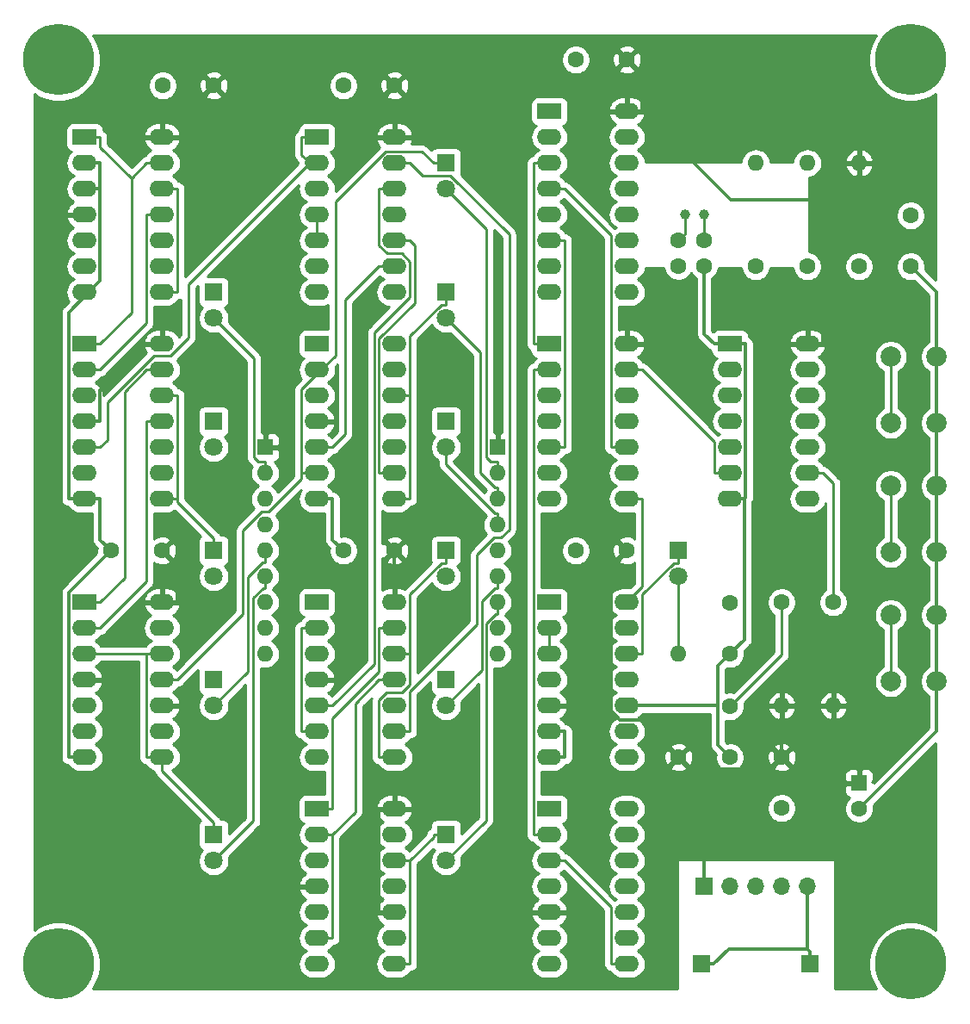
<source format=gtl>
%TF.GenerationSoftware,KiCad,Pcbnew,5.1.4-5.1.4*%
%TF.CreationDate,2019-08-18T00:14:31+10:00*%
%TF.ProjectId,ttlclock,74746c63-6c6f-4636-9b2e-6b696361645f,rev?*%
%TF.SameCoordinates,Original*%
%TF.FileFunction,Copper,L1,Top*%
%TF.FilePolarity,Positive*%
%FSLAX46Y46*%
G04 Gerber Fmt 4.6, Leading zero omitted, Abs format (unit mm)*
G04 Created by KiCad (PCBNEW 5.1.4-5.1.4) date 2019-08-18 00:14:31*
%MOMM*%
%LPD*%
G04 APERTURE LIST*
%ADD10O,2.400000X1.600000*%
%ADD11R,2.400000X1.600000*%
%ADD12C,1.600000*%
%ADD13O,1.600000X1.600000*%
%ADD14C,7.000000*%
%ADD15R,1.600000X1.600000*%
%ADD16R,1.700000X1.700000*%
%ADD17C,1.000000*%
%ADD18C,1.800000*%
%ADD19R,1.800000X1.800000*%
%ADD20C,2.000000*%
%ADD21O,1.700000X1.700000*%
%ADD22C,0.250000*%
%ADD23C,0.300000*%
%ADD24C,0.254000*%
G04 APERTURE END LIST*
D10*
X139700000Y-76200000D03*
X132080000Y-91440000D03*
X139700000Y-78740000D03*
X132080000Y-88900000D03*
X139700000Y-81280000D03*
X132080000Y-86360000D03*
X139700000Y-83820000D03*
X132080000Y-83820000D03*
X139700000Y-86360000D03*
X132080000Y-81280000D03*
X139700000Y-88900000D03*
X132080000Y-78740000D03*
X139700000Y-91440000D03*
D11*
X132080000Y-76200000D03*
D12*
X167640000Y-63580000D03*
X167640000Y-68580000D03*
D13*
X162560000Y-58420000D03*
D12*
X162560000Y-68580000D03*
D10*
X139700000Y-53340000D03*
X132080000Y-71120000D03*
X139700000Y-55880000D03*
X132080000Y-68580000D03*
X139700000Y-58420000D03*
X132080000Y-66040000D03*
X139700000Y-60960000D03*
X132080000Y-63500000D03*
X139700000Y-63500000D03*
X132080000Y-60960000D03*
X139700000Y-66040000D03*
X132080000Y-58420000D03*
X139700000Y-68580000D03*
X132080000Y-55880000D03*
X139700000Y-71120000D03*
D11*
X132080000Y-53340000D03*
D12*
X134700000Y-96520000D03*
X139700000Y-96520000D03*
X154940000Y-121840000D03*
X154940000Y-116840000D03*
X134700000Y-48260000D03*
X139700000Y-48260000D03*
D14*
X167640000Y-137160000D03*
X83820000Y-137160000D03*
X167640000Y-48260000D03*
X83820000Y-48260000D03*
D12*
X111840000Y-96520000D03*
X116840000Y-96520000D03*
X162560000Y-121880000D03*
D15*
X162560000Y-119380000D03*
D13*
X127000000Y-106680000D03*
X127000000Y-104140000D03*
X127000000Y-101600000D03*
X127000000Y-99060000D03*
X127000000Y-96520000D03*
X127000000Y-93980000D03*
X127000000Y-91440000D03*
X127000000Y-88900000D03*
D15*
X127000000Y-86360000D03*
D13*
X104140000Y-106680000D03*
X104140000Y-104140000D03*
X104140000Y-101600000D03*
X104140000Y-99060000D03*
X104140000Y-96520000D03*
X104140000Y-93980000D03*
X104140000Y-91440000D03*
X104140000Y-88900000D03*
D15*
X104140000Y-86360000D03*
D16*
X147066000Y-137160000D03*
X157734000Y-137160000D03*
D17*
X145420000Y-63500000D03*
X147320000Y-63500000D03*
D10*
X139700000Y-101600000D03*
X132080000Y-116840000D03*
X139700000Y-104140000D03*
X132080000Y-114300000D03*
X139700000Y-106680000D03*
X132080000Y-111760000D03*
X139700000Y-109220000D03*
X132080000Y-109220000D03*
X139700000Y-111760000D03*
X132080000Y-106680000D03*
X139700000Y-114300000D03*
X132080000Y-104140000D03*
X139700000Y-116840000D03*
D11*
X132080000Y-101600000D03*
D12*
X144780000Y-116840000D03*
D13*
X144780000Y-106680000D03*
D12*
X152400000Y-68580000D03*
D13*
X152400000Y-58420000D03*
D12*
X111840000Y-50800000D03*
X116840000Y-50800000D03*
X88980000Y-96520000D03*
X93980000Y-96520000D03*
X94060000Y-50800000D03*
X99060000Y-50800000D03*
D18*
X144780000Y-99060000D03*
D19*
X144780000Y-96520000D03*
D18*
X121920000Y-127000000D03*
D19*
X121920000Y-124460000D03*
D10*
X116840000Y-101600000D03*
X109220000Y-116840000D03*
X116840000Y-104140000D03*
X109220000Y-114300000D03*
X116840000Y-106680000D03*
X109220000Y-111760000D03*
X116840000Y-109220000D03*
X109220000Y-109220000D03*
X116840000Y-111760000D03*
X109220000Y-106680000D03*
X116840000Y-114300000D03*
X109220000Y-104140000D03*
X116840000Y-116840000D03*
D11*
X109220000Y-101600000D03*
D20*
X170180000Y-109370000D03*
X165680000Y-109370000D03*
X170180000Y-102870000D03*
X165680000Y-102870000D03*
X170180000Y-96670000D03*
X165680000Y-96670000D03*
X170180000Y-90170000D03*
X165680000Y-90170000D03*
X170180000Y-83970000D03*
X165680000Y-83970000D03*
X170180000Y-77470000D03*
X165680000Y-77470000D03*
D21*
X157480000Y-129540000D03*
X154940000Y-129540000D03*
X152400000Y-129540000D03*
X149860000Y-129540000D03*
D16*
X147320000Y-129540000D03*
D10*
X93980000Y-76200000D03*
X86360000Y-91440000D03*
X93980000Y-78740000D03*
X86360000Y-88900000D03*
X93980000Y-81280000D03*
X86360000Y-86360000D03*
X93980000Y-83820000D03*
X86360000Y-83820000D03*
X93980000Y-86360000D03*
X86360000Y-81280000D03*
X93980000Y-88900000D03*
X86360000Y-78740000D03*
X93980000Y-91440000D03*
D11*
X86360000Y-76200000D03*
D10*
X93980000Y-55880000D03*
X86360000Y-71120000D03*
X93980000Y-58420000D03*
X86360000Y-68580000D03*
X93980000Y-60960000D03*
X86360000Y-66040000D03*
X93980000Y-63500000D03*
X86360000Y-63500000D03*
X93980000Y-66040000D03*
X86360000Y-60960000D03*
X93980000Y-68580000D03*
X86360000Y-58420000D03*
X93980000Y-71120000D03*
D11*
X86360000Y-55880000D03*
D10*
X116840000Y-121920000D03*
X109220000Y-137160000D03*
X116840000Y-124460000D03*
X109220000Y-134620000D03*
X116840000Y-127000000D03*
X109220000Y-132080000D03*
X116840000Y-129540000D03*
X109220000Y-129540000D03*
X116840000Y-132080000D03*
X109220000Y-127000000D03*
X116840000Y-134620000D03*
X109220000Y-124460000D03*
X116840000Y-137160000D03*
D11*
X109220000Y-121920000D03*
D10*
X157480000Y-76200000D03*
X149860000Y-91440000D03*
X157480000Y-78740000D03*
X149860000Y-88900000D03*
X157480000Y-81280000D03*
X149860000Y-86360000D03*
X157480000Y-83820000D03*
X149860000Y-83820000D03*
X157480000Y-86360000D03*
X149860000Y-81280000D03*
X157480000Y-88900000D03*
X149860000Y-78740000D03*
X157480000Y-91440000D03*
D11*
X149860000Y-76200000D03*
D13*
X157480000Y-58420000D03*
D12*
X157480000Y-68580000D03*
D10*
X93980000Y-101600000D03*
X86360000Y-116840000D03*
X93980000Y-104140000D03*
X86360000Y-114300000D03*
X93980000Y-106680000D03*
X86360000Y-111760000D03*
X93980000Y-109220000D03*
X86360000Y-109220000D03*
X93980000Y-111760000D03*
X86360000Y-106680000D03*
X93980000Y-114300000D03*
X86360000Y-104140000D03*
X93980000Y-116840000D03*
D11*
X86360000Y-101600000D03*
D18*
X121920000Y-111760000D03*
D19*
X121920000Y-109220000D03*
D18*
X121920000Y-99060000D03*
D19*
X121920000Y-96520000D03*
D18*
X121920000Y-86360000D03*
D19*
X121920000Y-83820000D03*
D18*
X121920000Y-73660000D03*
D19*
X121920000Y-71120000D03*
D18*
X121920000Y-60960000D03*
D19*
X121920000Y-58420000D03*
D18*
X99060000Y-127000000D03*
D19*
X99060000Y-124460000D03*
D18*
X99060000Y-111760000D03*
D19*
X99060000Y-109220000D03*
D18*
X99060000Y-99060000D03*
D19*
X99060000Y-96520000D03*
D10*
X116840000Y-76200000D03*
X109220000Y-91440000D03*
X116840000Y-78740000D03*
X109220000Y-88900000D03*
X116840000Y-81280000D03*
X109220000Y-86360000D03*
X116840000Y-83820000D03*
X109220000Y-83820000D03*
X116840000Y-86360000D03*
X109220000Y-81280000D03*
X116840000Y-88900000D03*
X109220000Y-78740000D03*
X116840000Y-91440000D03*
D11*
X109220000Y-76200000D03*
D10*
X116840000Y-55880000D03*
X109220000Y-71120000D03*
X116840000Y-58420000D03*
X109220000Y-68580000D03*
X116840000Y-60960000D03*
X109220000Y-66040000D03*
X116840000Y-63500000D03*
X109220000Y-63500000D03*
X116840000Y-66040000D03*
X109220000Y-60960000D03*
X116840000Y-68580000D03*
X109220000Y-58420000D03*
X116840000Y-71120000D03*
D11*
X109220000Y-55880000D03*
D12*
X154940000Y-101600000D03*
D13*
X154940000Y-111760000D03*
X160020000Y-111760000D03*
D12*
X160020000Y-101600000D03*
D18*
X99060000Y-86360000D03*
D19*
X99060000Y-83820000D03*
D18*
X99060000Y-73660000D03*
D19*
X99060000Y-71120000D03*
D12*
X144780000Y-66040000D03*
X144780000Y-68540000D03*
X147320000Y-68540000D03*
X147320000Y-66040000D03*
X149860000Y-116840000D03*
X149860000Y-111840000D03*
X149860000Y-101680000D03*
X149860000Y-106680000D03*
D10*
X139700000Y-121920000D03*
X132080000Y-137160000D03*
X139700000Y-124460000D03*
X132080000Y-134620000D03*
X139700000Y-127000000D03*
X132080000Y-132080000D03*
X139700000Y-129540000D03*
X132080000Y-129540000D03*
X139700000Y-132080000D03*
X132080000Y-127000000D03*
X139700000Y-134620000D03*
X132080000Y-124460000D03*
X139700000Y-137160000D03*
D11*
X132080000Y-121920000D03*
D22*
X144780000Y-66040000D02*
X145420000Y-65400000D01*
X145420000Y-65400000D02*
X145420000Y-63500000D01*
D23*
X148671300Y-111760000D02*
X148671300Y-107868700D01*
X148671300Y-107868700D02*
X149860000Y-106680000D01*
X149860000Y-116840000D02*
X148671300Y-115651300D01*
X148671300Y-115651300D02*
X148671300Y-111760000D01*
X148671300Y-111760000D02*
X141250300Y-111760000D01*
X139700000Y-111760000D02*
X141250300Y-111760000D01*
X170180000Y-77470000D02*
X170180000Y-71120000D01*
X170180000Y-71120000D02*
X167640000Y-68580000D01*
X170180000Y-83970000D02*
X170180000Y-77470000D01*
X162560000Y-121880000D02*
X170180000Y-114260000D01*
X170180000Y-114260000D02*
X170180000Y-109370000D01*
X157480000Y-135705700D02*
X157734000Y-135959700D01*
X157480000Y-129540000D02*
X157480000Y-135705700D01*
X157480000Y-135705700D02*
X149720600Y-135705700D01*
X149720600Y-135705700D02*
X148266300Y-137160000D01*
X147066000Y-137160000D02*
X148266300Y-137160000D01*
X149860000Y-106680000D02*
X151285200Y-105254800D01*
X151285200Y-105254800D02*
X151285200Y-91440000D01*
X149860000Y-76200000D02*
X151410300Y-76200000D01*
X151285200Y-91440000D02*
X151410300Y-91314900D01*
X151410300Y-91314900D02*
X151410300Y-76200000D01*
X149860000Y-91440000D02*
X151285200Y-91440000D01*
X149860000Y-76200000D02*
X148309700Y-76200000D01*
X147320000Y-68540000D02*
X147320000Y-75210300D01*
X147320000Y-75210300D02*
X148309700Y-76200000D01*
X86360000Y-116840000D02*
X84809700Y-116840000D01*
X84809700Y-116840000D02*
X84809700Y-100654900D01*
X84809700Y-100654900D02*
X88944600Y-96520000D01*
X88944600Y-96520000D02*
X88980000Y-96520000D01*
X111840000Y-96520000D02*
X110770300Y-95450300D01*
X110770300Y-95450300D02*
X110770300Y-91440000D01*
X86793500Y-71120000D02*
X87910300Y-70003200D01*
X87910300Y-70003200D02*
X87910300Y-60960000D01*
X84809700Y-91440000D02*
X84809700Y-73103800D01*
X84809700Y-73103800D02*
X86793500Y-71120000D01*
X86360000Y-60960000D02*
X87910300Y-60960000D01*
X86360000Y-58420000D02*
X87910300Y-58420000D01*
X87910300Y-58420000D02*
X87910300Y-60960000D01*
X157734000Y-137160000D02*
X157734000Y-135959700D01*
X86360000Y-91440000D02*
X87910300Y-91440000D01*
X88980000Y-96520000D02*
X87910300Y-95450300D01*
X87910300Y-95450300D02*
X87910300Y-91440000D01*
X86360000Y-91440000D02*
X84809700Y-91440000D01*
X86360000Y-71120000D02*
X86793500Y-71120000D01*
X132080000Y-116840000D02*
X133630300Y-116840000D01*
X132080000Y-114300000D02*
X133630300Y-114300000D01*
X133630300Y-114300000D02*
X133630300Y-116840000D01*
X170180000Y-102870000D02*
X170180000Y-109370000D01*
X109220000Y-91440000D02*
X110770300Y-91440000D01*
X170180000Y-96670000D02*
X170180000Y-102870000D01*
X170180000Y-90170000D02*
X170180000Y-96670000D01*
X170180000Y-83970000D02*
X170180000Y-90170000D01*
D22*
X147320000Y-66040000D02*
X147320000Y-63500000D01*
X165680000Y-77470000D02*
X165680000Y-83970000D01*
X165680000Y-90170000D02*
X165680000Y-96670000D01*
X149860000Y-111840000D02*
X154940000Y-106760000D01*
X154940000Y-106760000D02*
X154940000Y-101600000D01*
X93980000Y-60960000D02*
X95505300Y-60960000D01*
X93980000Y-71120000D02*
X95505300Y-71120000D01*
X95505300Y-71120000D02*
X95505300Y-60960000D01*
D23*
X138138900Y-111760000D02*
X138138900Y-112281200D01*
X138138900Y-112281200D02*
X139007300Y-113149600D01*
X139007300Y-113149600D02*
X141089600Y-113149600D01*
X141089600Y-113149600D02*
X144780000Y-116840000D01*
X139700000Y-96520000D02*
X138138900Y-98081100D01*
X138138900Y-98081100D02*
X138138900Y-111760000D01*
X138138900Y-111760000D02*
X133630300Y-111760000D01*
X132080000Y-111760000D02*
X133630300Y-111760000D01*
X144780000Y-116840000D02*
X145976300Y-118036300D01*
X145976300Y-118036300D02*
X147320000Y-118036300D01*
X93980000Y-76200000D02*
X92429700Y-76200000D01*
X86360000Y-83820000D02*
X87910300Y-83820000D01*
X87910300Y-83820000D02*
X87910300Y-80719400D01*
X87910300Y-80719400D02*
X92429700Y-76200000D01*
X159030300Y-62028900D02*
X149939200Y-62028900D01*
X149939200Y-62028900D02*
X141250300Y-53340000D01*
X162560000Y-59570300D02*
X160101400Y-62028900D01*
X160101400Y-62028900D02*
X159030300Y-62028900D01*
X159030300Y-62028900D02*
X159030300Y-76200000D01*
X139700000Y-53340000D02*
X141250300Y-53340000D01*
X141250300Y-53340000D02*
X141250300Y-49810300D01*
X141250300Y-49810300D02*
X139700000Y-48260000D01*
X162560000Y-58420000D02*
X162560000Y-59570300D01*
X157480000Y-76200000D02*
X159030300Y-76200000D01*
X154940000Y-111760000D02*
X158869700Y-111760000D01*
X160020000Y-111760000D02*
X158869700Y-111760000D01*
X154940000Y-111760000D02*
X154940000Y-116840000D01*
X147320000Y-118036300D02*
X153743700Y-118036300D01*
X153743700Y-118036300D02*
X154940000Y-116840000D01*
X147320000Y-128339700D02*
X147320000Y-118036300D01*
X95530300Y-101600000D02*
X95530300Y-98070300D01*
X95530300Y-98070300D02*
X93980000Y-96520000D01*
X93980000Y-101600000D02*
X95530300Y-101600000D01*
X116840000Y-132080000D02*
X115289700Y-132080000D01*
X116840000Y-121920000D02*
X115289700Y-121920000D01*
X115289700Y-121920000D02*
X115289700Y-132080000D01*
X116840000Y-96520000D02*
X116840000Y-101600000D01*
X147320000Y-129540000D02*
X147320000Y-128339700D01*
D22*
X93980000Y-63500000D02*
X92454700Y-63500000D01*
X86360000Y-78740000D02*
X87885300Y-78740000D01*
X87885300Y-78740000D02*
X92454700Y-74170600D01*
X92454700Y-74170600D02*
X92454700Y-63500000D01*
X93980000Y-81280000D02*
X95505300Y-81280000D01*
X95505300Y-91440000D02*
X95505300Y-81280000D01*
X95392700Y-91440000D02*
X95505300Y-91440000D01*
X93980000Y-91440000D02*
X95392700Y-91440000D01*
X99060000Y-96520000D02*
X99060000Y-95294700D01*
X99060000Y-95294700D02*
X95505300Y-91740000D01*
X95505300Y-91740000D02*
X95505300Y-91440000D01*
X93980000Y-83820000D02*
X92454700Y-83820000D01*
X86360000Y-104140000D02*
X87885300Y-104140000D01*
X87885300Y-104140000D02*
X92454700Y-99570600D01*
X92454700Y-99570600D02*
X92454700Y-83820000D01*
X86360000Y-106680000D02*
X92454700Y-106680000D01*
X93980000Y-116840000D02*
X92454700Y-116840000D01*
X92454700Y-116840000D02*
X92454700Y-106680000D01*
X99060000Y-123234700D02*
X93980000Y-118154700D01*
X93980000Y-118154700D02*
X93980000Y-116840000D01*
X93980000Y-106680000D02*
X92454700Y-106680000D01*
X99060000Y-124460000D02*
X99060000Y-123234700D01*
X121920000Y-58420000D02*
X120694700Y-58420000D01*
X120694700Y-58420000D02*
X119567000Y-57292300D01*
X119567000Y-57292300D02*
X115973700Y-57292300D01*
X115973700Y-57292300D02*
X111068100Y-62197900D01*
X111068100Y-62197900D02*
X111068100Y-77325400D01*
X111068100Y-77325400D02*
X109653500Y-78740000D01*
X109653500Y-78740000D02*
X107694700Y-80698800D01*
X107694700Y-80698800D02*
X107694700Y-88900000D01*
X109220000Y-78740000D02*
X109653500Y-78740000D01*
X93980000Y-109220000D02*
X95505300Y-109220000D01*
X109220000Y-88900000D02*
X107694700Y-88900000D01*
X107694700Y-88900000D02*
X107694700Y-89483900D01*
X107694700Y-89483900D02*
X104468600Y-92710000D01*
X104468600Y-92710000D02*
X103763200Y-92710000D01*
X103763200Y-92710000D02*
X101954700Y-94518500D01*
X101954700Y-94518500D02*
X101954700Y-102770600D01*
X101954700Y-102770600D02*
X95505300Y-109220000D01*
X121920000Y-71120000D02*
X121920000Y-72345300D01*
X121920000Y-72345300D02*
X121460500Y-72345300D01*
X121460500Y-72345300D02*
X118365300Y-75440500D01*
X118365300Y-75440500D02*
X118365300Y-81280000D01*
X118365300Y-91440000D02*
X118365300Y-81280000D01*
X116840000Y-91440000D02*
X118365300Y-91440000D01*
X116840000Y-81280000D02*
X118365300Y-81280000D01*
X109220000Y-114300000D02*
X107694700Y-114300000D01*
X109220000Y-104140000D02*
X107694700Y-104140000D01*
X107694700Y-104140000D02*
X107694700Y-114300000D01*
X116840000Y-116840000D02*
X115314700Y-116840000D01*
X115314700Y-116840000D02*
X115314700Y-111251700D01*
X115314700Y-111251700D02*
X116076400Y-110490000D01*
X116076400Y-110490000D02*
X117592700Y-110490000D01*
X117592700Y-110490000D02*
X118365300Y-109717400D01*
X118365300Y-109717400D02*
X118365300Y-106680000D01*
X116840000Y-106680000D02*
X118365300Y-106680000D01*
X121920000Y-96520000D02*
X121920000Y-97745300D01*
X121920000Y-97745300D02*
X121460400Y-97745300D01*
X121460400Y-97745300D02*
X118365300Y-100840400D01*
X118365300Y-100840400D02*
X118365300Y-106680000D01*
X110745300Y-124460000D02*
X113002300Y-122203000D01*
X113002300Y-122203000D02*
X113002300Y-111532400D01*
X113002300Y-111532400D02*
X115314700Y-109220000D01*
X109220000Y-134620000D02*
X110745300Y-134620000D01*
X110745300Y-124460000D02*
X110745300Y-134620000D01*
X110632700Y-124460000D02*
X110745300Y-124460000D01*
X109220000Y-124460000D02*
X110632700Y-124460000D01*
X116840000Y-109220000D02*
X115314700Y-109220000D01*
X118365300Y-127000000D02*
X118365300Y-137160000D01*
X120694700Y-124460000D02*
X120694700Y-124670600D01*
X120694700Y-124670600D02*
X118365300Y-127000000D01*
X116840000Y-137160000D02*
X118365300Y-137160000D01*
X121920000Y-124460000D02*
X120694700Y-124460000D01*
X116840000Y-127000000D02*
X118365300Y-127000000D01*
X141225300Y-106680000D02*
X141225300Y-100840400D01*
X141225300Y-100840400D02*
X144320400Y-97745300D01*
X144320400Y-97745300D02*
X144780000Y-97745300D01*
X139700000Y-106680000D02*
X141225300Y-106680000D01*
X144780000Y-96520000D02*
X144780000Y-97745300D01*
X108523600Y-58420000D02*
X96578200Y-70365400D01*
X96578200Y-70365400D02*
X96578200Y-75594300D01*
X96578200Y-75594300D02*
X94847100Y-77325400D01*
X94847100Y-77325400D02*
X93232400Y-77325400D01*
X93232400Y-77325400D02*
X88611200Y-81946600D01*
X88611200Y-81946600D02*
X88611200Y-85634100D01*
X88611200Y-85634100D02*
X87885300Y-86360000D01*
X107694700Y-55880000D02*
X107694700Y-57591100D01*
X107694700Y-57591100D02*
X108523600Y-58420000D01*
X86360000Y-86360000D02*
X87885300Y-86360000D01*
X109220000Y-55880000D02*
X107694700Y-55880000D01*
X109220000Y-58420000D02*
X108523600Y-58420000D01*
X139700000Y-91440000D02*
X141225300Y-91440000D01*
X139700000Y-101600000D02*
X141225300Y-100074700D01*
X141225300Y-100074700D02*
X141225300Y-91440000D01*
X132080000Y-76200000D02*
X130554700Y-76200000D01*
X132080000Y-58420000D02*
X130554700Y-58420000D01*
X130554700Y-58420000D02*
X130554700Y-76200000D01*
X138174700Y-86360000D02*
X138174700Y-65529400D01*
X138174700Y-65529400D02*
X133605300Y-60960000D01*
X139700000Y-86360000D02*
X138174700Y-86360000D01*
X132080000Y-60960000D02*
X133605300Y-60960000D01*
X132080000Y-104140000D02*
X132080000Y-106680000D01*
X132080000Y-78740000D02*
X130554700Y-78740000D01*
X132080000Y-124460000D02*
X130554700Y-124460000D01*
X130554700Y-124460000D02*
X130554700Y-78740000D01*
X139700000Y-78740000D02*
X141225300Y-78740000D01*
X149860000Y-88900000D02*
X148334700Y-88900000D01*
X148334700Y-88900000D02*
X148334700Y-85849400D01*
X148334700Y-85849400D02*
X141225300Y-78740000D01*
X109220000Y-63500000D02*
X109220000Y-66040000D01*
X116840000Y-114300000D02*
X118365300Y-114300000D01*
X116840000Y-58420000D02*
X118365300Y-58420000D01*
X118365300Y-58420000D02*
X119590700Y-59645400D01*
X119590700Y-59645400D02*
X122355600Y-59645400D01*
X122355600Y-59645400D02*
X128141000Y-65430800D01*
X128141000Y-65430800D02*
X128141000Y-94449700D01*
X128141000Y-94449700D02*
X127340700Y-95250000D01*
X127340700Y-95250000D02*
X126668200Y-95250000D01*
X126668200Y-95250000D02*
X124974000Y-96944200D01*
X124974000Y-96944200D02*
X124974000Y-103745600D01*
X124974000Y-103745600D02*
X118365300Y-110354300D01*
X118365300Y-110354300D02*
X118365300Y-114300000D01*
X109220000Y-111760000D02*
X110745300Y-111760000D01*
X116840000Y-60960000D02*
X115314700Y-60960000D01*
X115314700Y-60960000D02*
X115314700Y-66513600D01*
X115314700Y-66513600D02*
X116111100Y-67310000D01*
X116111100Y-67310000D02*
X117577600Y-67310000D01*
X117577600Y-67310000D02*
X118365300Y-68097700D01*
X118365300Y-68097700D02*
X118365300Y-71587200D01*
X118365300Y-71587200D02*
X114864300Y-75088200D01*
X114864300Y-75088200D02*
X114864300Y-107641000D01*
X114864300Y-107641000D02*
X110745300Y-111760000D01*
X115314700Y-88900000D02*
X115314700Y-75672800D01*
X115314700Y-75672800D02*
X118815600Y-72171900D01*
X118815600Y-72171900D02*
X118815600Y-66490300D01*
X118815600Y-66490300D02*
X118365300Y-66040000D01*
X116840000Y-88900000D02*
X115314700Y-88900000D01*
X116840000Y-66040000D02*
X118365300Y-66040000D01*
X110745300Y-86360000D02*
X112006400Y-85098900D01*
X112006400Y-85098900D02*
X112006400Y-71888300D01*
X112006400Y-71888300D02*
X115314700Y-68580000D01*
X109220000Y-86360000D02*
X110745300Y-86360000D01*
X116840000Y-68580000D02*
X115314700Y-68580000D01*
X116840000Y-104140000D02*
X115314700Y-104140000D01*
X109220000Y-121920000D02*
X110745300Y-121920000D01*
X110745300Y-121920000D02*
X110745300Y-113000000D01*
X110745300Y-113000000D02*
X115314700Y-108430600D01*
X115314700Y-108430600D02*
X115314700Y-104140000D01*
X104140000Y-88900000D02*
X104140000Y-87774700D01*
X99060000Y-73660000D02*
X103014700Y-77614700D01*
X103014700Y-77614700D02*
X103014700Y-87352800D01*
X103014700Y-87352800D02*
X103436600Y-87774700D01*
X103436600Y-87774700D02*
X104140000Y-87774700D01*
X104140000Y-96520000D02*
X104140000Y-97645300D01*
X99060000Y-111760000D02*
X102405100Y-108414900D01*
X102405100Y-108414900D02*
X102405100Y-99098900D01*
X102405100Y-99098900D02*
X103858700Y-97645300D01*
X103858700Y-97645300D02*
X104140000Y-97645300D01*
X104140000Y-99060000D02*
X104140000Y-100185300D01*
X99060000Y-127000000D02*
X102959700Y-123100300D01*
X102959700Y-123100300D02*
X102959700Y-101188700D01*
X102959700Y-101188700D02*
X103963100Y-100185300D01*
X103963100Y-100185300D02*
X104140000Y-100185300D01*
X127000000Y-88900000D02*
X127000000Y-87774700D01*
X121920000Y-60960000D02*
X125874700Y-64914700D01*
X125874700Y-64914700D02*
X125874700Y-87352800D01*
X125874700Y-87352800D02*
X126296600Y-87774700D01*
X126296600Y-87774700D02*
X127000000Y-87774700D01*
X127000000Y-91440000D02*
X127000000Y-90314700D01*
X121920000Y-73660000D02*
X125304800Y-77044800D01*
X125304800Y-77044800D02*
X125304800Y-88900800D01*
X125304800Y-88900800D02*
X126718700Y-90314700D01*
X126718700Y-90314700D02*
X127000000Y-90314700D01*
X127000000Y-93980000D02*
X127000000Y-92854700D01*
X121920000Y-86360000D02*
X121920000Y-88056000D01*
X121920000Y-88056000D02*
X126718700Y-92854700D01*
X126718700Y-92854700D02*
X127000000Y-92854700D01*
X127000000Y-99060000D02*
X127000000Y-100185300D01*
X121920000Y-111760000D02*
X125424400Y-108255600D01*
X125424400Y-108255600D02*
X125424400Y-101479600D01*
X125424400Y-101479600D02*
X126718700Y-100185300D01*
X126718700Y-100185300D02*
X127000000Y-100185300D01*
X121920000Y-127000000D02*
X125874700Y-123045300D01*
X125874700Y-123045300D02*
X125874700Y-103673700D01*
X125874700Y-103673700D02*
X126823100Y-102725300D01*
X126823100Y-102725300D02*
X127000000Y-102725300D01*
X127000000Y-101600000D02*
X127000000Y-102725300D01*
X144780000Y-99060000D02*
X144780000Y-106680000D01*
X132080000Y-127000000D02*
X133605300Y-127000000D01*
X139700000Y-137160000D02*
X138174700Y-137160000D01*
X138174700Y-137160000D02*
X138174700Y-131569400D01*
X138174700Y-131569400D02*
X133605300Y-127000000D01*
X87885300Y-101600000D02*
X90314600Y-99170700D01*
X90314600Y-99170700D02*
X90314600Y-80880100D01*
X90314600Y-80880100D02*
X92454700Y-78740000D01*
X86360000Y-101600000D02*
X87885300Y-101600000D01*
X93980000Y-78740000D02*
X92454700Y-78740000D01*
X90961000Y-59913700D02*
X90961000Y-73124300D01*
X90961000Y-73124300D02*
X87885300Y-76200000D01*
X86360000Y-55880000D02*
X87885300Y-55880000D01*
X90961000Y-59913700D02*
X92454700Y-58420000D01*
X87885300Y-55880000D02*
X87885300Y-56838000D01*
X87885300Y-56838000D02*
X90961000Y-59913700D01*
X93980000Y-58420000D02*
X92454700Y-58420000D01*
X86360000Y-76200000D02*
X87885300Y-76200000D01*
X157480000Y-88900000D02*
X159005300Y-88900000D01*
X160020000Y-101600000D02*
X160020000Y-89914700D01*
X160020000Y-89914700D02*
X159005300Y-88900000D01*
X165680000Y-102870000D02*
X165680000Y-109370000D01*
X132080000Y-66040000D02*
X133605300Y-66040000D01*
X132080000Y-86360000D02*
X133605300Y-86360000D01*
X133605300Y-66040000D02*
X133605300Y-86360000D01*
D24*
G36*
X163975611Y-46301343D02*
G01*
X163663906Y-47053865D01*
X163505000Y-47852738D01*
X163505000Y-48667262D01*
X163663906Y-49466135D01*
X163975611Y-50218657D01*
X164428136Y-50895909D01*
X165004091Y-51471864D01*
X165681343Y-51924389D01*
X166433865Y-52236094D01*
X167232738Y-52395000D01*
X168047262Y-52395000D01*
X168846135Y-52236094D01*
X169598657Y-51924389D01*
X170053000Y-51620807D01*
X170053000Y-69882842D01*
X169044554Y-68874396D01*
X169075000Y-68721335D01*
X169075000Y-68438665D01*
X169019853Y-68161426D01*
X168911680Y-67900273D01*
X168754637Y-67665241D01*
X168554759Y-67465363D01*
X168319727Y-67308320D01*
X168058574Y-67200147D01*
X167781335Y-67145000D01*
X167498665Y-67145000D01*
X167221426Y-67200147D01*
X166960273Y-67308320D01*
X166725241Y-67465363D01*
X166525363Y-67665241D01*
X166368320Y-67900273D01*
X166260147Y-68161426D01*
X166205000Y-68438665D01*
X166205000Y-68721335D01*
X166260147Y-68998574D01*
X166368320Y-69259727D01*
X166525363Y-69494759D01*
X166725241Y-69694637D01*
X166960273Y-69851680D01*
X167221426Y-69959853D01*
X167498665Y-70015000D01*
X167781335Y-70015000D01*
X167934396Y-69984554D01*
X169395001Y-71445159D01*
X169395000Y-76028122D01*
X169137748Y-76200013D01*
X168910013Y-76427748D01*
X168731082Y-76695537D01*
X168607832Y-76993088D01*
X168545000Y-77308967D01*
X168545000Y-77631033D01*
X168607832Y-77946912D01*
X168731082Y-78244463D01*
X168910013Y-78512252D01*
X169137748Y-78739987D01*
X169395001Y-78911878D01*
X169395000Y-82528122D01*
X169137748Y-82700013D01*
X168910013Y-82927748D01*
X168731082Y-83195537D01*
X168607832Y-83493088D01*
X168545000Y-83808967D01*
X168545000Y-84131033D01*
X168607832Y-84446912D01*
X168731082Y-84744463D01*
X168910013Y-85012252D01*
X169137748Y-85239987D01*
X169395000Y-85411878D01*
X169395001Y-88728122D01*
X169137748Y-88900013D01*
X168910013Y-89127748D01*
X168731082Y-89395537D01*
X168607832Y-89693088D01*
X168545000Y-90008967D01*
X168545000Y-90331033D01*
X168607832Y-90646912D01*
X168731082Y-90944463D01*
X168910013Y-91212252D01*
X169137748Y-91439987D01*
X169395000Y-91611878D01*
X169395001Y-95228122D01*
X169137748Y-95400013D01*
X168910013Y-95627748D01*
X168731082Y-95895537D01*
X168607832Y-96193088D01*
X168545000Y-96508967D01*
X168545000Y-96831033D01*
X168607832Y-97146912D01*
X168731082Y-97444463D01*
X168910013Y-97712252D01*
X169137748Y-97939987D01*
X169395000Y-98111878D01*
X169395001Y-101428122D01*
X169137748Y-101600013D01*
X168910013Y-101827748D01*
X168731082Y-102095537D01*
X168607832Y-102393088D01*
X168545000Y-102708967D01*
X168545000Y-103031033D01*
X168607832Y-103346912D01*
X168731082Y-103644463D01*
X168910013Y-103912252D01*
X169137748Y-104139987D01*
X169395000Y-104311878D01*
X169395001Y-107928122D01*
X169137748Y-108100013D01*
X168910013Y-108327748D01*
X168731082Y-108595537D01*
X168607832Y-108893088D01*
X168545000Y-109208967D01*
X168545000Y-109531033D01*
X168607832Y-109846912D01*
X168731082Y-110144463D01*
X168910013Y-110412252D01*
X169137748Y-110639987D01*
X169395001Y-110811878D01*
X169395000Y-113934842D01*
X163995000Y-119334843D01*
X163995000Y-119252998D01*
X163836252Y-119252998D01*
X163995000Y-119094250D01*
X163998072Y-118580000D01*
X163985812Y-118455518D01*
X163949502Y-118335820D01*
X163890537Y-118225506D01*
X163811185Y-118128815D01*
X163714494Y-118049463D01*
X163604180Y-117990498D01*
X163484482Y-117954188D01*
X163360000Y-117941928D01*
X162845750Y-117945000D01*
X162687000Y-118103750D01*
X162687000Y-119253000D01*
X162707000Y-119253000D01*
X162707000Y-119507000D01*
X162687000Y-119507000D01*
X162687000Y-119527000D01*
X162433000Y-119527000D01*
X162433000Y-119507000D01*
X161283750Y-119507000D01*
X161125000Y-119665750D01*
X161121928Y-120180000D01*
X161134188Y-120304482D01*
X161170498Y-120424180D01*
X161229463Y-120534494D01*
X161308815Y-120631185D01*
X161405506Y-120710537D01*
X161515820Y-120769502D01*
X161611943Y-120798661D01*
X161445363Y-120965241D01*
X161288320Y-121200273D01*
X161180147Y-121461426D01*
X161125000Y-121738665D01*
X161125000Y-122021335D01*
X161180147Y-122298574D01*
X161288320Y-122559727D01*
X161445363Y-122794759D01*
X161645241Y-122994637D01*
X161880273Y-123151680D01*
X162141426Y-123259853D01*
X162418665Y-123315000D01*
X162701335Y-123315000D01*
X162978574Y-123259853D01*
X163239727Y-123151680D01*
X163474759Y-122994637D01*
X163674637Y-122794759D01*
X163831680Y-122559727D01*
X163939853Y-122298574D01*
X163995000Y-122021335D01*
X163995000Y-121738665D01*
X163964554Y-121585603D01*
X170053000Y-115497158D01*
X170053000Y-133799193D01*
X169598657Y-133495611D01*
X168846135Y-133183906D01*
X168047262Y-133025000D01*
X167232738Y-133025000D01*
X166433865Y-133183906D01*
X165681343Y-133495611D01*
X165004091Y-133948136D01*
X164428136Y-134524091D01*
X163975611Y-135201343D01*
X163663906Y-135953865D01*
X163505000Y-136752738D01*
X163505000Y-137567262D01*
X163663906Y-138366135D01*
X163975611Y-139118657D01*
X164279193Y-139573000D01*
X160147000Y-139573000D01*
X160147000Y-127000000D01*
X160144560Y-126975224D01*
X160137333Y-126951399D01*
X160125597Y-126929443D01*
X160109803Y-126910197D01*
X160090557Y-126894403D01*
X160068601Y-126882667D01*
X160044776Y-126875440D01*
X160020000Y-126873000D01*
X144780000Y-126873000D01*
X144755224Y-126875440D01*
X144731399Y-126882667D01*
X144709443Y-126894403D01*
X144690197Y-126910197D01*
X144674403Y-126929443D01*
X144662667Y-126951399D01*
X144655440Y-126975224D01*
X144653000Y-127000000D01*
X144653000Y-139573000D01*
X87180807Y-139573000D01*
X87484389Y-139118657D01*
X87796094Y-138366135D01*
X87955000Y-137567262D01*
X87955000Y-136752738D01*
X87796094Y-135953865D01*
X87484389Y-135201343D01*
X87031864Y-134524091D01*
X86455909Y-133948136D01*
X85778657Y-133495611D01*
X85026135Y-133183906D01*
X84227262Y-133025000D01*
X83412738Y-133025000D01*
X82613865Y-133183906D01*
X81861343Y-133495611D01*
X81407000Y-133799193D01*
X81407000Y-91440000D01*
X84020902Y-91440000D01*
X84036059Y-91593887D01*
X84080946Y-91741860D01*
X84153838Y-91878233D01*
X84229776Y-91970762D01*
X84251936Y-91997764D01*
X84371467Y-92095862D01*
X84507840Y-92168754D01*
X84655813Y-92213641D01*
X84751424Y-92223058D01*
X84761068Y-92241101D01*
X84940392Y-92459608D01*
X85158899Y-92638932D01*
X85408192Y-92772182D01*
X85678691Y-92854236D01*
X85889508Y-92875000D01*
X86830492Y-92875000D01*
X87041309Y-92854236D01*
X87125301Y-92828758D01*
X87125300Y-95411747D01*
X87121503Y-95450300D01*
X87125300Y-95488853D01*
X87125300Y-95488860D01*
X87136659Y-95604186D01*
X87181546Y-95752159D01*
X87254438Y-95888532D01*
X87352536Y-96008064D01*
X87382490Y-96032647D01*
X87575446Y-96225603D01*
X87545000Y-96378665D01*
X87545000Y-96661335D01*
X87569573Y-96784870D01*
X84281885Y-100072558D01*
X84251937Y-100097136D01*
X84227359Y-100127084D01*
X84227355Y-100127088D01*
X84220982Y-100134854D01*
X84153839Y-100216667D01*
X84138695Y-100245000D01*
X84080946Y-100353041D01*
X84036059Y-100501014D01*
X84020903Y-100654900D01*
X84024701Y-100693463D01*
X84024700Y-116801439D01*
X84020902Y-116840000D01*
X84036059Y-116993887D01*
X84080946Y-117141860D01*
X84153838Y-117278233D01*
X84237358Y-117380001D01*
X84251936Y-117397764D01*
X84371467Y-117495862D01*
X84507840Y-117568754D01*
X84655813Y-117613641D01*
X84751424Y-117623058D01*
X84761068Y-117641101D01*
X84940392Y-117859608D01*
X85158899Y-118038932D01*
X85408192Y-118172182D01*
X85678691Y-118254236D01*
X85889508Y-118275000D01*
X86830492Y-118275000D01*
X87041309Y-118254236D01*
X87311808Y-118172182D01*
X87561101Y-118038932D01*
X87779608Y-117859608D01*
X87958932Y-117641101D01*
X88092182Y-117391808D01*
X88174236Y-117121309D01*
X88201943Y-116840000D01*
X88174236Y-116558691D01*
X88092182Y-116288192D01*
X87958932Y-116038899D01*
X87779608Y-115820392D01*
X87561101Y-115641068D01*
X87428142Y-115570000D01*
X87561101Y-115498932D01*
X87779608Y-115319608D01*
X87958932Y-115101101D01*
X88092182Y-114851808D01*
X88174236Y-114581309D01*
X88201943Y-114300000D01*
X88174236Y-114018691D01*
X88092182Y-113748192D01*
X87958932Y-113498899D01*
X87779608Y-113280392D01*
X87561101Y-113101068D01*
X87428142Y-113030000D01*
X87561101Y-112958932D01*
X87779608Y-112779608D01*
X87958932Y-112561101D01*
X88092182Y-112311808D01*
X88174236Y-112041309D01*
X88201943Y-111760000D01*
X88174236Y-111478691D01*
X88092182Y-111208192D01*
X87958932Y-110958899D01*
X87779608Y-110740392D01*
X87561101Y-110561068D01*
X87433259Y-110492735D01*
X87662839Y-110342601D01*
X87864500Y-110144895D01*
X88023715Y-109911646D01*
X88134367Y-109651818D01*
X88151904Y-109569039D01*
X88029915Y-109347000D01*
X86487000Y-109347000D01*
X86487000Y-109367000D01*
X86233000Y-109367000D01*
X86233000Y-109347000D01*
X86213000Y-109347000D01*
X86213000Y-109093000D01*
X86233000Y-109093000D01*
X86233000Y-109073000D01*
X86487000Y-109073000D01*
X86487000Y-109093000D01*
X88029915Y-109093000D01*
X88151904Y-108870961D01*
X88134367Y-108788182D01*
X88023715Y-108528354D01*
X87864500Y-108295105D01*
X87662839Y-108097399D01*
X87433259Y-107947265D01*
X87561101Y-107878932D01*
X87779608Y-107699608D01*
X87958932Y-107481101D01*
X87980901Y-107440000D01*
X91694701Y-107440000D01*
X91694700Y-116802667D01*
X91691023Y-116840000D01*
X91705697Y-116988986D01*
X91749154Y-117132247D01*
X91819726Y-117264276D01*
X91914699Y-117380001D01*
X92030424Y-117474974D01*
X92162453Y-117545546D01*
X92305714Y-117589003D01*
X92324985Y-117590901D01*
X92355861Y-117593942D01*
X92381068Y-117641101D01*
X92560392Y-117859608D01*
X92778899Y-118038932D01*
X93028192Y-118172182D01*
X93223892Y-118231546D01*
X93230997Y-118303685D01*
X93274454Y-118446946D01*
X93345026Y-118578976D01*
X93384871Y-118627526D01*
X93439999Y-118694701D01*
X93469003Y-118718504D01*
X97791476Y-123040977D01*
X97708815Y-123108815D01*
X97629463Y-123205506D01*
X97570498Y-123315820D01*
X97534188Y-123435518D01*
X97521928Y-123560000D01*
X97521928Y-125360000D01*
X97534188Y-125484482D01*
X97570498Y-125604180D01*
X97629463Y-125714494D01*
X97708815Y-125811185D01*
X97805506Y-125890537D01*
X97915820Y-125949502D01*
X97934127Y-125955056D01*
X97867688Y-126021495D01*
X97699701Y-126272905D01*
X97583989Y-126552257D01*
X97525000Y-126848816D01*
X97525000Y-127151184D01*
X97583989Y-127447743D01*
X97699701Y-127727095D01*
X97867688Y-127978505D01*
X98081495Y-128192312D01*
X98332905Y-128360299D01*
X98612257Y-128476011D01*
X98908816Y-128535000D01*
X99211184Y-128535000D01*
X99507743Y-128476011D01*
X99787095Y-128360299D01*
X100038505Y-128192312D01*
X100252312Y-127978505D01*
X100420299Y-127727095D01*
X100536011Y-127447743D01*
X100595000Y-127151184D01*
X100595000Y-126848816D01*
X100543731Y-126591070D01*
X103470704Y-123664098D01*
X103499701Y-123640301D01*
X103594674Y-123524576D01*
X103665246Y-123392547D01*
X103708703Y-123249286D01*
X103719700Y-123137633D01*
X103719700Y-123137632D01*
X103723377Y-123100300D01*
X103719700Y-123062967D01*
X103719700Y-108052074D01*
X103858691Y-108094236D01*
X104069508Y-108115000D01*
X104210492Y-108115000D01*
X104421309Y-108094236D01*
X104691808Y-108012182D01*
X104941101Y-107878932D01*
X105159608Y-107699608D01*
X105338932Y-107481101D01*
X105472182Y-107231808D01*
X105554236Y-106961309D01*
X105581943Y-106680000D01*
X105554236Y-106398691D01*
X105472182Y-106128192D01*
X105338932Y-105878899D01*
X105159608Y-105660392D01*
X104941101Y-105481068D01*
X104808142Y-105410000D01*
X104941101Y-105338932D01*
X105159608Y-105159608D01*
X105338932Y-104941101D01*
X105472182Y-104691808D01*
X105554236Y-104421309D01*
X105581943Y-104140000D01*
X105554236Y-103858691D01*
X105472182Y-103588192D01*
X105338932Y-103338899D01*
X105159608Y-103120392D01*
X104941101Y-102941068D01*
X104808142Y-102870000D01*
X104941101Y-102798932D01*
X105159608Y-102619608D01*
X105338932Y-102401101D01*
X105472182Y-102151808D01*
X105554236Y-101881309D01*
X105581943Y-101600000D01*
X105554236Y-101318691D01*
X105472182Y-101048192D01*
X105338932Y-100798899D01*
X105159608Y-100580392D01*
X104941101Y-100401068D01*
X104878840Y-100367789D01*
X104889003Y-100334286D01*
X104893942Y-100284139D01*
X104941101Y-100258932D01*
X105159608Y-100079608D01*
X105338932Y-99861101D01*
X105472182Y-99611808D01*
X105554236Y-99341309D01*
X105581943Y-99060000D01*
X105554236Y-98778691D01*
X105472182Y-98508192D01*
X105338932Y-98258899D01*
X105159608Y-98040392D01*
X104941101Y-97861068D01*
X104878840Y-97827789D01*
X104889003Y-97794286D01*
X104893942Y-97744139D01*
X104941101Y-97718932D01*
X105159608Y-97539608D01*
X105338932Y-97321101D01*
X105472182Y-97071808D01*
X105554236Y-96801309D01*
X105581943Y-96520000D01*
X105554236Y-96238691D01*
X105472182Y-95968192D01*
X105338932Y-95718899D01*
X105159608Y-95500392D01*
X104941101Y-95321068D01*
X104808142Y-95250000D01*
X104941101Y-95178932D01*
X105159608Y-94999608D01*
X105338932Y-94781101D01*
X105472182Y-94531808D01*
X105554236Y-94261309D01*
X105581943Y-93980000D01*
X105554236Y-93698691D01*
X105472182Y-93428192D01*
X105338932Y-93178899D01*
X105219739Y-93033662D01*
X107651110Y-90602292D01*
X107621068Y-90638899D01*
X107487818Y-90888192D01*
X107405764Y-91158691D01*
X107378057Y-91440000D01*
X107405764Y-91721309D01*
X107487818Y-91991808D01*
X107621068Y-92241101D01*
X107800392Y-92459608D01*
X108018899Y-92638932D01*
X108268192Y-92772182D01*
X108538691Y-92854236D01*
X108749508Y-92875000D01*
X109690492Y-92875000D01*
X109901309Y-92854236D01*
X109985301Y-92828758D01*
X109985300Y-95411747D01*
X109981503Y-95450300D01*
X109985300Y-95488853D01*
X109985300Y-95488860D01*
X109996659Y-95604186D01*
X110041546Y-95752159D01*
X110114438Y-95888532D01*
X110212536Y-96008064D01*
X110242490Y-96032647D01*
X110435446Y-96225603D01*
X110405000Y-96378665D01*
X110405000Y-96661335D01*
X110460147Y-96938574D01*
X110568320Y-97199727D01*
X110725363Y-97434759D01*
X110925241Y-97634637D01*
X111160273Y-97791680D01*
X111421426Y-97899853D01*
X111698665Y-97955000D01*
X111981335Y-97955000D01*
X112258574Y-97899853D01*
X112519727Y-97791680D01*
X112754759Y-97634637D01*
X112954637Y-97434759D01*
X113111680Y-97199727D01*
X113219853Y-96938574D01*
X113275000Y-96661335D01*
X113275000Y-96378665D01*
X113219853Y-96101426D01*
X113111680Y-95840273D01*
X112954637Y-95605241D01*
X112754759Y-95405363D01*
X112519727Y-95248320D01*
X112258574Y-95140147D01*
X111981335Y-95085000D01*
X111698665Y-95085000D01*
X111555300Y-95113517D01*
X111555300Y-91478560D01*
X111559098Y-91440000D01*
X111543941Y-91286113D01*
X111499054Y-91138140D01*
X111426162Y-91001767D01*
X111328064Y-90882236D01*
X111208533Y-90784138D01*
X111072160Y-90711246D01*
X110924187Y-90666359D01*
X110828576Y-90656942D01*
X110818932Y-90638899D01*
X110639608Y-90420392D01*
X110421101Y-90241068D01*
X110288142Y-90170000D01*
X110421101Y-90098932D01*
X110639608Y-89919608D01*
X110818932Y-89701101D01*
X110952182Y-89451808D01*
X111034236Y-89181309D01*
X111061943Y-88900000D01*
X111034236Y-88618691D01*
X110952182Y-88348192D01*
X110818932Y-88098899D01*
X110639608Y-87880392D01*
X110421101Y-87701068D01*
X110288142Y-87630000D01*
X110421101Y-87558932D01*
X110639608Y-87379608D01*
X110818932Y-87161101D01*
X110844139Y-87113942D01*
X110894286Y-87109003D01*
X111037547Y-87065546D01*
X111169576Y-86994974D01*
X111285301Y-86900001D01*
X111309104Y-86870997D01*
X112517404Y-85662698D01*
X112546401Y-85638901D01*
X112641374Y-85523176D01*
X112711946Y-85391147D01*
X112755403Y-85247886D01*
X112766400Y-85136233D01*
X112766400Y-85136225D01*
X112770076Y-85098900D01*
X112766400Y-85061575D01*
X112766400Y-72203101D01*
X115397630Y-69571872D01*
X115420392Y-69599608D01*
X115638899Y-69778932D01*
X115771858Y-69850000D01*
X115638899Y-69921068D01*
X115420392Y-70100392D01*
X115241068Y-70318899D01*
X115107818Y-70568192D01*
X115025764Y-70838691D01*
X114998057Y-71120000D01*
X115025764Y-71401309D01*
X115107818Y-71671808D01*
X115241068Y-71921101D01*
X115420392Y-72139608D01*
X115638899Y-72318932D01*
X115888192Y-72452182D01*
X116158691Y-72534236D01*
X116326895Y-72550803D01*
X114353303Y-74524396D01*
X114324299Y-74548199D01*
X114285993Y-74594876D01*
X114229326Y-74663924D01*
X114170388Y-74774188D01*
X114158754Y-74795954D01*
X114115297Y-74939215D01*
X114104300Y-75050868D01*
X114104300Y-75050878D01*
X114100624Y-75088200D01*
X114104300Y-75125522D01*
X114104301Y-107326197D01*
X110662371Y-110768128D01*
X110639608Y-110740392D01*
X110421101Y-110561068D01*
X110293259Y-110492735D01*
X110522839Y-110342601D01*
X110724500Y-110144895D01*
X110883715Y-109911646D01*
X110994367Y-109651818D01*
X111011904Y-109569039D01*
X110889915Y-109347000D01*
X109347000Y-109347000D01*
X109347000Y-109367000D01*
X109093000Y-109367000D01*
X109093000Y-109347000D01*
X109073000Y-109347000D01*
X109073000Y-109093000D01*
X109093000Y-109093000D01*
X109093000Y-109073000D01*
X109347000Y-109073000D01*
X109347000Y-109093000D01*
X110889915Y-109093000D01*
X111011904Y-108870961D01*
X110994367Y-108788182D01*
X110883715Y-108528354D01*
X110724500Y-108295105D01*
X110522839Y-108097399D01*
X110293259Y-107947265D01*
X110421101Y-107878932D01*
X110639608Y-107699608D01*
X110818932Y-107481101D01*
X110952182Y-107231808D01*
X111034236Y-106961309D01*
X111061943Y-106680000D01*
X111034236Y-106398691D01*
X110952182Y-106128192D01*
X110818932Y-105878899D01*
X110639608Y-105660392D01*
X110421101Y-105481068D01*
X110288142Y-105410000D01*
X110421101Y-105338932D01*
X110639608Y-105159608D01*
X110818932Y-104941101D01*
X110952182Y-104691808D01*
X111034236Y-104421309D01*
X111061943Y-104140000D01*
X111034236Y-103858691D01*
X110952182Y-103588192D01*
X110818932Y-103338899D01*
X110639608Y-103120392D01*
X110526518Y-103027581D01*
X110544482Y-103025812D01*
X110664180Y-102989502D01*
X110774494Y-102930537D01*
X110871185Y-102851185D01*
X110950537Y-102754494D01*
X111009502Y-102644180D01*
X111045812Y-102524482D01*
X111058072Y-102400000D01*
X111058072Y-100800000D01*
X111045812Y-100675518D01*
X111009502Y-100555820D01*
X110950537Y-100445506D01*
X110871185Y-100348815D01*
X110774494Y-100269463D01*
X110664180Y-100210498D01*
X110544482Y-100174188D01*
X110420000Y-100161928D01*
X108020000Y-100161928D01*
X107895518Y-100174188D01*
X107775820Y-100210498D01*
X107665506Y-100269463D01*
X107568815Y-100348815D01*
X107489463Y-100445506D01*
X107430498Y-100555820D01*
X107394188Y-100675518D01*
X107381928Y-100800000D01*
X107381928Y-102400000D01*
X107394188Y-102524482D01*
X107430498Y-102644180D01*
X107489463Y-102754494D01*
X107568815Y-102851185D01*
X107665506Y-102930537D01*
X107775820Y-102989502D01*
X107895518Y-103025812D01*
X107913482Y-103027581D01*
X107800392Y-103120392D01*
X107621068Y-103338899D01*
X107595861Y-103386058D01*
X107545714Y-103390997D01*
X107402453Y-103434454D01*
X107270424Y-103505026D01*
X107154699Y-103599999D01*
X107059726Y-103715724D01*
X106989154Y-103847753D01*
X106945697Y-103991014D01*
X106931023Y-104140000D01*
X106934700Y-104177333D01*
X106934701Y-114262657D01*
X106931023Y-114300000D01*
X106945697Y-114448986D01*
X106989154Y-114592247D01*
X107059726Y-114724276D01*
X107154699Y-114840001D01*
X107270424Y-114934974D01*
X107402453Y-115005546D01*
X107545714Y-115049003D01*
X107595861Y-115053942D01*
X107621068Y-115101101D01*
X107800392Y-115319608D01*
X108018899Y-115498932D01*
X108151858Y-115570000D01*
X108018899Y-115641068D01*
X107800392Y-115820392D01*
X107621068Y-116038899D01*
X107487818Y-116288192D01*
X107405764Y-116558691D01*
X107378057Y-116840000D01*
X107405764Y-117121309D01*
X107487818Y-117391808D01*
X107621068Y-117641101D01*
X107800392Y-117859608D01*
X108018899Y-118038932D01*
X108268192Y-118172182D01*
X108538691Y-118254236D01*
X108749508Y-118275000D01*
X109690492Y-118275000D01*
X109901309Y-118254236D01*
X109985300Y-118228758D01*
X109985300Y-120481928D01*
X108020000Y-120481928D01*
X107895518Y-120494188D01*
X107775820Y-120530498D01*
X107665506Y-120589463D01*
X107568815Y-120668815D01*
X107489463Y-120765506D01*
X107430498Y-120875820D01*
X107394188Y-120995518D01*
X107381928Y-121120000D01*
X107381928Y-122720000D01*
X107394188Y-122844482D01*
X107430498Y-122964180D01*
X107489463Y-123074494D01*
X107568815Y-123171185D01*
X107665506Y-123250537D01*
X107775820Y-123309502D01*
X107895518Y-123345812D01*
X107913482Y-123347581D01*
X107800392Y-123440392D01*
X107621068Y-123658899D01*
X107487818Y-123908192D01*
X107405764Y-124178691D01*
X107378057Y-124460000D01*
X107405764Y-124741309D01*
X107487818Y-125011808D01*
X107621068Y-125261101D01*
X107800392Y-125479608D01*
X108018899Y-125658932D01*
X108151858Y-125730000D01*
X108018899Y-125801068D01*
X107800392Y-125980392D01*
X107621068Y-126198899D01*
X107487818Y-126448192D01*
X107405764Y-126718691D01*
X107378057Y-127000000D01*
X107405764Y-127281309D01*
X107487818Y-127551808D01*
X107621068Y-127801101D01*
X107800392Y-128019608D01*
X108018899Y-128198932D01*
X108146741Y-128267265D01*
X107917161Y-128417399D01*
X107715500Y-128615105D01*
X107556285Y-128848354D01*
X107445633Y-129108182D01*
X107428096Y-129190961D01*
X107550085Y-129413000D01*
X109093000Y-129413000D01*
X109093000Y-129393000D01*
X109347000Y-129393000D01*
X109347000Y-129413000D01*
X109367000Y-129413000D01*
X109367000Y-129667000D01*
X109347000Y-129667000D01*
X109347000Y-129687000D01*
X109093000Y-129687000D01*
X109093000Y-129667000D01*
X107550085Y-129667000D01*
X107428096Y-129889039D01*
X107445633Y-129971818D01*
X107556285Y-130231646D01*
X107715500Y-130464895D01*
X107917161Y-130662601D01*
X108146741Y-130812735D01*
X108018899Y-130881068D01*
X107800392Y-131060392D01*
X107621068Y-131278899D01*
X107487818Y-131528192D01*
X107405764Y-131798691D01*
X107378057Y-132080000D01*
X107405764Y-132361309D01*
X107487818Y-132631808D01*
X107621068Y-132881101D01*
X107800392Y-133099608D01*
X108018899Y-133278932D01*
X108151858Y-133350000D01*
X108018899Y-133421068D01*
X107800392Y-133600392D01*
X107621068Y-133818899D01*
X107487818Y-134068192D01*
X107405764Y-134338691D01*
X107378057Y-134620000D01*
X107405764Y-134901309D01*
X107487818Y-135171808D01*
X107621068Y-135421101D01*
X107800392Y-135639608D01*
X108018899Y-135818932D01*
X108151858Y-135890000D01*
X108018899Y-135961068D01*
X107800392Y-136140392D01*
X107621068Y-136358899D01*
X107487818Y-136608192D01*
X107405764Y-136878691D01*
X107378057Y-137160000D01*
X107405764Y-137441309D01*
X107487818Y-137711808D01*
X107621068Y-137961101D01*
X107800392Y-138179608D01*
X108018899Y-138358932D01*
X108268192Y-138492182D01*
X108538691Y-138574236D01*
X108749508Y-138595000D01*
X109690492Y-138595000D01*
X109901309Y-138574236D01*
X110171808Y-138492182D01*
X110421101Y-138358932D01*
X110639608Y-138179608D01*
X110818932Y-137961101D01*
X110952182Y-137711808D01*
X111034236Y-137441309D01*
X111061943Y-137160000D01*
X111034236Y-136878691D01*
X110952182Y-136608192D01*
X110818932Y-136358899D01*
X110639608Y-136140392D01*
X110421101Y-135961068D01*
X110288142Y-135890000D01*
X110421101Y-135818932D01*
X110639608Y-135639608D01*
X110818932Y-135421101D01*
X110844139Y-135373942D01*
X110894286Y-135369003D01*
X111037547Y-135325546D01*
X111169576Y-135254974D01*
X111285301Y-135160001D01*
X111380274Y-135044276D01*
X111450846Y-134912247D01*
X111494303Y-134768986D01*
X111505300Y-134657333D01*
X111508977Y-134620000D01*
X111505300Y-134582667D01*
X111505300Y-124774801D01*
X113513304Y-122766798D01*
X113542301Y-122743001D01*
X113568632Y-122710917D01*
X113637274Y-122627277D01*
X113707846Y-122495247D01*
X113716922Y-122465326D01*
X113751303Y-122351986D01*
X113762300Y-122240333D01*
X113762300Y-122240323D01*
X113765976Y-122203001D01*
X113762300Y-122165678D01*
X113762300Y-121570961D01*
X115048096Y-121570961D01*
X115170085Y-121793000D01*
X116713000Y-121793000D01*
X116713000Y-120485000D01*
X116967000Y-120485000D01*
X116967000Y-121793000D01*
X118509915Y-121793000D01*
X118631904Y-121570961D01*
X118614367Y-121488182D01*
X118503715Y-121228354D01*
X118344500Y-120995105D01*
X118142839Y-120797399D01*
X117906483Y-120642834D01*
X117644514Y-120537350D01*
X117367000Y-120485000D01*
X116967000Y-120485000D01*
X116713000Y-120485000D01*
X116313000Y-120485000D01*
X116035486Y-120537350D01*
X115773517Y-120642834D01*
X115537161Y-120797399D01*
X115335500Y-120995105D01*
X115176285Y-121228354D01*
X115065633Y-121488182D01*
X115048096Y-121570961D01*
X113762300Y-121570961D01*
X113762300Y-111847201D01*
X114591348Y-111018153D01*
X114587755Y-111030001D01*
X114565698Y-111102714D01*
X114561423Y-111146119D01*
X114551024Y-111251700D01*
X114554701Y-111289032D01*
X114554700Y-116802667D01*
X114551023Y-116840000D01*
X114565697Y-116988986D01*
X114609154Y-117132247D01*
X114679726Y-117264276D01*
X114774699Y-117380001D01*
X114890424Y-117474974D01*
X115022453Y-117545546D01*
X115165714Y-117589003D01*
X115184985Y-117590901D01*
X115215861Y-117593942D01*
X115241068Y-117641101D01*
X115420392Y-117859608D01*
X115638899Y-118038932D01*
X115888192Y-118172182D01*
X116158691Y-118254236D01*
X116369508Y-118275000D01*
X117310492Y-118275000D01*
X117521309Y-118254236D01*
X117791808Y-118172182D01*
X118041101Y-118038932D01*
X118259608Y-117859608D01*
X118438932Y-117641101D01*
X118572182Y-117391808D01*
X118654236Y-117121309D01*
X118681943Y-116840000D01*
X118654236Y-116558691D01*
X118572182Y-116288192D01*
X118438932Y-116038899D01*
X118259608Y-115820392D01*
X118041101Y-115641068D01*
X117908142Y-115570000D01*
X118041101Y-115498932D01*
X118259608Y-115319608D01*
X118438932Y-115101101D01*
X118464139Y-115053942D01*
X118514286Y-115049003D01*
X118657547Y-115005546D01*
X118789576Y-114934974D01*
X118905301Y-114840001D01*
X119000274Y-114724276D01*
X119070846Y-114592247D01*
X119114303Y-114448986D01*
X119125300Y-114337333D01*
X119128977Y-114300000D01*
X119125300Y-114262667D01*
X119125300Y-110669101D01*
X120381928Y-109412473D01*
X120381928Y-110120000D01*
X120394188Y-110244482D01*
X120430498Y-110364180D01*
X120489463Y-110474494D01*
X120568815Y-110571185D01*
X120665506Y-110650537D01*
X120775820Y-110709502D01*
X120794127Y-110715056D01*
X120727688Y-110781495D01*
X120559701Y-111032905D01*
X120443989Y-111312257D01*
X120385000Y-111608816D01*
X120385000Y-111911184D01*
X120443989Y-112207743D01*
X120559701Y-112487095D01*
X120727688Y-112738505D01*
X120941495Y-112952312D01*
X121192905Y-113120299D01*
X121472257Y-113236011D01*
X121768816Y-113295000D01*
X122071184Y-113295000D01*
X122367743Y-113236011D01*
X122647095Y-113120299D01*
X122898505Y-112952312D01*
X123112312Y-112738505D01*
X123280299Y-112487095D01*
X123396011Y-112207743D01*
X123455000Y-111911184D01*
X123455000Y-111608816D01*
X123403731Y-111351070D01*
X125114701Y-109640101D01*
X125114700Y-122730497D01*
X123458072Y-124387126D01*
X123458072Y-123560000D01*
X123445812Y-123435518D01*
X123409502Y-123315820D01*
X123350537Y-123205506D01*
X123271185Y-123108815D01*
X123174494Y-123029463D01*
X123064180Y-122970498D01*
X122944482Y-122934188D01*
X122820000Y-122921928D01*
X121020000Y-122921928D01*
X120895518Y-122934188D01*
X120775820Y-122970498D01*
X120665506Y-123029463D01*
X120568815Y-123108815D01*
X120489463Y-123205506D01*
X120430498Y-123315820D01*
X120394188Y-123435518D01*
X120381928Y-123560000D01*
X120381928Y-123765425D01*
X120270424Y-123825026D01*
X120154699Y-123919999D01*
X120059726Y-124035724D01*
X119989154Y-124167753D01*
X119945697Y-124311014D01*
X119942006Y-124348492D01*
X118282371Y-126008128D01*
X118259608Y-125980392D01*
X118041101Y-125801068D01*
X117908142Y-125730000D01*
X118041101Y-125658932D01*
X118259608Y-125479608D01*
X118438932Y-125261101D01*
X118572182Y-125011808D01*
X118654236Y-124741309D01*
X118681943Y-124460000D01*
X118654236Y-124178691D01*
X118572182Y-123908192D01*
X118438932Y-123658899D01*
X118259608Y-123440392D01*
X118041101Y-123261068D01*
X117913259Y-123192735D01*
X118142839Y-123042601D01*
X118344500Y-122844895D01*
X118503715Y-122611646D01*
X118614367Y-122351818D01*
X118631904Y-122269039D01*
X118509915Y-122047000D01*
X116967000Y-122047000D01*
X116967000Y-122067000D01*
X116713000Y-122067000D01*
X116713000Y-122047000D01*
X115170085Y-122047000D01*
X115048096Y-122269039D01*
X115065633Y-122351818D01*
X115176285Y-122611646D01*
X115335500Y-122844895D01*
X115537161Y-123042601D01*
X115766741Y-123192735D01*
X115638899Y-123261068D01*
X115420392Y-123440392D01*
X115241068Y-123658899D01*
X115107818Y-123908192D01*
X115025764Y-124178691D01*
X114998057Y-124460000D01*
X115025764Y-124741309D01*
X115107818Y-125011808D01*
X115241068Y-125261101D01*
X115420392Y-125479608D01*
X115638899Y-125658932D01*
X115771858Y-125730000D01*
X115638899Y-125801068D01*
X115420392Y-125980392D01*
X115241068Y-126198899D01*
X115107818Y-126448192D01*
X115025764Y-126718691D01*
X114998057Y-127000000D01*
X115025764Y-127281309D01*
X115107818Y-127551808D01*
X115241068Y-127801101D01*
X115420392Y-128019608D01*
X115638899Y-128198932D01*
X115771858Y-128270000D01*
X115638899Y-128341068D01*
X115420392Y-128520392D01*
X115241068Y-128738899D01*
X115107818Y-128988192D01*
X115025764Y-129258691D01*
X114998057Y-129540000D01*
X115025764Y-129821309D01*
X115107818Y-130091808D01*
X115241068Y-130341101D01*
X115420392Y-130559608D01*
X115638899Y-130738932D01*
X115766741Y-130807265D01*
X115537161Y-130957399D01*
X115335500Y-131155105D01*
X115176285Y-131388354D01*
X115065633Y-131648182D01*
X115048096Y-131730961D01*
X115170085Y-131953000D01*
X116713000Y-131953000D01*
X116713000Y-131933000D01*
X116967000Y-131933000D01*
X116967000Y-131953000D01*
X116987000Y-131953000D01*
X116987000Y-132207000D01*
X116967000Y-132207000D01*
X116967000Y-132227000D01*
X116713000Y-132227000D01*
X116713000Y-132207000D01*
X115170085Y-132207000D01*
X115048096Y-132429039D01*
X115065633Y-132511818D01*
X115176285Y-132771646D01*
X115335500Y-133004895D01*
X115537161Y-133202601D01*
X115766741Y-133352735D01*
X115638899Y-133421068D01*
X115420392Y-133600392D01*
X115241068Y-133818899D01*
X115107818Y-134068192D01*
X115025764Y-134338691D01*
X114998057Y-134620000D01*
X115025764Y-134901309D01*
X115107818Y-135171808D01*
X115241068Y-135421101D01*
X115420392Y-135639608D01*
X115638899Y-135818932D01*
X115771858Y-135890000D01*
X115638899Y-135961068D01*
X115420392Y-136140392D01*
X115241068Y-136358899D01*
X115107818Y-136608192D01*
X115025764Y-136878691D01*
X114998057Y-137160000D01*
X115025764Y-137441309D01*
X115107818Y-137711808D01*
X115241068Y-137961101D01*
X115420392Y-138179608D01*
X115638899Y-138358932D01*
X115888192Y-138492182D01*
X116158691Y-138574236D01*
X116369508Y-138595000D01*
X117310492Y-138595000D01*
X117521309Y-138574236D01*
X117791808Y-138492182D01*
X118041101Y-138358932D01*
X118259608Y-138179608D01*
X118438932Y-137961101D01*
X118464139Y-137913942D01*
X118514286Y-137909003D01*
X118657547Y-137865546D01*
X118789576Y-137794974D01*
X118905301Y-137700001D01*
X119000274Y-137584276D01*
X119070846Y-137452247D01*
X119114303Y-137308986D01*
X119125300Y-137197333D01*
X119125300Y-137197332D01*
X119128977Y-137160000D01*
X119125300Y-137122667D01*
X119125300Y-134620000D01*
X130238057Y-134620000D01*
X130265764Y-134901309D01*
X130347818Y-135171808D01*
X130481068Y-135421101D01*
X130660392Y-135639608D01*
X130878899Y-135818932D01*
X131011858Y-135890000D01*
X130878899Y-135961068D01*
X130660392Y-136140392D01*
X130481068Y-136358899D01*
X130347818Y-136608192D01*
X130265764Y-136878691D01*
X130238057Y-137160000D01*
X130265764Y-137441309D01*
X130347818Y-137711808D01*
X130481068Y-137961101D01*
X130660392Y-138179608D01*
X130878899Y-138358932D01*
X131128192Y-138492182D01*
X131398691Y-138574236D01*
X131609508Y-138595000D01*
X132550492Y-138595000D01*
X132761309Y-138574236D01*
X133031808Y-138492182D01*
X133281101Y-138358932D01*
X133499608Y-138179608D01*
X133678932Y-137961101D01*
X133812182Y-137711808D01*
X133894236Y-137441309D01*
X133921943Y-137160000D01*
X133894236Y-136878691D01*
X133812182Y-136608192D01*
X133678932Y-136358899D01*
X133499608Y-136140392D01*
X133281101Y-135961068D01*
X133148142Y-135890000D01*
X133281101Y-135818932D01*
X133499608Y-135639608D01*
X133678932Y-135421101D01*
X133812182Y-135171808D01*
X133894236Y-134901309D01*
X133921943Y-134620000D01*
X133894236Y-134338691D01*
X133812182Y-134068192D01*
X133678932Y-133818899D01*
X133499608Y-133600392D01*
X133281101Y-133421068D01*
X133153259Y-133352735D01*
X133382839Y-133202601D01*
X133584500Y-133004895D01*
X133743715Y-132771646D01*
X133854367Y-132511818D01*
X133871904Y-132429039D01*
X133749915Y-132207000D01*
X132207000Y-132207000D01*
X132207000Y-132227000D01*
X131953000Y-132227000D01*
X131953000Y-132207000D01*
X130410085Y-132207000D01*
X130288096Y-132429039D01*
X130305633Y-132511818D01*
X130416285Y-132771646D01*
X130575500Y-133004895D01*
X130777161Y-133202601D01*
X131006741Y-133352735D01*
X130878899Y-133421068D01*
X130660392Y-133600392D01*
X130481068Y-133818899D01*
X130347818Y-134068192D01*
X130265764Y-134338691D01*
X130238057Y-134620000D01*
X119125300Y-134620000D01*
X119125300Y-127314801D01*
X120601826Y-125838276D01*
X120665506Y-125890537D01*
X120775820Y-125949502D01*
X120794127Y-125955056D01*
X120727688Y-126021495D01*
X120559701Y-126272905D01*
X120443989Y-126552257D01*
X120385000Y-126848816D01*
X120385000Y-127151184D01*
X120443989Y-127447743D01*
X120559701Y-127727095D01*
X120727688Y-127978505D01*
X120941495Y-128192312D01*
X121192905Y-128360299D01*
X121472257Y-128476011D01*
X121768816Y-128535000D01*
X122071184Y-128535000D01*
X122367743Y-128476011D01*
X122647095Y-128360299D01*
X122898505Y-128192312D01*
X123112312Y-127978505D01*
X123280299Y-127727095D01*
X123396011Y-127447743D01*
X123455000Y-127151184D01*
X123455000Y-126848816D01*
X123403731Y-126591070D01*
X126385709Y-123609094D01*
X126414701Y-123585301D01*
X126438495Y-123556308D01*
X126438499Y-123556304D01*
X126509673Y-123469577D01*
X126509674Y-123469576D01*
X126580246Y-123337547D01*
X126623703Y-123194286D01*
X126634700Y-123082633D01*
X126634700Y-123082624D01*
X126638376Y-123045301D01*
X126634700Y-123007978D01*
X126634700Y-108068758D01*
X126718691Y-108094236D01*
X126929508Y-108115000D01*
X127070492Y-108115000D01*
X127281309Y-108094236D01*
X127551808Y-108012182D01*
X127801101Y-107878932D01*
X128019608Y-107699608D01*
X128198932Y-107481101D01*
X128332182Y-107231808D01*
X128414236Y-106961309D01*
X128441943Y-106680000D01*
X128414236Y-106398691D01*
X128332182Y-106128192D01*
X128198932Y-105878899D01*
X128019608Y-105660392D01*
X127801101Y-105481068D01*
X127668142Y-105410000D01*
X127801101Y-105338932D01*
X128019608Y-105159608D01*
X128198932Y-104941101D01*
X128332182Y-104691808D01*
X128414236Y-104421309D01*
X128441943Y-104140000D01*
X128414236Y-103858691D01*
X128332182Y-103588192D01*
X128198932Y-103338899D01*
X128019608Y-103120392D01*
X127801101Y-102941068D01*
X127738840Y-102907789D01*
X127749003Y-102874286D01*
X127753942Y-102824139D01*
X127801101Y-102798932D01*
X128019608Y-102619608D01*
X128198932Y-102401101D01*
X128332182Y-102151808D01*
X128414236Y-101881309D01*
X128441943Y-101600000D01*
X128414236Y-101318691D01*
X128332182Y-101048192D01*
X128198932Y-100798899D01*
X128019608Y-100580392D01*
X127801101Y-100401068D01*
X127738840Y-100367789D01*
X127749003Y-100334286D01*
X127753942Y-100284139D01*
X127801101Y-100258932D01*
X128019608Y-100079608D01*
X128198932Y-99861101D01*
X128332182Y-99611808D01*
X128414236Y-99341309D01*
X128441943Y-99060000D01*
X128414236Y-98778691D01*
X128332182Y-98508192D01*
X128198932Y-98258899D01*
X128019608Y-98040392D01*
X127801101Y-97861068D01*
X127668142Y-97790000D01*
X127801101Y-97718932D01*
X128019608Y-97539608D01*
X128198932Y-97321101D01*
X128332182Y-97071808D01*
X128414236Y-96801309D01*
X128441943Y-96520000D01*
X128414236Y-96238691D01*
X128332182Y-95968192D01*
X128198932Y-95718899D01*
X128085193Y-95580308D01*
X128652002Y-95013499D01*
X128681001Y-94989701D01*
X128719511Y-94942776D01*
X128775974Y-94873977D01*
X128846546Y-94741947D01*
X128863456Y-94686201D01*
X128890003Y-94598686D01*
X128901000Y-94487033D01*
X128901000Y-94487024D01*
X128904676Y-94449701D01*
X128901000Y-94412378D01*
X128901000Y-65468122D01*
X128904676Y-65430799D01*
X128901000Y-65393476D01*
X128901000Y-65393467D01*
X128890003Y-65281814D01*
X128846546Y-65138553D01*
X128775974Y-65006523D01*
X128704799Y-64919797D01*
X128681001Y-64890799D01*
X128652004Y-64867002D01*
X123388490Y-59603489D01*
X123409502Y-59564180D01*
X123445812Y-59444482D01*
X123458072Y-59320000D01*
X123458072Y-58420000D01*
X129791023Y-58420000D01*
X129794700Y-58457333D01*
X129794701Y-76162657D01*
X129791023Y-76200000D01*
X129805697Y-76348986D01*
X129849154Y-76492247D01*
X129919726Y-76624276D01*
X130014699Y-76740001D01*
X130130424Y-76834974D01*
X130241928Y-76894575D01*
X130241928Y-77000000D01*
X130254188Y-77124482D01*
X130290498Y-77244180D01*
X130349463Y-77354494D01*
X130428815Y-77451185D01*
X130525506Y-77530537D01*
X130635820Y-77589502D01*
X130755518Y-77625812D01*
X130773482Y-77627581D01*
X130660392Y-77720392D01*
X130481068Y-77938899D01*
X130455861Y-77986058D01*
X130405714Y-77990997D01*
X130262453Y-78034454D01*
X130130424Y-78105026D01*
X130014699Y-78199999D01*
X129919726Y-78315724D01*
X129849154Y-78447753D01*
X129805697Y-78591014D01*
X129791023Y-78740000D01*
X129794701Y-78777343D01*
X129794700Y-124422667D01*
X129791023Y-124460000D01*
X129805697Y-124608986D01*
X129849154Y-124752247D01*
X129919726Y-124884276D01*
X129984207Y-124962846D01*
X130014699Y-125000001D01*
X130130424Y-125094974D01*
X130262453Y-125165546D01*
X130405714Y-125209003D01*
X130455861Y-125213942D01*
X130481068Y-125261101D01*
X130660392Y-125479608D01*
X130878899Y-125658932D01*
X131011858Y-125730000D01*
X130878899Y-125801068D01*
X130660392Y-125980392D01*
X130481068Y-126198899D01*
X130347818Y-126448192D01*
X130265764Y-126718691D01*
X130238057Y-127000000D01*
X130265764Y-127281309D01*
X130347818Y-127551808D01*
X130481068Y-127801101D01*
X130660392Y-128019608D01*
X130878899Y-128198932D01*
X131011858Y-128270000D01*
X130878899Y-128341068D01*
X130660392Y-128520392D01*
X130481068Y-128738899D01*
X130347818Y-128988192D01*
X130265764Y-129258691D01*
X130238057Y-129540000D01*
X130265764Y-129821309D01*
X130347818Y-130091808D01*
X130481068Y-130341101D01*
X130660392Y-130559608D01*
X130878899Y-130738932D01*
X131006741Y-130807265D01*
X130777161Y-130957399D01*
X130575500Y-131155105D01*
X130416285Y-131388354D01*
X130305633Y-131648182D01*
X130288096Y-131730961D01*
X130410085Y-131953000D01*
X131953000Y-131953000D01*
X131953000Y-131933000D01*
X132207000Y-131933000D01*
X132207000Y-131953000D01*
X133749915Y-131953000D01*
X133871904Y-131730961D01*
X133854367Y-131648182D01*
X133743715Y-131388354D01*
X133584500Y-131155105D01*
X133382839Y-130957399D01*
X133153259Y-130807265D01*
X133281101Y-130738932D01*
X133499608Y-130559608D01*
X133678932Y-130341101D01*
X133812182Y-130091808D01*
X133894236Y-129821309D01*
X133921943Y-129540000D01*
X133894236Y-129258691D01*
X133812182Y-128988192D01*
X133678932Y-128738899D01*
X133499608Y-128520392D01*
X133281101Y-128341068D01*
X133148142Y-128270000D01*
X133281101Y-128198932D01*
X133499608Y-128019608D01*
X133522371Y-127991872D01*
X137414701Y-131884204D01*
X137414700Y-137122667D01*
X137411023Y-137160000D01*
X137425697Y-137308986D01*
X137469154Y-137452247D01*
X137539726Y-137584276D01*
X137613732Y-137674453D01*
X137634699Y-137700001D01*
X137750424Y-137794974D01*
X137882453Y-137865546D01*
X138025714Y-137909003D01*
X138075861Y-137913942D01*
X138101068Y-137961101D01*
X138280392Y-138179608D01*
X138498899Y-138358932D01*
X138748192Y-138492182D01*
X139018691Y-138574236D01*
X139229508Y-138595000D01*
X140170492Y-138595000D01*
X140381309Y-138574236D01*
X140651808Y-138492182D01*
X140901101Y-138358932D01*
X141119608Y-138179608D01*
X141298932Y-137961101D01*
X141432182Y-137711808D01*
X141514236Y-137441309D01*
X141541943Y-137160000D01*
X141514236Y-136878691D01*
X141432182Y-136608192D01*
X141298932Y-136358899D01*
X141119608Y-136140392D01*
X140901101Y-135961068D01*
X140768142Y-135890000D01*
X140901101Y-135818932D01*
X141119608Y-135639608D01*
X141298932Y-135421101D01*
X141432182Y-135171808D01*
X141514236Y-134901309D01*
X141541943Y-134620000D01*
X141514236Y-134338691D01*
X141432182Y-134068192D01*
X141298932Y-133818899D01*
X141119608Y-133600392D01*
X140901101Y-133421068D01*
X140768142Y-133350000D01*
X140901101Y-133278932D01*
X141119608Y-133099608D01*
X141298932Y-132881101D01*
X141432182Y-132631808D01*
X141514236Y-132361309D01*
X141541943Y-132080000D01*
X141514236Y-131798691D01*
X141432182Y-131528192D01*
X141298932Y-131278899D01*
X141119608Y-131060392D01*
X140901101Y-130881068D01*
X140768142Y-130810000D01*
X140901101Y-130738932D01*
X141119608Y-130559608D01*
X141298932Y-130341101D01*
X141432182Y-130091808D01*
X141514236Y-129821309D01*
X141541943Y-129540000D01*
X141514236Y-129258691D01*
X141432182Y-128988192D01*
X141298932Y-128738899D01*
X141119608Y-128520392D01*
X140901101Y-128341068D01*
X140768142Y-128270000D01*
X140901101Y-128198932D01*
X141119608Y-128019608D01*
X141298932Y-127801101D01*
X141432182Y-127551808D01*
X141514236Y-127281309D01*
X141541943Y-127000000D01*
X141514236Y-126718691D01*
X141432182Y-126448192D01*
X141298932Y-126198899D01*
X141119608Y-125980392D01*
X140901101Y-125801068D01*
X140768142Y-125730000D01*
X140901101Y-125658932D01*
X141119608Y-125479608D01*
X141298932Y-125261101D01*
X141432182Y-125011808D01*
X141514236Y-124741309D01*
X141541943Y-124460000D01*
X141514236Y-124178691D01*
X141432182Y-123908192D01*
X141298932Y-123658899D01*
X141119608Y-123440392D01*
X140901101Y-123261068D01*
X140768142Y-123190000D01*
X140901101Y-123118932D01*
X141119608Y-122939608D01*
X141298932Y-122721101D01*
X141432182Y-122471808D01*
X141514236Y-122201309D01*
X141541943Y-121920000D01*
X141520144Y-121698665D01*
X153505000Y-121698665D01*
X153505000Y-121981335D01*
X153560147Y-122258574D01*
X153668320Y-122519727D01*
X153825363Y-122754759D01*
X154025241Y-122954637D01*
X154260273Y-123111680D01*
X154521426Y-123219853D01*
X154798665Y-123275000D01*
X155081335Y-123275000D01*
X155358574Y-123219853D01*
X155619727Y-123111680D01*
X155854759Y-122954637D01*
X156054637Y-122754759D01*
X156211680Y-122519727D01*
X156319853Y-122258574D01*
X156375000Y-121981335D01*
X156375000Y-121698665D01*
X156319853Y-121421426D01*
X156211680Y-121160273D01*
X156054637Y-120925241D01*
X155854759Y-120725363D01*
X155619727Y-120568320D01*
X155358574Y-120460147D01*
X155081335Y-120405000D01*
X154798665Y-120405000D01*
X154521426Y-120460147D01*
X154260273Y-120568320D01*
X154025241Y-120725363D01*
X153825363Y-120925241D01*
X153668320Y-121160273D01*
X153560147Y-121421426D01*
X153505000Y-121698665D01*
X141520144Y-121698665D01*
X141514236Y-121638691D01*
X141432182Y-121368192D01*
X141298932Y-121118899D01*
X141119608Y-120900392D01*
X140901101Y-120721068D01*
X140651808Y-120587818D01*
X140381309Y-120505764D01*
X140170492Y-120485000D01*
X139229508Y-120485000D01*
X139018691Y-120505764D01*
X138748192Y-120587818D01*
X138498899Y-120721068D01*
X138280392Y-120900392D01*
X138101068Y-121118899D01*
X137967818Y-121368192D01*
X137885764Y-121638691D01*
X137858057Y-121920000D01*
X137885764Y-122201309D01*
X137967818Y-122471808D01*
X138101068Y-122721101D01*
X138280392Y-122939608D01*
X138498899Y-123118932D01*
X138631858Y-123190000D01*
X138498899Y-123261068D01*
X138280392Y-123440392D01*
X138101068Y-123658899D01*
X137967818Y-123908192D01*
X137885764Y-124178691D01*
X137858057Y-124460000D01*
X137885764Y-124741309D01*
X137967818Y-125011808D01*
X138101068Y-125261101D01*
X138280392Y-125479608D01*
X138498899Y-125658932D01*
X138631858Y-125730000D01*
X138498899Y-125801068D01*
X138280392Y-125980392D01*
X138101068Y-126198899D01*
X137967818Y-126448192D01*
X137885764Y-126718691D01*
X137858057Y-127000000D01*
X137885764Y-127281309D01*
X137967818Y-127551808D01*
X138101068Y-127801101D01*
X138280392Y-128019608D01*
X138498899Y-128198932D01*
X138631858Y-128270000D01*
X138498899Y-128341068D01*
X138280392Y-128520392D01*
X138101068Y-128738899D01*
X137967818Y-128988192D01*
X137885764Y-129258691D01*
X137858057Y-129540000D01*
X137885764Y-129821309D01*
X137967818Y-130091808D01*
X138101068Y-130341101D01*
X138280392Y-130559608D01*
X138498899Y-130738932D01*
X138631858Y-130810000D01*
X138539480Y-130859377D01*
X134169104Y-126489003D01*
X134145301Y-126459999D01*
X134029576Y-126365026D01*
X133897547Y-126294454D01*
X133754286Y-126250997D01*
X133704139Y-126246058D01*
X133678932Y-126198899D01*
X133499608Y-125980392D01*
X133281101Y-125801068D01*
X133148142Y-125730000D01*
X133281101Y-125658932D01*
X133499608Y-125479608D01*
X133678932Y-125261101D01*
X133812182Y-125011808D01*
X133894236Y-124741309D01*
X133921943Y-124460000D01*
X133894236Y-124178691D01*
X133812182Y-123908192D01*
X133678932Y-123658899D01*
X133499608Y-123440392D01*
X133386518Y-123347581D01*
X133404482Y-123345812D01*
X133524180Y-123309502D01*
X133634494Y-123250537D01*
X133731185Y-123171185D01*
X133810537Y-123074494D01*
X133869502Y-122964180D01*
X133905812Y-122844482D01*
X133918072Y-122720000D01*
X133918072Y-121120000D01*
X133905812Y-120995518D01*
X133869502Y-120875820D01*
X133810537Y-120765506D01*
X133731185Y-120668815D01*
X133634494Y-120589463D01*
X133524180Y-120530498D01*
X133404482Y-120494188D01*
X133280000Y-120481928D01*
X131314700Y-120481928D01*
X131314700Y-118580000D01*
X161121928Y-118580000D01*
X161125000Y-119094250D01*
X161283750Y-119253000D01*
X162433000Y-119253000D01*
X162433000Y-118103750D01*
X162274250Y-117945000D01*
X161760000Y-117941928D01*
X161635518Y-117954188D01*
X161515820Y-117990498D01*
X161405506Y-118049463D01*
X161308815Y-118128815D01*
X161229463Y-118225506D01*
X161170498Y-118335820D01*
X161134188Y-118455518D01*
X161121928Y-118580000D01*
X131314700Y-118580000D01*
X131314700Y-118228758D01*
X131398691Y-118254236D01*
X131609508Y-118275000D01*
X132550492Y-118275000D01*
X132761309Y-118254236D01*
X133031808Y-118172182D01*
X133281101Y-118038932D01*
X133499608Y-117859608D01*
X133678932Y-117641101D01*
X133688576Y-117623058D01*
X133784187Y-117613641D01*
X133932160Y-117568754D01*
X134068533Y-117495862D01*
X134188064Y-117397764D01*
X134286162Y-117278233D01*
X134359054Y-117141860D01*
X134403941Y-116993887D01*
X134415300Y-116878561D01*
X134415300Y-116878560D01*
X134419098Y-116840000D01*
X134415300Y-116801439D01*
X134415300Y-114338561D01*
X134419098Y-114300000D01*
X134403941Y-114146113D01*
X134359054Y-113998140D01*
X134286162Y-113861767D01*
X134188064Y-113742236D01*
X134068533Y-113644138D01*
X133932160Y-113571246D01*
X133784187Y-113526359D01*
X133688576Y-113516942D01*
X133678932Y-113498899D01*
X133499608Y-113280392D01*
X133281101Y-113101068D01*
X133153259Y-113032735D01*
X133382839Y-112882601D01*
X133584500Y-112684895D01*
X133743715Y-112451646D01*
X133854367Y-112191818D01*
X133871904Y-112109039D01*
X133749915Y-111887000D01*
X132207000Y-111887000D01*
X132207000Y-111907000D01*
X131953000Y-111907000D01*
X131953000Y-111887000D01*
X131933000Y-111887000D01*
X131933000Y-111633000D01*
X131953000Y-111633000D01*
X131953000Y-111613000D01*
X132207000Y-111613000D01*
X132207000Y-111633000D01*
X133749915Y-111633000D01*
X133871904Y-111410961D01*
X133854367Y-111328182D01*
X133743715Y-111068354D01*
X133584500Y-110835105D01*
X133382839Y-110637399D01*
X133153259Y-110487265D01*
X133281101Y-110418932D01*
X133499608Y-110239608D01*
X133678932Y-110021101D01*
X133812182Y-109771808D01*
X133894236Y-109501309D01*
X133921943Y-109220000D01*
X133894236Y-108938691D01*
X133812182Y-108668192D01*
X133678932Y-108418899D01*
X133499608Y-108200392D01*
X133281101Y-108021068D01*
X133148142Y-107950000D01*
X133281101Y-107878932D01*
X133499608Y-107699608D01*
X133678932Y-107481101D01*
X133812182Y-107231808D01*
X133894236Y-106961309D01*
X133921943Y-106680000D01*
X133894236Y-106398691D01*
X133812182Y-106128192D01*
X133678932Y-105878899D01*
X133499608Y-105660392D01*
X133281101Y-105481068D01*
X133148142Y-105410000D01*
X133281101Y-105338932D01*
X133499608Y-105159608D01*
X133678932Y-104941101D01*
X133812182Y-104691808D01*
X133894236Y-104421309D01*
X133921943Y-104140000D01*
X133894236Y-103858691D01*
X133812182Y-103588192D01*
X133678932Y-103338899D01*
X133499608Y-103120392D01*
X133386518Y-103027581D01*
X133404482Y-103025812D01*
X133524180Y-102989502D01*
X133634494Y-102930537D01*
X133731185Y-102851185D01*
X133810537Y-102754494D01*
X133869502Y-102644180D01*
X133905812Y-102524482D01*
X133918072Y-102400000D01*
X133918072Y-100800000D01*
X133905812Y-100675518D01*
X133869502Y-100555820D01*
X133810537Y-100445506D01*
X133731185Y-100348815D01*
X133634494Y-100269463D01*
X133524180Y-100210498D01*
X133404482Y-100174188D01*
X133280000Y-100161928D01*
X131314700Y-100161928D01*
X131314700Y-96378665D01*
X133265000Y-96378665D01*
X133265000Y-96661335D01*
X133320147Y-96938574D01*
X133428320Y-97199727D01*
X133585363Y-97434759D01*
X133785241Y-97634637D01*
X134020273Y-97791680D01*
X134281426Y-97899853D01*
X134558665Y-97955000D01*
X134841335Y-97955000D01*
X135118574Y-97899853D01*
X135379727Y-97791680D01*
X135614759Y-97634637D01*
X135814637Y-97434759D01*
X135971680Y-97199727D01*
X136079853Y-96938574D01*
X136135000Y-96661335D01*
X136135000Y-96590512D01*
X138259783Y-96590512D01*
X138301213Y-96870130D01*
X138396397Y-97136292D01*
X138463329Y-97261514D01*
X138707298Y-97333097D01*
X139520395Y-96520000D01*
X138707298Y-95706903D01*
X138463329Y-95778486D01*
X138342429Y-96033996D01*
X138273700Y-96308184D01*
X138259783Y-96590512D01*
X136135000Y-96590512D01*
X136135000Y-96378665D01*
X136079853Y-96101426D01*
X135971680Y-95840273D01*
X135814637Y-95605241D01*
X135614759Y-95405363D01*
X135379727Y-95248320D01*
X135118574Y-95140147D01*
X134841335Y-95085000D01*
X134558665Y-95085000D01*
X134281426Y-95140147D01*
X134020273Y-95248320D01*
X133785241Y-95405363D01*
X133585363Y-95605241D01*
X133428320Y-95840273D01*
X133320147Y-96101426D01*
X133265000Y-96378665D01*
X131314700Y-96378665D01*
X131314700Y-92828758D01*
X131398691Y-92854236D01*
X131609508Y-92875000D01*
X132550492Y-92875000D01*
X132761309Y-92854236D01*
X133031808Y-92772182D01*
X133281101Y-92638932D01*
X133499608Y-92459608D01*
X133678932Y-92241101D01*
X133812182Y-91991808D01*
X133894236Y-91721309D01*
X133921943Y-91440000D01*
X133894236Y-91158691D01*
X133812182Y-90888192D01*
X133678932Y-90638899D01*
X133499608Y-90420392D01*
X133281101Y-90241068D01*
X133148142Y-90170000D01*
X133281101Y-90098932D01*
X133499608Y-89919608D01*
X133678932Y-89701101D01*
X133812182Y-89451808D01*
X133894236Y-89181309D01*
X133921943Y-88900000D01*
X133894236Y-88618691D01*
X133812182Y-88348192D01*
X133678932Y-88098899D01*
X133499608Y-87880392D01*
X133281101Y-87701068D01*
X133148142Y-87630000D01*
X133281101Y-87558932D01*
X133499608Y-87379608D01*
X133678932Y-87161101D01*
X133704139Y-87113942D01*
X133754286Y-87109003D01*
X133897547Y-87065546D01*
X134029576Y-86994974D01*
X134145301Y-86900001D01*
X134240274Y-86784276D01*
X134310846Y-86652247D01*
X134354303Y-86508986D01*
X134365300Y-86397333D01*
X134365300Y-86397332D01*
X134368977Y-86360000D01*
X134365300Y-86322667D01*
X134365300Y-66077332D01*
X134368977Y-66040000D01*
X134354303Y-65891014D01*
X134310846Y-65747753D01*
X134240274Y-65615724D01*
X134145301Y-65499999D01*
X134029576Y-65405026D01*
X133897547Y-65334454D01*
X133754286Y-65290997D01*
X133704139Y-65286058D01*
X133678932Y-65238899D01*
X133499608Y-65020392D01*
X133281101Y-64841068D01*
X133148142Y-64770000D01*
X133281101Y-64698932D01*
X133499608Y-64519608D01*
X133678932Y-64301101D01*
X133812182Y-64051808D01*
X133894236Y-63781309D01*
X133921943Y-63500000D01*
X133894236Y-63218691D01*
X133812182Y-62948192D01*
X133678932Y-62698899D01*
X133499608Y-62480392D01*
X133281101Y-62301068D01*
X133148142Y-62230000D01*
X133281101Y-62158932D01*
X133499608Y-61979608D01*
X133522371Y-61951872D01*
X137414701Y-65844204D01*
X137414700Y-86322667D01*
X137411023Y-86360000D01*
X137425697Y-86508986D01*
X137469154Y-86652247D01*
X137539726Y-86784276D01*
X137634699Y-86900001D01*
X137750424Y-86994974D01*
X137882453Y-87065546D01*
X138025714Y-87109003D01*
X138075861Y-87113942D01*
X138101068Y-87161101D01*
X138280392Y-87379608D01*
X138498899Y-87558932D01*
X138631858Y-87630000D01*
X138498899Y-87701068D01*
X138280392Y-87880392D01*
X138101068Y-88098899D01*
X137967818Y-88348192D01*
X137885764Y-88618691D01*
X137858057Y-88900000D01*
X137885764Y-89181309D01*
X137967818Y-89451808D01*
X138101068Y-89701101D01*
X138280392Y-89919608D01*
X138498899Y-90098932D01*
X138631858Y-90170000D01*
X138498899Y-90241068D01*
X138280392Y-90420392D01*
X138101068Y-90638899D01*
X137967818Y-90888192D01*
X137885764Y-91158691D01*
X137858057Y-91440000D01*
X137885764Y-91721309D01*
X137967818Y-91991808D01*
X138101068Y-92241101D01*
X138280392Y-92459608D01*
X138498899Y-92638932D01*
X138748192Y-92772182D01*
X139018691Y-92854236D01*
X139229508Y-92875000D01*
X140170492Y-92875000D01*
X140381309Y-92854236D01*
X140465301Y-92828758D01*
X140465301Y-95364398D01*
X140441514Y-95283329D01*
X140186004Y-95162429D01*
X139911816Y-95093700D01*
X139629488Y-95079783D01*
X139349870Y-95121213D01*
X139083708Y-95216397D01*
X138958486Y-95283329D01*
X138886903Y-95527298D01*
X139700000Y-96340395D01*
X139714143Y-96326253D01*
X139893748Y-96505858D01*
X139879605Y-96520000D01*
X139893748Y-96534143D01*
X139714143Y-96713748D01*
X139700000Y-96699605D01*
X138886903Y-97512702D01*
X138958486Y-97756671D01*
X139213996Y-97877571D01*
X139488184Y-97946300D01*
X139770512Y-97960217D01*
X140050130Y-97918787D01*
X140316292Y-97823603D01*
X140441514Y-97756671D01*
X140465300Y-97675604D01*
X140465300Y-99759898D01*
X140060198Y-100165000D01*
X139229508Y-100165000D01*
X139018691Y-100185764D01*
X138748192Y-100267818D01*
X138498899Y-100401068D01*
X138280392Y-100580392D01*
X138101068Y-100798899D01*
X137967818Y-101048192D01*
X137885764Y-101318691D01*
X137858057Y-101600000D01*
X137885764Y-101881309D01*
X137967818Y-102151808D01*
X138101068Y-102401101D01*
X138280392Y-102619608D01*
X138498899Y-102798932D01*
X138631858Y-102870000D01*
X138498899Y-102941068D01*
X138280392Y-103120392D01*
X138101068Y-103338899D01*
X137967818Y-103588192D01*
X137885764Y-103858691D01*
X137858057Y-104140000D01*
X137885764Y-104421309D01*
X137967818Y-104691808D01*
X138101068Y-104941101D01*
X138280392Y-105159608D01*
X138498899Y-105338932D01*
X138631858Y-105410000D01*
X138498899Y-105481068D01*
X138280392Y-105660392D01*
X138101068Y-105878899D01*
X137967818Y-106128192D01*
X137885764Y-106398691D01*
X137858057Y-106680000D01*
X137885764Y-106961309D01*
X137967818Y-107231808D01*
X138101068Y-107481101D01*
X138280392Y-107699608D01*
X138498899Y-107878932D01*
X138631858Y-107950000D01*
X138498899Y-108021068D01*
X138280392Y-108200392D01*
X138101068Y-108418899D01*
X137967818Y-108668192D01*
X137885764Y-108938691D01*
X137858057Y-109220000D01*
X137885764Y-109501309D01*
X137967818Y-109771808D01*
X138101068Y-110021101D01*
X138280392Y-110239608D01*
X138498899Y-110418932D01*
X138631858Y-110490000D01*
X138498899Y-110561068D01*
X138280392Y-110740392D01*
X138101068Y-110958899D01*
X137967818Y-111208192D01*
X137885764Y-111478691D01*
X137858057Y-111760000D01*
X137885764Y-112041309D01*
X137967818Y-112311808D01*
X138101068Y-112561101D01*
X138280392Y-112779608D01*
X138498899Y-112958932D01*
X138631858Y-113030000D01*
X138498899Y-113101068D01*
X138280392Y-113280392D01*
X138101068Y-113498899D01*
X137967818Y-113748192D01*
X137885764Y-114018691D01*
X137858057Y-114300000D01*
X137885764Y-114581309D01*
X137967818Y-114851808D01*
X138101068Y-115101101D01*
X138280392Y-115319608D01*
X138498899Y-115498932D01*
X138631858Y-115570000D01*
X138498899Y-115641068D01*
X138280392Y-115820392D01*
X138101068Y-116038899D01*
X137967818Y-116288192D01*
X137885764Y-116558691D01*
X137858057Y-116840000D01*
X137885764Y-117121309D01*
X137967818Y-117391808D01*
X138101068Y-117641101D01*
X138280392Y-117859608D01*
X138498899Y-118038932D01*
X138748192Y-118172182D01*
X139018691Y-118254236D01*
X139229508Y-118275000D01*
X140170492Y-118275000D01*
X140381309Y-118254236D01*
X140651808Y-118172182D01*
X140901101Y-118038932D01*
X141119608Y-117859608D01*
X141141689Y-117832702D01*
X143966903Y-117832702D01*
X144038486Y-118076671D01*
X144293996Y-118197571D01*
X144568184Y-118266300D01*
X144850512Y-118280217D01*
X145130130Y-118238787D01*
X145396292Y-118143603D01*
X145521514Y-118076671D01*
X145593097Y-117832702D01*
X144780000Y-117019605D01*
X143966903Y-117832702D01*
X141141689Y-117832702D01*
X141298932Y-117641101D01*
X141432182Y-117391808D01*
X141514236Y-117121309D01*
X141534998Y-116910512D01*
X143339783Y-116910512D01*
X143381213Y-117190130D01*
X143476397Y-117456292D01*
X143543329Y-117581514D01*
X143787298Y-117653097D01*
X144600395Y-116840000D01*
X144959605Y-116840000D01*
X145772702Y-117653097D01*
X146016671Y-117581514D01*
X146137571Y-117326004D01*
X146206300Y-117051816D01*
X146220217Y-116769488D01*
X146178787Y-116489870D01*
X146083603Y-116223708D01*
X146016671Y-116098486D01*
X145772702Y-116026903D01*
X144959605Y-116840000D01*
X144600395Y-116840000D01*
X143787298Y-116026903D01*
X143543329Y-116098486D01*
X143422429Y-116353996D01*
X143353700Y-116628184D01*
X143339783Y-116910512D01*
X141534998Y-116910512D01*
X141541943Y-116840000D01*
X141514236Y-116558691D01*
X141432182Y-116288192D01*
X141298932Y-116038899D01*
X141141690Y-115847298D01*
X143966903Y-115847298D01*
X144780000Y-116660395D01*
X145593097Y-115847298D01*
X145521514Y-115603329D01*
X145266004Y-115482429D01*
X144991816Y-115413700D01*
X144709488Y-115399783D01*
X144429870Y-115441213D01*
X144163708Y-115536397D01*
X144038486Y-115603329D01*
X143966903Y-115847298D01*
X141141690Y-115847298D01*
X141119608Y-115820392D01*
X140901101Y-115641068D01*
X140768142Y-115570000D01*
X140901101Y-115498932D01*
X141119608Y-115319608D01*
X141298932Y-115101101D01*
X141432182Y-114851808D01*
X141514236Y-114581309D01*
X141541943Y-114300000D01*
X141514236Y-114018691D01*
X141432182Y-113748192D01*
X141298932Y-113498899D01*
X141119608Y-113280392D01*
X140901101Y-113101068D01*
X140768142Y-113030000D01*
X140901101Y-112958932D01*
X141119608Y-112779608D01*
X141298932Y-112561101D01*
X141307538Y-112545000D01*
X147886301Y-112545000D01*
X147886300Y-115612747D01*
X147882503Y-115651300D01*
X147886300Y-115689853D01*
X147886300Y-115689860D01*
X147897659Y-115805186D01*
X147942546Y-115953159D01*
X148015438Y-116089532D01*
X148113536Y-116209064D01*
X148143490Y-116233647D01*
X148455446Y-116545603D01*
X148425000Y-116698665D01*
X148425000Y-116981335D01*
X148480147Y-117258574D01*
X148588320Y-117519727D01*
X148745363Y-117754759D01*
X148945241Y-117954637D01*
X149180273Y-118111680D01*
X149441426Y-118219853D01*
X149718665Y-118275000D01*
X150001335Y-118275000D01*
X150278574Y-118219853D01*
X150539727Y-118111680D01*
X150774759Y-117954637D01*
X150896694Y-117832702D01*
X154126903Y-117832702D01*
X154198486Y-118076671D01*
X154453996Y-118197571D01*
X154728184Y-118266300D01*
X155010512Y-118280217D01*
X155290130Y-118238787D01*
X155556292Y-118143603D01*
X155681514Y-118076671D01*
X155753097Y-117832702D01*
X154940000Y-117019605D01*
X154126903Y-117832702D01*
X150896694Y-117832702D01*
X150974637Y-117754759D01*
X151131680Y-117519727D01*
X151239853Y-117258574D01*
X151295000Y-116981335D01*
X151295000Y-116910512D01*
X153499783Y-116910512D01*
X153541213Y-117190130D01*
X153636397Y-117456292D01*
X153703329Y-117581514D01*
X153947298Y-117653097D01*
X154760395Y-116840000D01*
X155119605Y-116840000D01*
X155932702Y-117653097D01*
X156176671Y-117581514D01*
X156297571Y-117326004D01*
X156366300Y-117051816D01*
X156380217Y-116769488D01*
X156338787Y-116489870D01*
X156243603Y-116223708D01*
X156176671Y-116098486D01*
X155932702Y-116026903D01*
X155119605Y-116840000D01*
X154760395Y-116840000D01*
X153947298Y-116026903D01*
X153703329Y-116098486D01*
X153582429Y-116353996D01*
X153513700Y-116628184D01*
X153499783Y-116910512D01*
X151295000Y-116910512D01*
X151295000Y-116698665D01*
X151239853Y-116421426D01*
X151131680Y-116160273D01*
X150974637Y-115925241D01*
X150896694Y-115847298D01*
X154126903Y-115847298D01*
X154940000Y-116660395D01*
X155753097Y-115847298D01*
X155681514Y-115603329D01*
X155426004Y-115482429D01*
X155151816Y-115413700D01*
X154869488Y-115399783D01*
X154589870Y-115441213D01*
X154323708Y-115536397D01*
X154198486Y-115603329D01*
X154126903Y-115847298D01*
X150896694Y-115847298D01*
X150774759Y-115725363D01*
X150539727Y-115568320D01*
X150278574Y-115460147D01*
X150001335Y-115405000D01*
X149718665Y-115405000D01*
X149565603Y-115435446D01*
X149456300Y-115326143D01*
X149456300Y-113222812D01*
X149718665Y-113275000D01*
X150001335Y-113275000D01*
X150278574Y-113219853D01*
X150539727Y-113111680D01*
X150774759Y-112954637D01*
X150974637Y-112754759D01*
X151131680Y-112519727D01*
X151239853Y-112258574D01*
X151269597Y-112109040D01*
X153548091Y-112109040D01*
X153642930Y-112373881D01*
X153787615Y-112615131D01*
X153976586Y-112823519D01*
X154202580Y-112991037D01*
X154456913Y-113111246D01*
X154590961Y-113151904D01*
X154813000Y-113029915D01*
X154813000Y-111887000D01*
X155067000Y-111887000D01*
X155067000Y-113029915D01*
X155289039Y-113151904D01*
X155423087Y-113111246D01*
X155677420Y-112991037D01*
X155903414Y-112823519D01*
X156092385Y-112615131D01*
X156237070Y-112373881D01*
X156331909Y-112109040D01*
X158628091Y-112109040D01*
X158722930Y-112373881D01*
X158867615Y-112615131D01*
X159056586Y-112823519D01*
X159282580Y-112991037D01*
X159536913Y-113111246D01*
X159670961Y-113151904D01*
X159893000Y-113029915D01*
X159893000Y-111887000D01*
X160147000Y-111887000D01*
X160147000Y-113029915D01*
X160369039Y-113151904D01*
X160503087Y-113111246D01*
X160757420Y-112991037D01*
X160983414Y-112823519D01*
X161172385Y-112615131D01*
X161317070Y-112373881D01*
X161411909Y-112109040D01*
X161290624Y-111887000D01*
X160147000Y-111887000D01*
X159893000Y-111887000D01*
X158749376Y-111887000D01*
X158628091Y-112109040D01*
X156331909Y-112109040D01*
X156210624Y-111887000D01*
X155067000Y-111887000D01*
X154813000Y-111887000D01*
X153669376Y-111887000D01*
X153548091Y-112109040D01*
X151269597Y-112109040D01*
X151295000Y-111981335D01*
X151295000Y-111698665D01*
X151258688Y-111516113D01*
X151363841Y-111410960D01*
X153548091Y-111410960D01*
X153669376Y-111633000D01*
X154813000Y-111633000D01*
X154813000Y-110490085D01*
X155067000Y-110490085D01*
X155067000Y-111633000D01*
X156210624Y-111633000D01*
X156331909Y-111410960D01*
X158628091Y-111410960D01*
X158749376Y-111633000D01*
X159893000Y-111633000D01*
X159893000Y-110490085D01*
X160147000Y-110490085D01*
X160147000Y-111633000D01*
X161290624Y-111633000D01*
X161411909Y-111410960D01*
X161317070Y-111146119D01*
X161172385Y-110904869D01*
X160983414Y-110696481D01*
X160757420Y-110528963D01*
X160503087Y-110408754D01*
X160369039Y-110368096D01*
X160147000Y-110490085D01*
X159893000Y-110490085D01*
X159670961Y-110368096D01*
X159536913Y-110408754D01*
X159282580Y-110528963D01*
X159056586Y-110696481D01*
X158867615Y-110904869D01*
X158722930Y-111146119D01*
X158628091Y-111410960D01*
X156331909Y-111410960D01*
X156237070Y-111146119D01*
X156092385Y-110904869D01*
X155903414Y-110696481D01*
X155677420Y-110528963D01*
X155423087Y-110408754D01*
X155289039Y-110368096D01*
X155067000Y-110490085D01*
X154813000Y-110490085D01*
X154590961Y-110368096D01*
X154456913Y-110408754D01*
X154202580Y-110528963D01*
X153976586Y-110696481D01*
X153787615Y-110904869D01*
X153642930Y-111146119D01*
X153548091Y-111410960D01*
X151363841Y-111410960D01*
X155451004Y-107323798D01*
X155480001Y-107300001D01*
X155506332Y-107267917D01*
X155574974Y-107184277D01*
X155645546Y-107052247D01*
X155645546Y-107052246D01*
X155689003Y-106908986D01*
X155700000Y-106797333D01*
X155700000Y-106797323D01*
X155703676Y-106760000D01*
X155700000Y-106722677D01*
X155700000Y-102818043D01*
X155854759Y-102714637D01*
X156054637Y-102514759D01*
X156211680Y-102279727D01*
X156319853Y-102018574D01*
X156375000Y-101741335D01*
X156375000Y-101458665D01*
X156319853Y-101181426D01*
X156211680Y-100920273D01*
X156054637Y-100685241D01*
X155854759Y-100485363D01*
X155619727Y-100328320D01*
X155358574Y-100220147D01*
X155081335Y-100165000D01*
X154798665Y-100165000D01*
X154521426Y-100220147D01*
X154260273Y-100328320D01*
X154025241Y-100485363D01*
X153825363Y-100685241D01*
X153668320Y-100920273D01*
X153560147Y-101181426D01*
X153505000Y-101458665D01*
X153505000Y-101741335D01*
X153560147Y-102018574D01*
X153668320Y-102279727D01*
X153825363Y-102514759D01*
X154025241Y-102714637D01*
X154180001Y-102818044D01*
X154180000Y-106445198D01*
X150183887Y-110441312D01*
X150001335Y-110405000D01*
X149718665Y-110405000D01*
X149456300Y-110457188D01*
X149456300Y-108193857D01*
X149565603Y-108084554D01*
X149718665Y-108115000D01*
X150001335Y-108115000D01*
X150278574Y-108059853D01*
X150539727Y-107951680D01*
X150774759Y-107794637D01*
X150974637Y-107594759D01*
X151131680Y-107359727D01*
X151239853Y-107098574D01*
X151295000Y-106821335D01*
X151295000Y-106538665D01*
X151264554Y-106385604D01*
X151813017Y-105837141D01*
X151842964Y-105812564D01*
X151941062Y-105693033D01*
X152013954Y-105556660D01*
X152058841Y-105408687D01*
X152070200Y-105293361D01*
X152070200Y-105293354D01*
X152073997Y-105254801D01*
X152070200Y-105216248D01*
X152070200Y-91745578D01*
X152139054Y-91616760D01*
X152183941Y-91468787D01*
X152195300Y-91353461D01*
X152195300Y-91353454D01*
X152199097Y-91314901D01*
X152195300Y-91276348D01*
X152195300Y-78740000D01*
X155638057Y-78740000D01*
X155665764Y-79021309D01*
X155747818Y-79291808D01*
X155881068Y-79541101D01*
X156060392Y-79759608D01*
X156278899Y-79938932D01*
X156411858Y-80010000D01*
X156278899Y-80081068D01*
X156060392Y-80260392D01*
X155881068Y-80478899D01*
X155747818Y-80728192D01*
X155665764Y-80998691D01*
X155638057Y-81280000D01*
X155665764Y-81561309D01*
X155747818Y-81831808D01*
X155881068Y-82081101D01*
X156060392Y-82299608D01*
X156278899Y-82478932D01*
X156411858Y-82550000D01*
X156278899Y-82621068D01*
X156060392Y-82800392D01*
X155881068Y-83018899D01*
X155747818Y-83268192D01*
X155665764Y-83538691D01*
X155638057Y-83820000D01*
X155665764Y-84101309D01*
X155747818Y-84371808D01*
X155881068Y-84621101D01*
X156060392Y-84839608D01*
X156278899Y-85018932D01*
X156411858Y-85090000D01*
X156278899Y-85161068D01*
X156060392Y-85340392D01*
X155881068Y-85558899D01*
X155747818Y-85808192D01*
X155665764Y-86078691D01*
X155638057Y-86360000D01*
X155665764Y-86641309D01*
X155747818Y-86911808D01*
X155881068Y-87161101D01*
X156060392Y-87379608D01*
X156278899Y-87558932D01*
X156411858Y-87630000D01*
X156278899Y-87701068D01*
X156060392Y-87880392D01*
X155881068Y-88098899D01*
X155747818Y-88348192D01*
X155665764Y-88618691D01*
X155638057Y-88900000D01*
X155665764Y-89181309D01*
X155747818Y-89451808D01*
X155881068Y-89701101D01*
X156060392Y-89919608D01*
X156278899Y-90098932D01*
X156411858Y-90170000D01*
X156278899Y-90241068D01*
X156060392Y-90420392D01*
X155881068Y-90638899D01*
X155747818Y-90888192D01*
X155665764Y-91158691D01*
X155638057Y-91440000D01*
X155665764Y-91721309D01*
X155747818Y-91991808D01*
X155881068Y-92241101D01*
X156060392Y-92459608D01*
X156278899Y-92638932D01*
X156528192Y-92772182D01*
X156798691Y-92854236D01*
X157009508Y-92875000D01*
X157950492Y-92875000D01*
X158161309Y-92854236D01*
X158431808Y-92772182D01*
X158681101Y-92638932D01*
X158899608Y-92459608D01*
X159078932Y-92241101D01*
X159212182Y-91991808D01*
X159260001Y-91834169D01*
X159260000Y-100381957D01*
X159105241Y-100485363D01*
X158905363Y-100685241D01*
X158748320Y-100920273D01*
X158640147Y-101181426D01*
X158585000Y-101458665D01*
X158585000Y-101741335D01*
X158640147Y-102018574D01*
X158748320Y-102279727D01*
X158905363Y-102514759D01*
X159105241Y-102714637D01*
X159340273Y-102871680D01*
X159601426Y-102979853D01*
X159878665Y-103035000D01*
X160161335Y-103035000D01*
X160438574Y-102979853D01*
X160699727Y-102871680D01*
X160934759Y-102714637D01*
X160940429Y-102708967D01*
X164045000Y-102708967D01*
X164045000Y-103031033D01*
X164107832Y-103346912D01*
X164231082Y-103644463D01*
X164410013Y-103912252D01*
X164637748Y-104139987D01*
X164905537Y-104318918D01*
X164920000Y-104324909D01*
X164920001Y-107915091D01*
X164905537Y-107921082D01*
X164637748Y-108100013D01*
X164410013Y-108327748D01*
X164231082Y-108595537D01*
X164107832Y-108893088D01*
X164045000Y-109208967D01*
X164045000Y-109531033D01*
X164107832Y-109846912D01*
X164231082Y-110144463D01*
X164410013Y-110412252D01*
X164637748Y-110639987D01*
X164905537Y-110818918D01*
X165203088Y-110942168D01*
X165518967Y-111005000D01*
X165841033Y-111005000D01*
X166156912Y-110942168D01*
X166454463Y-110818918D01*
X166722252Y-110639987D01*
X166949987Y-110412252D01*
X167128918Y-110144463D01*
X167252168Y-109846912D01*
X167315000Y-109531033D01*
X167315000Y-109208967D01*
X167252168Y-108893088D01*
X167128918Y-108595537D01*
X166949987Y-108327748D01*
X166722252Y-108100013D01*
X166454463Y-107921082D01*
X166440000Y-107915091D01*
X166440000Y-104324909D01*
X166454463Y-104318918D01*
X166722252Y-104139987D01*
X166949987Y-103912252D01*
X167128918Y-103644463D01*
X167252168Y-103346912D01*
X167315000Y-103031033D01*
X167315000Y-102708967D01*
X167252168Y-102393088D01*
X167128918Y-102095537D01*
X166949987Y-101827748D01*
X166722252Y-101600013D01*
X166454463Y-101421082D01*
X166156912Y-101297832D01*
X165841033Y-101235000D01*
X165518967Y-101235000D01*
X165203088Y-101297832D01*
X164905537Y-101421082D01*
X164637748Y-101600013D01*
X164410013Y-101827748D01*
X164231082Y-102095537D01*
X164107832Y-102393088D01*
X164045000Y-102708967D01*
X160940429Y-102708967D01*
X161134637Y-102514759D01*
X161291680Y-102279727D01*
X161399853Y-102018574D01*
X161455000Y-101741335D01*
X161455000Y-101458665D01*
X161399853Y-101181426D01*
X161291680Y-100920273D01*
X161134637Y-100685241D01*
X160934759Y-100485363D01*
X160780000Y-100381957D01*
X160780000Y-90008967D01*
X164045000Y-90008967D01*
X164045000Y-90331033D01*
X164107832Y-90646912D01*
X164231082Y-90944463D01*
X164410013Y-91212252D01*
X164637748Y-91439987D01*
X164905537Y-91618918D01*
X164920000Y-91624909D01*
X164920001Y-95215091D01*
X164905537Y-95221082D01*
X164637748Y-95400013D01*
X164410013Y-95627748D01*
X164231082Y-95895537D01*
X164107832Y-96193088D01*
X164045000Y-96508967D01*
X164045000Y-96831033D01*
X164107832Y-97146912D01*
X164231082Y-97444463D01*
X164410013Y-97712252D01*
X164637748Y-97939987D01*
X164905537Y-98118918D01*
X165203088Y-98242168D01*
X165518967Y-98305000D01*
X165841033Y-98305000D01*
X166156912Y-98242168D01*
X166454463Y-98118918D01*
X166722252Y-97939987D01*
X166949987Y-97712252D01*
X167128918Y-97444463D01*
X167252168Y-97146912D01*
X167315000Y-96831033D01*
X167315000Y-96508967D01*
X167252168Y-96193088D01*
X167128918Y-95895537D01*
X166949987Y-95627748D01*
X166722252Y-95400013D01*
X166454463Y-95221082D01*
X166440000Y-95215091D01*
X166440000Y-91624909D01*
X166454463Y-91618918D01*
X166722252Y-91439987D01*
X166949987Y-91212252D01*
X167128918Y-90944463D01*
X167252168Y-90646912D01*
X167315000Y-90331033D01*
X167315000Y-90008967D01*
X167252168Y-89693088D01*
X167128918Y-89395537D01*
X166949987Y-89127748D01*
X166722252Y-88900013D01*
X166454463Y-88721082D01*
X166156912Y-88597832D01*
X165841033Y-88535000D01*
X165518967Y-88535000D01*
X165203088Y-88597832D01*
X164905537Y-88721082D01*
X164637748Y-88900013D01*
X164410013Y-89127748D01*
X164231082Y-89395537D01*
X164107832Y-89693088D01*
X164045000Y-90008967D01*
X160780000Y-90008967D01*
X160780000Y-89952033D01*
X160783677Y-89914700D01*
X160769003Y-89765714D01*
X160725546Y-89622453D01*
X160654974Y-89490424D01*
X160583799Y-89403697D01*
X160560001Y-89374699D01*
X160531003Y-89350901D01*
X159569104Y-88389002D01*
X159545301Y-88359999D01*
X159429576Y-88265026D01*
X159297547Y-88194454D01*
X159154286Y-88150997D01*
X159104139Y-88146058D01*
X159078932Y-88098899D01*
X158899608Y-87880392D01*
X158681101Y-87701068D01*
X158548142Y-87630000D01*
X158681101Y-87558932D01*
X158899608Y-87379608D01*
X159078932Y-87161101D01*
X159212182Y-86911808D01*
X159294236Y-86641309D01*
X159321943Y-86360000D01*
X159294236Y-86078691D01*
X159212182Y-85808192D01*
X159078932Y-85558899D01*
X158899608Y-85340392D01*
X158681101Y-85161068D01*
X158548142Y-85090000D01*
X158681101Y-85018932D01*
X158899608Y-84839608D01*
X159078932Y-84621101D01*
X159212182Y-84371808D01*
X159294236Y-84101309D01*
X159321943Y-83820000D01*
X159294236Y-83538691D01*
X159212182Y-83268192D01*
X159078932Y-83018899D01*
X158899608Y-82800392D01*
X158681101Y-82621068D01*
X158548142Y-82550000D01*
X158681101Y-82478932D01*
X158899608Y-82299608D01*
X159078932Y-82081101D01*
X159212182Y-81831808D01*
X159294236Y-81561309D01*
X159321943Y-81280000D01*
X159294236Y-80998691D01*
X159212182Y-80728192D01*
X159078932Y-80478899D01*
X158899608Y-80260392D01*
X158681101Y-80081068D01*
X158548142Y-80010000D01*
X158681101Y-79938932D01*
X158899608Y-79759608D01*
X159078932Y-79541101D01*
X159212182Y-79291808D01*
X159294236Y-79021309D01*
X159321943Y-78740000D01*
X159294236Y-78458691D01*
X159212182Y-78188192D01*
X159078932Y-77938899D01*
X158899608Y-77720392D01*
X158681101Y-77541068D01*
X158553259Y-77472735D01*
X158782839Y-77322601D01*
X158796745Y-77308967D01*
X164045000Y-77308967D01*
X164045000Y-77631033D01*
X164107832Y-77946912D01*
X164231082Y-78244463D01*
X164410013Y-78512252D01*
X164637748Y-78739987D01*
X164905537Y-78918918D01*
X164920000Y-78924909D01*
X164920001Y-82515091D01*
X164905537Y-82521082D01*
X164637748Y-82700013D01*
X164410013Y-82927748D01*
X164231082Y-83195537D01*
X164107832Y-83493088D01*
X164045000Y-83808967D01*
X164045000Y-84131033D01*
X164107832Y-84446912D01*
X164231082Y-84744463D01*
X164410013Y-85012252D01*
X164637748Y-85239987D01*
X164905537Y-85418918D01*
X165203088Y-85542168D01*
X165518967Y-85605000D01*
X165841033Y-85605000D01*
X166156912Y-85542168D01*
X166454463Y-85418918D01*
X166722252Y-85239987D01*
X166949987Y-85012252D01*
X167128918Y-84744463D01*
X167252168Y-84446912D01*
X167315000Y-84131033D01*
X167315000Y-83808967D01*
X167252168Y-83493088D01*
X167128918Y-83195537D01*
X166949987Y-82927748D01*
X166722252Y-82700013D01*
X166454463Y-82521082D01*
X166440000Y-82515091D01*
X166440000Y-78924909D01*
X166454463Y-78918918D01*
X166722252Y-78739987D01*
X166949987Y-78512252D01*
X167128918Y-78244463D01*
X167252168Y-77946912D01*
X167315000Y-77631033D01*
X167315000Y-77308967D01*
X167252168Y-76993088D01*
X167128918Y-76695537D01*
X166949987Y-76427748D01*
X166722252Y-76200013D01*
X166454463Y-76021082D01*
X166156912Y-75897832D01*
X165841033Y-75835000D01*
X165518967Y-75835000D01*
X165203088Y-75897832D01*
X164905537Y-76021082D01*
X164637748Y-76200013D01*
X164410013Y-76427748D01*
X164231082Y-76695537D01*
X164107832Y-76993088D01*
X164045000Y-77308967D01*
X158796745Y-77308967D01*
X158984500Y-77124895D01*
X159143715Y-76891646D01*
X159254367Y-76631818D01*
X159271904Y-76549039D01*
X159149915Y-76327000D01*
X157607000Y-76327000D01*
X157607000Y-76347000D01*
X157353000Y-76347000D01*
X157353000Y-76327000D01*
X155810085Y-76327000D01*
X155688096Y-76549039D01*
X155705633Y-76631818D01*
X155816285Y-76891646D01*
X155975500Y-77124895D01*
X156177161Y-77322601D01*
X156406741Y-77472735D01*
X156278899Y-77541068D01*
X156060392Y-77720392D01*
X155881068Y-77938899D01*
X155747818Y-78188192D01*
X155665764Y-78458691D01*
X155638057Y-78740000D01*
X152195300Y-78740000D01*
X152195300Y-76238561D01*
X152199098Y-76200000D01*
X152183941Y-76046113D01*
X152139054Y-75898140D01*
X152113837Y-75850961D01*
X155688096Y-75850961D01*
X155810085Y-76073000D01*
X157353000Y-76073000D01*
X157353000Y-74765000D01*
X157607000Y-74765000D01*
X157607000Y-76073000D01*
X159149915Y-76073000D01*
X159271904Y-75850961D01*
X159254367Y-75768182D01*
X159143715Y-75508354D01*
X158984500Y-75275105D01*
X158782839Y-75077399D01*
X158546483Y-74922834D01*
X158284514Y-74817350D01*
X158007000Y-74765000D01*
X157607000Y-74765000D01*
X157353000Y-74765000D01*
X156953000Y-74765000D01*
X156675486Y-74817350D01*
X156413517Y-74922834D01*
X156177161Y-75077399D01*
X155975500Y-75275105D01*
X155816285Y-75508354D01*
X155705633Y-75768182D01*
X155688096Y-75850961D01*
X152113837Y-75850961D01*
X152066162Y-75761767D01*
X151968064Y-75642236D01*
X151848533Y-75544138D01*
X151712160Y-75471246D01*
X151698072Y-75466972D01*
X151698072Y-75400000D01*
X151685812Y-75275518D01*
X151649502Y-75155820D01*
X151590537Y-75045506D01*
X151511185Y-74948815D01*
X151414494Y-74869463D01*
X151304180Y-74810498D01*
X151184482Y-74774188D01*
X151060000Y-74761928D01*
X148660000Y-74761928D01*
X148535518Y-74774188D01*
X148415820Y-74810498D01*
X148305506Y-74869463D01*
X148208815Y-74948815D01*
X148190721Y-74970863D01*
X148105000Y-74885143D01*
X148105000Y-69741339D01*
X148234759Y-69654637D01*
X148434637Y-69454759D01*
X148591680Y-69219727D01*
X148699853Y-68958574D01*
X148749895Y-68707000D01*
X150965000Y-68707000D01*
X150965000Y-68721335D01*
X151020147Y-68998574D01*
X151128320Y-69259727D01*
X151285363Y-69494759D01*
X151485241Y-69694637D01*
X151720273Y-69851680D01*
X151981426Y-69959853D01*
X152258665Y-70015000D01*
X152541335Y-70015000D01*
X152818574Y-69959853D01*
X153079727Y-69851680D01*
X153314759Y-69694637D01*
X153514637Y-69494759D01*
X153671680Y-69259727D01*
X153779853Y-68998574D01*
X153835000Y-68721335D01*
X153835000Y-68707000D01*
X156045000Y-68707000D01*
X156045000Y-68721335D01*
X156100147Y-68998574D01*
X156208320Y-69259727D01*
X156365363Y-69494759D01*
X156565241Y-69694637D01*
X156800273Y-69851680D01*
X157061426Y-69959853D01*
X157338665Y-70015000D01*
X157621335Y-70015000D01*
X157898574Y-69959853D01*
X158159727Y-69851680D01*
X158394759Y-69694637D01*
X158594637Y-69494759D01*
X158751680Y-69259727D01*
X158859853Y-68998574D01*
X158915000Y-68721335D01*
X158915000Y-68438665D01*
X161125000Y-68438665D01*
X161125000Y-68721335D01*
X161180147Y-68998574D01*
X161288320Y-69259727D01*
X161445363Y-69494759D01*
X161645241Y-69694637D01*
X161880273Y-69851680D01*
X162141426Y-69959853D01*
X162418665Y-70015000D01*
X162701335Y-70015000D01*
X162978574Y-69959853D01*
X163239727Y-69851680D01*
X163474759Y-69694637D01*
X163674637Y-69494759D01*
X163831680Y-69259727D01*
X163939853Y-68998574D01*
X163995000Y-68721335D01*
X163995000Y-68438665D01*
X163939853Y-68161426D01*
X163831680Y-67900273D01*
X163674637Y-67665241D01*
X163474759Y-67465363D01*
X163239727Y-67308320D01*
X162978574Y-67200147D01*
X162701335Y-67145000D01*
X162418665Y-67145000D01*
X162141426Y-67200147D01*
X161880273Y-67308320D01*
X161645241Y-67465363D01*
X161445363Y-67665241D01*
X161288320Y-67900273D01*
X161180147Y-68161426D01*
X161125000Y-68438665D01*
X158915000Y-68438665D01*
X158859853Y-68161426D01*
X158751680Y-67900273D01*
X158594637Y-67665241D01*
X158394759Y-67465363D01*
X158159727Y-67308320D01*
X157898574Y-67200147D01*
X157621335Y-67145000D01*
X157607000Y-67145000D01*
X157607000Y-63438665D01*
X166205000Y-63438665D01*
X166205000Y-63721335D01*
X166260147Y-63998574D01*
X166368320Y-64259727D01*
X166525363Y-64494759D01*
X166725241Y-64694637D01*
X166960273Y-64851680D01*
X167221426Y-64959853D01*
X167498665Y-65015000D01*
X167781335Y-65015000D01*
X168058574Y-64959853D01*
X168319727Y-64851680D01*
X168554759Y-64694637D01*
X168754637Y-64494759D01*
X168911680Y-64259727D01*
X169019853Y-63998574D01*
X169075000Y-63721335D01*
X169075000Y-63438665D01*
X169019853Y-63161426D01*
X168911680Y-62900273D01*
X168754637Y-62665241D01*
X168554759Y-62465363D01*
X168319727Y-62308320D01*
X168058574Y-62200147D01*
X167781335Y-62145000D01*
X167498665Y-62145000D01*
X167221426Y-62200147D01*
X166960273Y-62308320D01*
X166725241Y-62465363D01*
X166525363Y-62665241D01*
X166368320Y-62900273D01*
X166260147Y-63161426D01*
X166205000Y-63438665D01*
X157607000Y-63438665D01*
X157607000Y-59849434D01*
X157761309Y-59834236D01*
X158031808Y-59752182D01*
X158281101Y-59618932D01*
X158499608Y-59439608D01*
X158678932Y-59221101D01*
X158812182Y-58971808D01*
X158873690Y-58769040D01*
X161168091Y-58769040D01*
X161262930Y-59033881D01*
X161407615Y-59275131D01*
X161596586Y-59483519D01*
X161822580Y-59651037D01*
X162076913Y-59771246D01*
X162210961Y-59811904D01*
X162433000Y-59689915D01*
X162433000Y-58547000D01*
X162687000Y-58547000D01*
X162687000Y-59689915D01*
X162909039Y-59811904D01*
X163043087Y-59771246D01*
X163297420Y-59651037D01*
X163523414Y-59483519D01*
X163712385Y-59275131D01*
X163857070Y-59033881D01*
X163951909Y-58769040D01*
X163830624Y-58547000D01*
X162687000Y-58547000D01*
X162433000Y-58547000D01*
X161289376Y-58547000D01*
X161168091Y-58769040D01*
X158873690Y-58769040D01*
X158894236Y-58701309D01*
X158921943Y-58420000D01*
X158894236Y-58138691D01*
X158873691Y-58070960D01*
X161168091Y-58070960D01*
X161289376Y-58293000D01*
X162433000Y-58293000D01*
X162433000Y-57150085D01*
X162687000Y-57150085D01*
X162687000Y-58293000D01*
X163830624Y-58293000D01*
X163951909Y-58070960D01*
X163857070Y-57806119D01*
X163712385Y-57564869D01*
X163523414Y-57356481D01*
X163297420Y-57188963D01*
X163043087Y-57068754D01*
X162909039Y-57028096D01*
X162687000Y-57150085D01*
X162433000Y-57150085D01*
X162210961Y-57028096D01*
X162076913Y-57068754D01*
X161822580Y-57188963D01*
X161596586Y-57356481D01*
X161407615Y-57564869D01*
X161262930Y-57806119D01*
X161168091Y-58070960D01*
X158873691Y-58070960D01*
X158812182Y-57868192D01*
X158678932Y-57618899D01*
X158499608Y-57400392D01*
X158281101Y-57221068D01*
X158031808Y-57087818D01*
X157761309Y-57005764D01*
X157550492Y-56985000D01*
X157409508Y-56985000D01*
X157198691Y-57005764D01*
X156928192Y-57087818D01*
X156678899Y-57221068D01*
X156460392Y-57400392D01*
X156281068Y-57618899D01*
X156147818Y-57868192D01*
X156065764Y-58138691D01*
X156050566Y-58293000D01*
X153829434Y-58293000D01*
X153814236Y-58138691D01*
X153732182Y-57868192D01*
X153598932Y-57618899D01*
X153419608Y-57400392D01*
X153201101Y-57221068D01*
X152951808Y-57087818D01*
X152681309Y-57005764D01*
X152470492Y-56985000D01*
X152329508Y-56985000D01*
X152118691Y-57005764D01*
X151848192Y-57087818D01*
X151598899Y-57221068D01*
X151380392Y-57400392D01*
X151201068Y-57618899D01*
X151067818Y-57868192D01*
X150985764Y-58138691D01*
X150970566Y-58293000D01*
X141529434Y-58293000D01*
X141514236Y-58138691D01*
X141432182Y-57868192D01*
X141298932Y-57618899D01*
X141119608Y-57400392D01*
X140901101Y-57221068D01*
X140768142Y-57150000D01*
X140901101Y-57078932D01*
X141119608Y-56899608D01*
X141298932Y-56681101D01*
X141432182Y-56431808D01*
X141514236Y-56161309D01*
X141541943Y-55880000D01*
X141514236Y-55598691D01*
X141432182Y-55328192D01*
X141298932Y-55078899D01*
X141119608Y-54860392D01*
X140901101Y-54681068D01*
X140773259Y-54612735D01*
X141002839Y-54462601D01*
X141204500Y-54264895D01*
X141363715Y-54031646D01*
X141474367Y-53771818D01*
X141491904Y-53689039D01*
X141369915Y-53467000D01*
X139827000Y-53467000D01*
X139827000Y-53487000D01*
X139573000Y-53487000D01*
X139573000Y-53467000D01*
X138030085Y-53467000D01*
X137908096Y-53689039D01*
X137925633Y-53771818D01*
X138036285Y-54031646D01*
X138195500Y-54264895D01*
X138397161Y-54462601D01*
X138626741Y-54612735D01*
X138498899Y-54681068D01*
X138280392Y-54860392D01*
X138101068Y-55078899D01*
X137967818Y-55328192D01*
X137885764Y-55598691D01*
X137858057Y-55880000D01*
X137885764Y-56161309D01*
X137967818Y-56431808D01*
X138101068Y-56681101D01*
X138280392Y-56899608D01*
X138498899Y-57078932D01*
X138631858Y-57150000D01*
X138498899Y-57221068D01*
X138280392Y-57400392D01*
X138101068Y-57618899D01*
X137967818Y-57868192D01*
X137885764Y-58138691D01*
X137858057Y-58420000D01*
X137885764Y-58701309D01*
X137967818Y-58971808D01*
X138101068Y-59221101D01*
X138280392Y-59439608D01*
X138498899Y-59618932D01*
X138631858Y-59690000D01*
X138498899Y-59761068D01*
X138280392Y-59940392D01*
X138101068Y-60158899D01*
X137967818Y-60408192D01*
X137885764Y-60678691D01*
X137858057Y-60960000D01*
X137885764Y-61241309D01*
X137967818Y-61511808D01*
X138101068Y-61761101D01*
X138280392Y-61979608D01*
X138498899Y-62158932D01*
X138631858Y-62230000D01*
X138498899Y-62301068D01*
X138280392Y-62480392D01*
X138101068Y-62698899D01*
X137967818Y-62948192D01*
X137885764Y-63218691D01*
X137858057Y-63500000D01*
X137885764Y-63781309D01*
X137967818Y-64051808D01*
X138101068Y-64301101D01*
X138280392Y-64519608D01*
X138498899Y-64698932D01*
X138631858Y-64770000D01*
X138539480Y-64819377D01*
X134169104Y-60449003D01*
X134145301Y-60419999D01*
X134029576Y-60325026D01*
X133897547Y-60254454D01*
X133754286Y-60210997D01*
X133704139Y-60206058D01*
X133678932Y-60158899D01*
X133499608Y-59940392D01*
X133281101Y-59761068D01*
X133148142Y-59690000D01*
X133281101Y-59618932D01*
X133499608Y-59439608D01*
X133678932Y-59221101D01*
X133812182Y-58971808D01*
X133894236Y-58701309D01*
X133921943Y-58420000D01*
X133894236Y-58138691D01*
X133812182Y-57868192D01*
X133678932Y-57618899D01*
X133499608Y-57400392D01*
X133281101Y-57221068D01*
X133148142Y-57150000D01*
X133281101Y-57078932D01*
X133499608Y-56899608D01*
X133678932Y-56681101D01*
X133812182Y-56431808D01*
X133894236Y-56161309D01*
X133921943Y-55880000D01*
X133894236Y-55598691D01*
X133812182Y-55328192D01*
X133678932Y-55078899D01*
X133499608Y-54860392D01*
X133386518Y-54767581D01*
X133404482Y-54765812D01*
X133524180Y-54729502D01*
X133634494Y-54670537D01*
X133731185Y-54591185D01*
X133810537Y-54494494D01*
X133869502Y-54384180D01*
X133905812Y-54264482D01*
X133918072Y-54140000D01*
X133918072Y-52990961D01*
X137908096Y-52990961D01*
X138030085Y-53213000D01*
X139573000Y-53213000D01*
X139573000Y-51905000D01*
X139827000Y-51905000D01*
X139827000Y-53213000D01*
X141369915Y-53213000D01*
X141491904Y-52990961D01*
X141474367Y-52908182D01*
X141363715Y-52648354D01*
X141204500Y-52415105D01*
X141002839Y-52217399D01*
X140766483Y-52062834D01*
X140504514Y-51957350D01*
X140227000Y-51905000D01*
X139827000Y-51905000D01*
X139573000Y-51905000D01*
X139173000Y-51905000D01*
X138895486Y-51957350D01*
X138633517Y-52062834D01*
X138397161Y-52217399D01*
X138195500Y-52415105D01*
X138036285Y-52648354D01*
X137925633Y-52908182D01*
X137908096Y-52990961D01*
X133918072Y-52990961D01*
X133918072Y-52540000D01*
X133905812Y-52415518D01*
X133869502Y-52295820D01*
X133810537Y-52185506D01*
X133731185Y-52088815D01*
X133634494Y-52009463D01*
X133524180Y-51950498D01*
X133404482Y-51914188D01*
X133280000Y-51901928D01*
X130880000Y-51901928D01*
X130755518Y-51914188D01*
X130635820Y-51950498D01*
X130525506Y-52009463D01*
X130428815Y-52088815D01*
X130349463Y-52185506D01*
X130290498Y-52295820D01*
X130254188Y-52415518D01*
X130241928Y-52540000D01*
X130241928Y-54140000D01*
X130254188Y-54264482D01*
X130290498Y-54384180D01*
X130349463Y-54494494D01*
X130428815Y-54591185D01*
X130525506Y-54670537D01*
X130635820Y-54729502D01*
X130755518Y-54765812D01*
X130773482Y-54767581D01*
X130660392Y-54860392D01*
X130481068Y-55078899D01*
X130347818Y-55328192D01*
X130265764Y-55598691D01*
X130238057Y-55880000D01*
X130265764Y-56161309D01*
X130347818Y-56431808D01*
X130481068Y-56681101D01*
X130660392Y-56899608D01*
X130878899Y-57078932D01*
X131011858Y-57150000D01*
X130878899Y-57221068D01*
X130660392Y-57400392D01*
X130481068Y-57618899D01*
X130455861Y-57666058D01*
X130405714Y-57670997D01*
X130262453Y-57714454D01*
X130130424Y-57785026D01*
X130014699Y-57879999D01*
X129919726Y-57995724D01*
X129849154Y-58127753D01*
X129805697Y-58271014D01*
X129791023Y-58420000D01*
X123458072Y-58420000D01*
X123458072Y-57520000D01*
X123445812Y-57395518D01*
X123409502Y-57275820D01*
X123350537Y-57165506D01*
X123271185Y-57068815D01*
X123174494Y-56989463D01*
X123064180Y-56930498D01*
X122944482Y-56894188D01*
X122820000Y-56881928D01*
X121020000Y-56881928D01*
X120895518Y-56894188D01*
X120775820Y-56930498D01*
X120665506Y-56989463D01*
X120568815Y-57068815D01*
X120500977Y-57151476D01*
X120130804Y-56781302D01*
X120107001Y-56752299D01*
X119991276Y-56657326D01*
X119859247Y-56586754D01*
X119715986Y-56543297D01*
X119604333Y-56532300D01*
X119604322Y-56532300D01*
X119567000Y-56528624D01*
X119529678Y-56532300D01*
X118520471Y-56532300D01*
X118614367Y-56311818D01*
X118631904Y-56229039D01*
X118509915Y-56007000D01*
X116967000Y-56007000D01*
X116967000Y-56027000D01*
X116713000Y-56027000D01*
X116713000Y-56007000D01*
X115170085Y-56007000D01*
X115048096Y-56229039D01*
X115065633Y-56311818D01*
X115176285Y-56571646D01*
X115335500Y-56804895D01*
X115361153Y-56830045D01*
X111043451Y-61147748D01*
X111061943Y-60960000D01*
X111034236Y-60678691D01*
X110952182Y-60408192D01*
X110818932Y-60158899D01*
X110639608Y-59940392D01*
X110421101Y-59761068D01*
X110288142Y-59690000D01*
X110421101Y-59618932D01*
X110639608Y-59439608D01*
X110818932Y-59221101D01*
X110952182Y-58971808D01*
X111034236Y-58701309D01*
X111061943Y-58420000D01*
X111034236Y-58138691D01*
X110952182Y-57868192D01*
X110818932Y-57618899D01*
X110639608Y-57400392D01*
X110526518Y-57307581D01*
X110544482Y-57305812D01*
X110664180Y-57269502D01*
X110774494Y-57210537D01*
X110871185Y-57131185D01*
X110950537Y-57034494D01*
X111009502Y-56924180D01*
X111045812Y-56804482D01*
X111058072Y-56680000D01*
X111058072Y-55530961D01*
X115048096Y-55530961D01*
X115170085Y-55753000D01*
X116713000Y-55753000D01*
X116713000Y-54445000D01*
X116967000Y-54445000D01*
X116967000Y-55753000D01*
X118509915Y-55753000D01*
X118631904Y-55530961D01*
X118614367Y-55448182D01*
X118503715Y-55188354D01*
X118344500Y-54955105D01*
X118142839Y-54757399D01*
X117906483Y-54602834D01*
X117644514Y-54497350D01*
X117367000Y-54445000D01*
X116967000Y-54445000D01*
X116713000Y-54445000D01*
X116313000Y-54445000D01*
X116035486Y-54497350D01*
X115773517Y-54602834D01*
X115537161Y-54757399D01*
X115335500Y-54955105D01*
X115176285Y-55188354D01*
X115065633Y-55448182D01*
X115048096Y-55530961D01*
X111058072Y-55530961D01*
X111058072Y-55080000D01*
X111045812Y-54955518D01*
X111009502Y-54835820D01*
X110950537Y-54725506D01*
X110871185Y-54628815D01*
X110774494Y-54549463D01*
X110664180Y-54490498D01*
X110544482Y-54454188D01*
X110420000Y-54441928D01*
X108020000Y-54441928D01*
X107895518Y-54454188D01*
X107775820Y-54490498D01*
X107665506Y-54549463D01*
X107568815Y-54628815D01*
X107489463Y-54725506D01*
X107430498Y-54835820D01*
X107394188Y-54955518D01*
X107381928Y-55080000D01*
X107381928Y-55185425D01*
X107270424Y-55245026D01*
X107154699Y-55339999D01*
X107059726Y-55455724D01*
X106989154Y-55587753D01*
X106945697Y-55731014D01*
X106931023Y-55880000D01*
X106934700Y-55917333D01*
X106934701Y-57553768D01*
X106931024Y-57591100D01*
X106934701Y-57628433D01*
X106943383Y-57716576D01*
X106945698Y-57740085D01*
X106989154Y-57883346D01*
X107059726Y-58015376D01*
X107130901Y-58102102D01*
X107154700Y-58131101D01*
X107183698Y-58154899D01*
X107384400Y-58355601D01*
X107378057Y-58420000D01*
X107384400Y-58484398D01*
X96265300Y-69603499D01*
X96265300Y-60997333D01*
X96268977Y-60960000D01*
X96254303Y-60811014D01*
X96210846Y-60667753D01*
X96140274Y-60535724D01*
X96045301Y-60419999D01*
X95929576Y-60325026D01*
X95797547Y-60254454D01*
X95654286Y-60210997D01*
X95604139Y-60206058D01*
X95578932Y-60158899D01*
X95399608Y-59940392D01*
X95181101Y-59761068D01*
X95048142Y-59690000D01*
X95181101Y-59618932D01*
X95399608Y-59439608D01*
X95578932Y-59221101D01*
X95712182Y-58971808D01*
X95794236Y-58701309D01*
X95821943Y-58420000D01*
X95794236Y-58138691D01*
X95712182Y-57868192D01*
X95578932Y-57618899D01*
X95399608Y-57400392D01*
X95181101Y-57221068D01*
X95053259Y-57152735D01*
X95282839Y-57002601D01*
X95484500Y-56804895D01*
X95643715Y-56571646D01*
X95754367Y-56311818D01*
X95771904Y-56229039D01*
X95649915Y-56007000D01*
X94107000Y-56007000D01*
X94107000Y-56027000D01*
X93853000Y-56027000D01*
X93853000Y-56007000D01*
X92310085Y-56007000D01*
X92188096Y-56229039D01*
X92205633Y-56311818D01*
X92316285Y-56571646D01*
X92475500Y-56804895D01*
X92677161Y-57002601D01*
X92906741Y-57152735D01*
X92778899Y-57221068D01*
X92560392Y-57400392D01*
X92381068Y-57618899D01*
X92355861Y-57666058D01*
X92305714Y-57670997D01*
X92162453Y-57714454D01*
X92030424Y-57785026D01*
X91914699Y-57879999D01*
X91890901Y-57908997D01*
X90961000Y-58838898D01*
X88645300Y-56523199D01*
X88645300Y-55917333D01*
X88648977Y-55880000D01*
X88634303Y-55731014D01*
X88590846Y-55587753D01*
X88560490Y-55530961D01*
X92188096Y-55530961D01*
X92310085Y-55753000D01*
X93853000Y-55753000D01*
X93853000Y-54445000D01*
X94107000Y-54445000D01*
X94107000Y-55753000D01*
X95649915Y-55753000D01*
X95771904Y-55530961D01*
X95754367Y-55448182D01*
X95643715Y-55188354D01*
X95484500Y-54955105D01*
X95282839Y-54757399D01*
X95046483Y-54602834D01*
X94784514Y-54497350D01*
X94507000Y-54445000D01*
X94107000Y-54445000D01*
X93853000Y-54445000D01*
X93453000Y-54445000D01*
X93175486Y-54497350D01*
X92913517Y-54602834D01*
X92677161Y-54757399D01*
X92475500Y-54955105D01*
X92316285Y-55188354D01*
X92205633Y-55448182D01*
X92188096Y-55530961D01*
X88560490Y-55530961D01*
X88520274Y-55455724D01*
X88425301Y-55339999D01*
X88309576Y-55245026D01*
X88198072Y-55185425D01*
X88198072Y-55080000D01*
X88185812Y-54955518D01*
X88149502Y-54835820D01*
X88090537Y-54725506D01*
X88011185Y-54628815D01*
X87914494Y-54549463D01*
X87804180Y-54490498D01*
X87684482Y-54454188D01*
X87560000Y-54441928D01*
X85160000Y-54441928D01*
X85035518Y-54454188D01*
X84915820Y-54490498D01*
X84805506Y-54549463D01*
X84708815Y-54628815D01*
X84629463Y-54725506D01*
X84570498Y-54835820D01*
X84534188Y-54955518D01*
X84521928Y-55080000D01*
X84521928Y-56680000D01*
X84534188Y-56804482D01*
X84570498Y-56924180D01*
X84629463Y-57034494D01*
X84708815Y-57131185D01*
X84805506Y-57210537D01*
X84915820Y-57269502D01*
X85035518Y-57305812D01*
X85053482Y-57307581D01*
X84940392Y-57400392D01*
X84761068Y-57618899D01*
X84627818Y-57868192D01*
X84545764Y-58138691D01*
X84518057Y-58420000D01*
X84545764Y-58701309D01*
X84627818Y-58971808D01*
X84761068Y-59221101D01*
X84940392Y-59439608D01*
X85158899Y-59618932D01*
X85291858Y-59690000D01*
X85158899Y-59761068D01*
X84940392Y-59940392D01*
X84761068Y-60158899D01*
X84627818Y-60408192D01*
X84545764Y-60678691D01*
X84518057Y-60960000D01*
X84545764Y-61241309D01*
X84627818Y-61511808D01*
X84761068Y-61761101D01*
X84940392Y-61979608D01*
X85158899Y-62158932D01*
X85286741Y-62227265D01*
X85057161Y-62377399D01*
X84855500Y-62575105D01*
X84696285Y-62808354D01*
X84585633Y-63068182D01*
X84568096Y-63150961D01*
X84690085Y-63373000D01*
X86233000Y-63373000D01*
X86233000Y-63353000D01*
X86487000Y-63353000D01*
X86487000Y-63373000D01*
X86507000Y-63373000D01*
X86507000Y-63627000D01*
X86487000Y-63627000D01*
X86487000Y-63647000D01*
X86233000Y-63647000D01*
X86233000Y-63627000D01*
X84690085Y-63627000D01*
X84568096Y-63849039D01*
X84585633Y-63931818D01*
X84696285Y-64191646D01*
X84855500Y-64424895D01*
X85057161Y-64622601D01*
X85286741Y-64772735D01*
X85158899Y-64841068D01*
X84940392Y-65020392D01*
X84761068Y-65238899D01*
X84627818Y-65488192D01*
X84545764Y-65758691D01*
X84518057Y-66040000D01*
X84545764Y-66321309D01*
X84627818Y-66591808D01*
X84761068Y-66841101D01*
X84940392Y-67059608D01*
X85158899Y-67238932D01*
X85291858Y-67310000D01*
X85158899Y-67381068D01*
X84940392Y-67560392D01*
X84761068Y-67778899D01*
X84627818Y-68028192D01*
X84545764Y-68298691D01*
X84518057Y-68580000D01*
X84545764Y-68861309D01*
X84627818Y-69131808D01*
X84761068Y-69381101D01*
X84940392Y-69599608D01*
X85158899Y-69778932D01*
X85291858Y-69850000D01*
X85158899Y-69921068D01*
X84940392Y-70100392D01*
X84761068Y-70318899D01*
X84627818Y-70568192D01*
X84545764Y-70838691D01*
X84518057Y-71120000D01*
X84545764Y-71401309D01*
X84627818Y-71671808D01*
X84761068Y-71921101D01*
X84815688Y-71987655D01*
X84281885Y-72521458D01*
X84251937Y-72546036D01*
X84227359Y-72575984D01*
X84227355Y-72575988D01*
X84199851Y-72609502D01*
X84153839Y-72665567D01*
X84144573Y-72682903D01*
X84080946Y-72801941D01*
X84036059Y-72949914D01*
X84020903Y-73103800D01*
X84024701Y-73142363D01*
X84024700Y-91401439D01*
X84020902Y-91440000D01*
X81407000Y-91440000D01*
X81407000Y-51620807D01*
X81861343Y-51924389D01*
X82613865Y-52236094D01*
X83412738Y-52395000D01*
X84227262Y-52395000D01*
X85026135Y-52236094D01*
X85778657Y-51924389D01*
X86455909Y-51471864D01*
X87031864Y-50895909D01*
X87190385Y-50658665D01*
X92625000Y-50658665D01*
X92625000Y-50941335D01*
X92680147Y-51218574D01*
X92788320Y-51479727D01*
X92945363Y-51714759D01*
X93145241Y-51914637D01*
X93380273Y-52071680D01*
X93641426Y-52179853D01*
X93918665Y-52235000D01*
X94201335Y-52235000D01*
X94478574Y-52179853D01*
X94739727Y-52071680D01*
X94974759Y-51914637D01*
X95096694Y-51792702D01*
X98246903Y-51792702D01*
X98318486Y-52036671D01*
X98573996Y-52157571D01*
X98848184Y-52226300D01*
X99130512Y-52240217D01*
X99410130Y-52198787D01*
X99676292Y-52103603D01*
X99801514Y-52036671D01*
X99873097Y-51792702D01*
X99060000Y-50979605D01*
X98246903Y-51792702D01*
X95096694Y-51792702D01*
X95174637Y-51714759D01*
X95331680Y-51479727D01*
X95439853Y-51218574D01*
X95495000Y-50941335D01*
X95495000Y-50870512D01*
X97619783Y-50870512D01*
X97661213Y-51150130D01*
X97756397Y-51416292D01*
X97823329Y-51541514D01*
X98067298Y-51613097D01*
X98880395Y-50800000D01*
X99239605Y-50800000D01*
X100052702Y-51613097D01*
X100296671Y-51541514D01*
X100417571Y-51286004D01*
X100486300Y-51011816D01*
X100500217Y-50729488D01*
X100489724Y-50658665D01*
X110405000Y-50658665D01*
X110405000Y-50941335D01*
X110460147Y-51218574D01*
X110568320Y-51479727D01*
X110725363Y-51714759D01*
X110925241Y-51914637D01*
X111160273Y-52071680D01*
X111421426Y-52179853D01*
X111698665Y-52235000D01*
X111981335Y-52235000D01*
X112258574Y-52179853D01*
X112519727Y-52071680D01*
X112754759Y-51914637D01*
X112876694Y-51792702D01*
X116026903Y-51792702D01*
X116098486Y-52036671D01*
X116353996Y-52157571D01*
X116628184Y-52226300D01*
X116910512Y-52240217D01*
X117190130Y-52198787D01*
X117456292Y-52103603D01*
X117581514Y-52036671D01*
X117653097Y-51792702D01*
X116840000Y-50979605D01*
X116026903Y-51792702D01*
X112876694Y-51792702D01*
X112954637Y-51714759D01*
X113111680Y-51479727D01*
X113219853Y-51218574D01*
X113275000Y-50941335D01*
X113275000Y-50870512D01*
X115399783Y-50870512D01*
X115441213Y-51150130D01*
X115536397Y-51416292D01*
X115603329Y-51541514D01*
X115847298Y-51613097D01*
X116660395Y-50800000D01*
X117019605Y-50800000D01*
X117832702Y-51613097D01*
X118076671Y-51541514D01*
X118197571Y-51286004D01*
X118266300Y-51011816D01*
X118280217Y-50729488D01*
X118238787Y-50449870D01*
X118143603Y-50183708D01*
X118076671Y-50058486D01*
X117832702Y-49986903D01*
X117019605Y-50800000D01*
X116660395Y-50800000D01*
X115847298Y-49986903D01*
X115603329Y-50058486D01*
X115482429Y-50313996D01*
X115413700Y-50588184D01*
X115399783Y-50870512D01*
X113275000Y-50870512D01*
X113275000Y-50658665D01*
X113219853Y-50381426D01*
X113111680Y-50120273D01*
X112954637Y-49885241D01*
X112876694Y-49807298D01*
X116026903Y-49807298D01*
X116840000Y-50620395D01*
X117653097Y-49807298D01*
X117581514Y-49563329D01*
X117326004Y-49442429D01*
X117051816Y-49373700D01*
X116769488Y-49359783D01*
X116489870Y-49401213D01*
X116223708Y-49496397D01*
X116098486Y-49563329D01*
X116026903Y-49807298D01*
X112876694Y-49807298D01*
X112754759Y-49685363D01*
X112519727Y-49528320D01*
X112258574Y-49420147D01*
X111981335Y-49365000D01*
X111698665Y-49365000D01*
X111421426Y-49420147D01*
X111160273Y-49528320D01*
X110925241Y-49685363D01*
X110725363Y-49885241D01*
X110568320Y-50120273D01*
X110460147Y-50381426D01*
X110405000Y-50658665D01*
X100489724Y-50658665D01*
X100458787Y-50449870D01*
X100363603Y-50183708D01*
X100296671Y-50058486D01*
X100052702Y-49986903D01*
X99239605Y-50800000D01*
X98880395Y-50800000D01*
X98067298Y-49986903D01*
X97823329Y-50058486D01*
X97702429Y-50313996D01*
X97633700Y-50588184D01*
X97619783Y-50870512D01*
X95495000Y-50870512D01*
X95495000Y-50658665D01*
X95439853Y-50381426D01*
X95331680Y-50120273D01*
X95174637Y-49885241D01*
X95096694Y-49807298D01*
X98246903Y-49807298D01*
X99060000Y-50620395D01*
X99873097Y-49807298D01*
X99801514Y-49563329D01*
X99546004Y-49442429D01*
X99271816Y-49373700D01*
X98989488Y-49359783D01*
X98709870Y-49401213D01*
X98443708Y-49496397D01*
X98318486Y-49563329D01*
X98246903Y-49807298D01*
X95096694Y-49807298D01*
X94974759Y-49685363D01*
X94739727Y-49528320D01*
X94478574Y-49420147D01*
X94201335Y-49365000D01*
X93918665Y-49365000D01*
X93641426Y-49420147D01*
X93380273Y-49528320D01*
X93145241Y-49685363D01*
X92945363Y-49885241D01*
X92788320Y-50120273D01*
X92680147Y-50381426D01*
X92625000Y-50658665D01*
X87190385Y-50658665D01*
X87484389Y-50218657D01*
X87796094Y-49466135D01*
X87955000Y-48667262D01*
X87955000Y-48118665D01*
X133265000Y-48118665D01*
X133265000Y-48401335D01*
X133320147Y-48678574D01*
X133428320Y-48939727D01*
X133585363Y-49174759D01*
X133785241Y-49374637D01*
X134020273Y-49531680D01*
X134281426Y-49639853D01*
X134558665Y-49695000D01*
X134841335Y-49695000D01*
X135118574Y-49639853D01*
X135379727Y-49531680D01*
X135614759Y-49374637D01*
X135736694Y-49252702D01*
X138886903Y-49252702D01*
X138958486Y-49496671D01*
X139213996Y-49617571D01*
X139488184Y-49686300D01*
X139770512Y-49700217D01*
X140050130Y-49658787D01*
X140316292Y-49563603D01*
X140441514Y-49496671D01*
X140513097Y-49252702D01*
X139700000Y-48439605D01*
X138886903Y-49252702D01*
X135736694Y-49252702D01*
X135814637Y-49174759D01*
X135971680Y-48939727D01*
X136079853Y-48678574D01*
X136135000Y-48401335D01*
X136135000Y-48330512D01*
X138259783Y-48330512D01*
X138301213Y-48610130D01*
X138396397Y-48876292D01*
X138463329Y-49001514D01*
X138707298Y-49073097D01*
X139520395Y-48260000D01*
X139879605Y-48260000D01*
X140692702Y-49073097D01*
X140936671Y-49001514D01*
X141057571Y-48746004D01*
X141126300Y-48471816D01*
X141140217Y-48189488D01*
X141098787Y-47909870D01*
X141003603Y-47643708D01*
X140936671Y-47518486D01*
X140692702Y-47446903D01*
X139879605Y-48260000D01*
X139520395Y-48260000D01*
X138707298Y-47446903D01*
X138463329Y-47518486D01*
X138342429Y-47773996D01*
X138273700Y-48048184D01*
X138259783Y-48330512D01*
X136135000Y-48330512D01*
X136135000Y-48118665D01*
X136079853Y-47841426D01*
X135971680Y-47580273D01*
X135814637Y-47345241D01*
X135736694Y-47267298D01*
X138886903Y-47267298D01*
X139700000Y-48080395D01*
X140513097Y-47267298D01*
X140441514Y-47023329D01*
X140186004Y-46902429D01*
X139911816Y-46833700D01*
X139629488Y-46819783D01*
X139349870Y-46861213D01*
X139083708Y-46956397D01*
X138958486Y-47023329D01*
X138886903Y-47267298D01*
X135736694Y-47267298D01*
X135614759Y-47145363D01*
X135379727Y-46988320D01*
X135118574Y-46880147D01*
X134841335Y-46825000D01*
X134558665Y-46825000D01*
X134281426Y-46880147D01*
X134020273Y-46988320D01*
X133785241Y-47145363D01*
X133585363Y-47345241D01*
X133428320Y-47580273D01*
X133320147Y-47841426D01*
X133265000Y-48118665D01*
X87955000Y-48118665D01*
X87955000Y-47852738D01*
X87796094Y-47053865D01*
X87484389Y-46301343D01*
X87180807Y-45847000D01*
X164279193Y-45847000D01*
X163975611Y-46301343D01*
X163975611Y-46301343D01*
G37*
X163975611Y-46301343D02*
X163663906Y-47053865D01*
X163505000Y-47852738D01*
X163505000Y-48667262D01*
X163663906Y-49466135D01*
X163975611Y-50218657D01*
X164428136Y-50895909D01*
X165004091Y-51471864D01*
X165681343Y-51924389D01*
X166433865Y-52236094D01*
X167232738Y-52395000D01*
X168047262Y-52395000D01*
X168846135Y-52236094D01*
X169598657Y-51924389D01*
X170053000Y-51620807D01*
X170053000Y-69882842D01*
X169044554Y-68874396D01*
X169075000Y-68721335D01*
X169075000Y-68438665D01*
X169019853Y-68161426D01*
X168911680Y-67900273D01*
X168754637Y-67665241D01*
X168554759Y-67465363D01*
X168319727Y-67308320D01*
X168058574Y-67200147D01*
X167781335Y-67145000D01*
X167498665Y-67145000D01*
X167221426Y-67200147D01*
X166960273Y-67308320D01*
X166725241Y-67465363D01*
X166525363Y-67665241D01*
X166368320Y-67900273D01*
X166260147Y-68161426D01*
X166205000Y-68438665D01*
X166205000Y-68721335D01*
X166260147Y-68998574D01*
X166368320Y-69259727D01*
X166525363Y-69494759D01*
X166725241Y-69694637D01*
X166960273Y-69851680D01*
X167221426Y-69959853D01*
X167498665Y-70015000D01*
X167781335Y-70015000D01*
X167934396Y-69984554D01*
X169395001Y-71445159D01*
X169395000Y-76028122D01*
X169137748Y-76200013D01*
X168910013Y-76427748D01*
X168731082Y-76695537D01*
X168607832Y-76993088D01*
X168545000Y-77308967D01*
X168545000Y-77631033D01*
X168607832Y-77946912D01*
X168731082Y-78244463D01*
X168910013Y-78512252D01*
X169137748Y-78739987D01*
X169395001Y-78911878D01*
X169395000Y-82528122D01*
X169137748Y-82700013D01*
X168910013Y-82927748D01*
X168731082Y-83195537D01*
X168607832Y-83493088D01*
X168545000Y-83808967D01*
X168545000Y-84131033D01*
X168607832Y-84446912D01*
X168731082Y-84744463D01*
X168910013Y-85012252D01*
X169137748Y-85239987D01*
X169395000Y-85411878D01*
X169395001Y-88728122D01*
X169137748Y-88900013D01*
X168910013Y-89127748D01*
X168731082Y-89395537D01*
X168607832Y-89693088D01*
X168545000Y-90008967D01*
X168545000Y-90331033D01*
X168607832Y-90646912D01*
X168731082Y-90944463D01*
X168910013Y-91212252D01*
X169137748Y-91439987D01*
X169395000Y-91611878D01*
X169395001Y-95228122D01*
X169137748Y-95400013D01*
X168910013Y-95627748D01*
X168731082Y-95895537D01*
X168607832Y-96193088D01*
X168545000Y-96508967D01*
X168545000Y-96831033D01*
X168607832Y-97146912D01*
X168731082Y-97444463D01*
X168910013Y-97712252D01*
X169137748Y-97939987D01*
X169395000Y-98111878D01*
X169395001Y-101428122D01*
X169137748Y-101600013D01*
X168910013Y-101827748D01*
X168731082Y-102095537D01*
X168607832Y-102393088D01*
X168545000Y-102708967D01*
X168545000Y-103031033D01*
X168607832Y-103346912D01*
X168731082Y-103644463D01*
X168910013Y-103912252D01*
X169137748Y-104139987D01*
X169395000Y-104311878D01*
X169395001Y-107928122D01*
X169137748Y-108100013D01*
X168910013Y-108327748D01*
X168731082Y-108595537D01*
X168607832Y-108893088D01*
X168545000Y-109208967D01*
X168545000Y-109531033D01*
X168607832Y-109846912D01*
X168731082Y-110144463D01*
X168910013Y-110412252D01*
X169137748Y-110639987D01*
X169395001Y-110811878D01*
X169395000Y-113934842D01*
X163995000Y-119334843D01*
X163995000Y-119252998D01*
X163836252Y-119252998D01*
X163995000Y-119094250D01*
X163998072Y-118580000D01*
X163985812Y-118455518D01*
X163949502Y-118335820D01*
X163890537Y-118225506D01*
X163811185Y-118128815D01*
X163714494Y-118049463D01*
X163604180Y-117990498D01*
X163484482Y-117954188D01*
X163360000Y-117941928D01*
X162845750Y-117945000D01*
X162687000Y-118103750D01*
X162687000Y-119253000D01*
X162707000Y-119253000D01*
X162707000Y-119507000D01*
X162687000Y-119507000D01*
X162687000Y-119527000D01*
X162433000Y-119527000D01*
X162433000Y-119507000D01*
X161283750Y-119507000D01*
X161125000Y-119665750D01*
X161121928Y-120180000D01*
X161134188Y-120304482D01*
X161170498Y-120424180D01*
X161229463Y-120534494D01*
X161308815Y-120631185D01*
X161405506Y-120710537D01*
X161515820Y-120769502D01*
X161611943Y-120798661D01*
X161445363Y-120965241D01*
X161288320Y-121200273D01*
X161180147Y-121461426D01*
X161125000Y-121738665D01*
X161125000Y-122021335D01*
X161180147Y-122298574D01*
X161288320Y-122559727D01*
X161445363Y-122794759D01*
X161645241Y-122994637D01*
X161880273Y-123151680D01*
X162141426Y-123259853D01*
X162418665Y-123315000D01*
X162701335Y-123315000D01*
X162978574Y-123259853D01*
X163239727Y-123151680D01*
X163474759Y-122994637D01*
X163674637Y-122794759D01*
X163831680Y-122559727D01*
X163939853Y-122298574D01*
X163995000Y-122021335D01*
X163995000Y-121738665D01*
X163964554Y-121585603D01*
X170053000Y-115497158D01*
X170053000Y-133799193D01*
X169598657Y-133495611D01*
X168846135Y-133183906D01*
X168047262Y-133025000D01*
X167232738Y-133025000D01*
X166433865Y-133183906D01*
X165681343Y-133495611D01*
X165004091Y-133948136D01*
X164428136Y-134524091D01*
X163975611Y-135201343D01*
X163663906Y-135953865D01*
X163505000Y-136752738D01*
X163505000Y-137567262D01*
X163663906Y-138366135D01*
X163975611Y-139118657D01*
X164279193Y-139573000D01*
X160147000Y-139573000D01*
X160147000Y-127000000D01*
X160144560Y-126975224D01*
X160137333Y-126951399D01*
X160125597Y-126929443D01*
X160109803Y-126910197D01*
X160090557Y-126894403D01*
X160068601Y-126882667D01*
X160044776Y-126875440D01*
X160020000Y-126873000D01*
X144780000Y-126873000D01*
X144755224Y-126875440D01*
X144731399Y-126882667D01*
X144709443Y-126894403D01*
X144690197Y-126910197D01*
X144674403Y-126929443D01*
X144662667Y-126951399D01*
X144655440Y-126975224D01*
X144653000Y-127000000D01*
X144653000Y-139573000D01*
X87180807Y-139573000D01*
X87484389Y-139118657D01*
X87796094Y-138366135D01*
X87955000Y-137567262D01*
X87955000Y-136752738D01*
X87796094Y-135953865D01*
X87484389Y-135201343D01*
X87031864Y-134524091D01*
X86455909Y-133948136D01*
X85778657Y-133495611D01*
X85026135Y-133183906D01*
X84227262Y-133025000D01*
X83412738Y-133025000D01*
X82613865Y-133183906D01*
X81861343Y-133495611D01*
X81407000Y-133799193D01*
X81407000Y-91440000D01*
X84020902Y-91440000D01*
X84036059Y-91593887D01*
X84080946Y-91741860D01*
X84153838Y-91878233D01*
X84229776Y-91970762D01*
X84251936Y-91997764D01*
X84371467Y-92095862D01*
X84507840Y-92168754D01*
X84655813Y-92213641D01*
X84751424Y-92223058D01*
X84761068Y-92241101D01*
X84940392Y-92459608D01*
X85158899Y-92638932D01*
X85408192Y-92772182D01*
X85678691Y-92854236D01*
X85889508Y-92875000D01*
X86830492Y-92875000D01*
X87041309Y-92854236D01*
X87125301Y-92828758D01*
X87125300Y-95411747D01*
X87121503Y-95450300D01*
X87125300Y-95488853D01*
X87125300Y-95488860D01*
X87136659Y-95604186D01*
X87181546Y-95752159D01*
X87254438Y-95888532D01*
X87352536Y-96008064D01*
X87382490Y-96032647D01*
X87575446Y-96225603D01*
X87545000Y-96378665D01*
X87545000Y-96661335D01*
X87569573Y-96784870D01*
X84281885Y-100072558D01*
X84251937Y-100097136D01*
X84227359Y-100127084D01*
X84227355Y-100127088D01*
X84220982Y-100134854D01*
X84153839Y-100216667D01*
X84138695Y-100245000D01*
X84080946Y-100353041D01*
X84036059Y-100501014D01*
X84020903Y-100654900D01*
X84024701Y-100693463D01*
X84024700Y-116801439D01*
X84020902Y-116840000D01*
X84036059Y-116993887D01*
X84080946Y-117141860D01*
X84153838Y-117278233D01*
X84237358Y-117380001D01*
X84251936Y-117397764D01*
X84371467Y-117495862D01*
X84507840Y-117568754D01*
X84655813Y-117613641D01*
X84751424Y-117623058D01*
X84761068Y-117641101D01*
X84940392Y-117859608D01*
X85158899Y-118038932D01*
X85408192Y-118172182D01*
X85678691Y-118254236D01*
X85889508Y-118275000D01*
X86830492Y-118275000D01*
X87041309Y-118254236D01*
X87311808Y-118172182D01*
X87561101Y-118038932D01*
X87779608Y-117859608D01*
X87958932Y-117641101D01*
X88092182Y-117391808D01*
X88174236Y-117121309D01*
X88201943Y-116840000D01*
X88174236Y-116558691D01*
X88092182Y-116288192D01*
X87958932Y-116038899D01*
X87779608Y-115820392D01*
X87561101Y-115641068D01*
X87428142Y-115570000D01*
X87561101Y-115498932D01*
X87779608Y-115319608D01*
X87958932Y-115101101D01*
X88092182Y-114851808D01*
X88174236Y-114581309D01*
X88201943Y-114300000D01*
X88174236Y-114018691D01*
X88092182Y-113748192D01*
X87958932Y-113498899D01*
X87779608Y-113280392D01*
X87561101Y-113101068D01*
X87428142Y-113030000D01*
X87561101Y-112958932D01*
X87779608Y-112779608D01*
X87958932Y-112561101D01*
X88092182Y-112311808D01*
X88174236Y-112041309D01*
X88201943Y-111760000D01*
X88174236Y-111478691D01*
X88092182Y-111208192D01*
X87958932Y-110958899D01*
X87779608Y-110740392D01*
X87561101Y-110561068D01*
X87433259Y-110492735D01*
X87662839Y-110342601D01*
X87864500Y-110144895D01*
X88023715Y-109911646D01*
X88134367Y-109651818D01*
X88151904Y-109569039D01*
X88029915Y-109347000D01*
X86487000Y-109347000D01*
X86487000Y-109367000D01*
X86233000Y-109367000D01*
X86233000Y-109347000D01*
X86213000Y-109347000D01*
X86213000Y-109093000D01*
X86233000Y-109093000D01*
X86233000Y-109073000D01*
X86487000Y-109073000D01*
X86487000Y-109093000D01*
X88029915Y-109093000D01*
X88151904Y-108870961D01*
X88134367Y-108788182D01*
X88023715Y-108528354D01*
X87864500Y-108295105D01*
X87662839Y-108097399D01*
X87433259Y-107947265D01*
X87561101Y-107878932D01*
X87779608Y-107699608D01*
X87958932Y-107481101D01*
X87980901Y-107440000D01*
X91694701Y-107440000D01*
X91694700Y-116802667D01*
X91691023Y-116840000D01*
X91705697Y-116988986D01*
X91749154Y-117132247D01*
X91819726Y-117264276D01*
X91914699Y-117380001D01*
X92030424Y-117474974D01*
X92162453Y-117545546D01*
X92305714Y-117589003D01*
X92324985Y-117590901D01*
X92355861Y-117593942D01*
X92381068Y-117641101D01*
X92560392Y-117859608D01*
X92778899Y-118038932D01*
X93028192Y-118172182D01*
X93223892Y-118231546D01*
X93230997Y-118303685D01*
X93274454Y-118446946D01*
X93345026Y-118578976D01*
X93384871Y-118627526D01*
X93439999Y-118694701D01*
X93469003Y-118718504D01*
X97791476Y-123040977D01*
X97708815Y-123108815D01*
X97629463Y-123205506D01*
X97570498Y-123315820D01*
X97534188Y-123435518D01*
X97521928Y-123560000D01*
X97521928Y-125360000D01*
X97534188Y-125484482D01*
X97570498Y-125604180D01*
X97629463Y-125714494D01*
X97708815Y-125811185D01*
X97805506Y-125890537D01*
X97915820Y-125949502D01*
X97934127Y-125955056D01*
X97867688Y-126021495D01*
X97699701Y-126272905D01*
X97583989Y-126552257D01*
X97525000Y-126848816D01*
X97525000Y-127151184D01*
X97583989Y-127447743D01*
X97699701Y-127727095D01*
X97867688Y-127978505D01*
X98081495Y-128192312D01*
X98332905Y-128360299D01*
X98612257Y-128476011D01*
X98908816Y-128535000D01*
X99211184Y-128535000D01*
X99507743Y-128476011D01*
X99787095Y-128360299D01*
X100038505Y-128192312D01*
X100252312Y-127978505D01*
X100420299Y-127727095D01*
X100536011Y-127447743D01*
X100595000Y-127151184D01*
X100595000Y-126848816D01*
X100543731Y-126591070D01*
X103470704Y-123664098D01*
X103499701Y-123640301D01*
X103594674Y-123524576D01*
X103665246Y-123392547D01*
X103708703Y-123249286D01*
X103719700Y-123137633D01*
X103719700Y-123137632D01*
X103723377Y-123100300D01*
X103719700Y-123062967D01*
X103719700Y-108052074D01*
X103858691Y-108094236D01*
X104069508Y-108115000D01*
X104210492Y-108115000D01*
X104421309Y-108094236D01*
X104691808Y-108012182D01*
X104941101Y-107878932D01*
X105159608Y-107699608D01*
X105338932Y-107481101D01*
X105472182Y-107231808D01*
X105554236Y-106961309D01*
X105581943Y-106680000D01*
X105554236Y-106398691D01*
X105472182Y-106128192D01*
X105338932Y-105878899D01*
X105159608Y-105660392D01*
X104941101Y-105481068D01*
X104808142Y-105410000D01*
X104941101Y-105338932D01*
X105159608Y-105159608D01*
X105338932Y-104941101D01*
X105472182Y-104691808D01*
X105554236Y-104421309D01*
X105581943Y-104140000D01*
X105554236Y-103858691D01*
X105472182Y-103588192D01*
X105338932Y-103338899D01*
X105159608Y-103120392D01*
X104941101Y-102941068D01*
X104808142Y-102870000D01*
X104941101Y-102798932D01*
X105159608Y-102619608D01*
X105338932Y-102401101D01*
X105472182Y-102151808D01*
X105554236Y-101881309D01*
X105581943Y-101600000D01*
X105554236Y-101318691D01*
X105472182Y-101048192D01*
X105338932Y-100798899D01*
X105159608Y-100580392D01*
X104941101Y-100401068D01*
X104878840Y-100367789D01*
X104889003Y-100334286D01*
X104893942Y-100284139D01*
X104941101Y-100258932D01*
X105159608Y-100079608D01*
X105338932Y-99861101D01*
X105472182Y-99611808D01*
X105554236Y-99341309D01*
X105581943Y-99060000D01*
X105554236Y-98778691D01*
X105472182Y-98508192D01*
X105338932Y-98258899D01*
X105159608Y-98040392D01*
X104941101Y-97861068D01*
X104878840Y-97827789D01*
X104889003Y-97794286D01*
X104893942Y-97744139D01*
X104941101Y-97718932D01*
X105159608Y-97539608D01*
X105338932Y-97321101D01*
X105472182Y-97071808D01*
X105554236Y-96801309D01*
X105581943Y-96520000D01*
X105554236Y-96238691D01*
X105472182Y-95968192D01*
X105338932Y-95718899D01*
X105159608Y-95500392D01*
X104941101Y-95321068D01*
X104808142Y-95250000D01*
X104941101Y-95178932D01*
X105159608Y-94999608D01*
X105338932Y-94781101D01*
X105472182Y-94531808D01*
X105554236Y-94261309D01*
X105581943Y-93980000D01*
X105554236Y-93698691D01*
X105472182Y-93428192D01*
X105338932Y-93178899D01*
X105219739Y-93033662D01*
X107651110Y-90602292D01*
X107621068Y-90638899D01*
X107487818Y-90888192D01*
X107405764Y-91158691D01*
X107378057Y-91440000D01*
X107405764Y-91721309D01*
X107487818Y-91991808D01*
X107621068Y-92241101D01*
X107800392Y-92459608D01*
X108018899Y-92638932D01*
X108268192Y-92772182D01*
X108538691Y-92854236D01*
X108749508Y-92875000D01*
X109690492Y-92875000D01*
X109901309Y-92854236D01*
X109985301Y-92828758D01*
X109985300Y-95411747D01*
X109981503Y-95450300D01*
X109985300Y-95488853D01*
X109985300Y-95488860D01*
X109996659Y-95604186D01*
X110041546Y-95752159D01*
X110114438Y-95888532D01*
X110212536Y-96008064D01*
X110242490Y-96032647D01*
X110435446Y-96225603D01*
X110405000Y-96378665D01*
X110405000Y-96661335D01*
X110460147Y-96938574D01*
X110568320Y-97199727D01*
X110725363Y-97434759D01*
X110925241Y-97634637D01*
X111160273Y-97791680D01*
X111421426Y-97899853D01*
X111698665Y-97955000D01*
X111981335Y-97955000D01*
X112258574Y-97899853D01*
X112519727Y-97791680D01*
X112754759Y-97634637D01*
X112954637Y-97434759D01*
X113111680Y-97199727D01*
X113219853Y-96938574D01*
X113275000Y-96661335D01*
X113275000Y-96378665D01*
X113219853Y-96101426D01*
X113111680Y-95840273D01*
X112954637Y-95605241D01*
X112754759Y-95405363D01*
X112519727Y-95248320D01*
X112258574Y-95140147D01*
X111981335Y-95085000D01*
X111698665Y-95085000D01*
X111555300Y-95113517D01*
X111555300Y-91478560D01*
X111559098Y-91440000D01*
X111543941Y-91286113D01*
X111499054Y-91138140D01*
X111426162Y-91001767D01*
X111328064Y-90882236D01*
X111208533Y-90784138D01*
X111072160Y-90711246D01*
X110924187Y-90666359D01*
X110828576Y-90656942D01*
X110818932Y-90638899D01*
X110639608Y-90420392D01*
X110421101Y-90241068D01*
X110288142Y-90170000D01*
X110421101Y-90098932D01*
X110639608Y-89919608D01*
X110818932Y-89701101D01*
X110952182Y-89451808D01*
X111034236Y-89181309D01*
X111061943Y-88900000D01*
X111034236Y-88618691D01*
X110952182Y-88348192D01*
X110818932Y-88098899D01*
X110639608Y-87880392D01*
X110421101Y-87701068D01*
X110288142Y-87630000D01*
X110421101Y-87558932D01*
X110639608Y-87379608D01*
X110818932Y-87161101D01*
X110844139Y-87113942D01*
X110894286Y-87109003D01*
X111037547Y-87065546D01*
X111169576Y-86994974D01*
X111285301Y-86900001D01*
X111309104Y-86870997D01*
X112517404Y-85662698D01*
X112546401Y-85638901D01*
X112641374Y-85523176D01*
X112711946Y-85391147D01*
X112755403Y-85247886D01*
X112766400Y-85136233D01*
X112766400Y-85136225D01*
X112770076Y-85098900D01*
X112766400Y-85061575D01*
X112766400Y-72203101D01*
X115397630Y-69571872D01*
X115420392Y-69599608D01*
X115638899Y-69778932D01*
X115771858Y-69850000D01*
X115638899Y-69921068D01*
X115420392Y-70100392D01*
X115241068Y-70318899D01*
X115107818Y-70568192D01*
X115025764Y-70838691D01*
X114998057Y-71120000D01*
X115025764Y-71401309D01*
X115107818Y-71671808D01*
X115241068Y-71921101D01*
X115420392Y-72139608D01*
X115638899Y-72318932D01*
X115888192Y-72452182D01*
X116158691Y-72534236D01*
X116326895Y-72550803D01*
X114353303Y-74524396D01*
X114324299Y-74548199D01*
X114285993Y-74594876D01*
X114229326Y-74663924D01*
X114170388Y-74774188D01*
X114158754Y-74795954D01*
X114115297Y-74939215D01*
X114104300Y-75050868D01*
X114104300Y-75050878D01*
X114100624Y-75088200D01*
X114104300Y-75125522D01*
X114104301Y-107326197D01*
X110662371Y-110768128D01*
X110639608Y-110740392D01*
X110421101Y-110561068D01*
X110293259Y-110492735D01*
X110522839Y-110342601D01*
X110724500Y-110144895D01*
X110883715Y-109911646D01*
X110994367Y-109651818D01*
X111011904Y-109569039D01*
X110889915Y-109347000D01*
X109347000Y-109347000D01*
X109347000Y-109367000D01*
X109093000Y-109367000D01*
X109093000Y-109347000D01*
X109073000Y-109347000D01*
X109073000Y-109093000D01*
X109093000Y-109093000D01*
X109093000Y-109073000D01*
X109347000Y-109073000D01*
X109347000Y-109093000D01*
X110889915Y-109093000D01*
X111011904Y-108870961D01*
X110994367Y-108788182D01*
X110883715Y-108528354D01*
X110724500Y-108295105D01*
X110522839Y-108097399D01*
X110293259Y-107947265D01*
X110421101Y-107878932D01*
X110639608Y-107699608D01*
X110818932Y-107481101D01*
X110952182Y-107231808D01*
X111034236Y-106961309D01*
X111061943Y-106680000D01*
X111034236Y-106398691D01*
X110952182Y-106128192D01*
X110818932Y-105878899D01*
X110639608Y-105660392D01*
X110421101Y-105481068D01*
X110288142Y-105410000D01*
X110421101Y-105338932D01*
X110639608Y-105159608D01*
X110818932Y-104941101D01*
X110952182Y-104691808D01*
X111034236Y-104421309D01*
X111061943Y-104140000D01*
X111034236Y-103858691D01*
X110952182Y-103588192D01*
X110818932Y-103338899D01*
X110639608Y-103120392D01*
X110526518Y-103027581D01*
X110544482Y-103025812D01*
X110664180Y-102989502D01*
X110774494Y-102930537D01*
X110871185Y-102851185D01*
X110950537Y-102754494D01*
X111009502Y-102644180D01*
X111045812Y-102524482D01*
X111058072Y-102400000D01*
X111058072Y-100800000D01*
X111045812Y-100675518D01*
X111009502Y-100555820D01*
X110950537Y-100445506D01*
X110871185Y-100348815D01*
X110774494Y-100269463D01*
X110664180Y-100210498D01*
X110544482Y-100174188D01*
X110420000Y-100161928D01*
X108020000Y-100161928D01*
X107895518Y-100174188D01*
X107775820Y-100210498D01*
X107665506Y-100269463D01*
X107568815Y-100348815D01*
X107489463Y-100445506D01*
X107430498Y-100555820D01*
X107394188Y-100675518D01*
X107381928Y-100800000D01*
X107381928Y-102400000D01*
X107394188Y-102524482D01*
X107430498Y-102644180D01*
X107489463Y-102754494D01*
X107568815Y-102851185D01*
X107665506Y-102930537D01*
X107775820Y-102989502D01*
X107895518Y-103025812D01*
X107913482Y-103027581D01*
X107800392Y-103120392D01*
X107621068Y-103338899D01*
X107595861Y-103386058D01*
X107545714Y-103390997D01*
X107402453Y-103434454D01*
X107270424Y-103505026D01*
X107154699Y-103599999D01*
X107059726Y-103715724D01*
X106989154Y-103847753D01*
X106945697Y-103991014D01*
X106931023Y-104140000D01*
X106934700Y-104177333D01*
X106934701Y-114262657D01*
X106931023Y-114300000D01*
X106945697Y-114448986D01*
X106989154Y-114592247D01*
X107059726Y-114724276D01*
X107154699Y-114840001D01*
X107270424Y-114934974D01*
X107402453Y-115005546D01*
X107545714Y-115049003D01*
X107595861Y-115053942D01*
X107621068Y-115101101D01*
X107800392Y-115319608D01*
X108018899Y-115498932D01*
X108151858Y-115570000D01*
X108018899Y-115641068D01*
X107800392Y-115820392D01*
X107621068Y-116038899D01*
X107487818Y-116288192D01*
X107405764Y-116558691D01*
X107378057Y-116840000D01*
X107405764Y-117121309D01*
X107487818Y-117391808D01*
X107621068Y-117641101D01*
X107800392Y-117859608D01*
X108018899Y-118038932D01*
X108268192Y-118172182D01*
X108538691Y-118254236D01*
X108749508Y-118275000D01*
X109690492Y-118275000D01*
X109901309Y-118254236D01*
X109985300Y-118228758D01*
X109985300Y-120481928D01*
X108020000Y-120481928D01*
X107895518Y-120494188D01*
X107775820Y-120530498D01*
X107665506Y-120589463D01*
X107568815Y-120668815D01*
X107489463Y-120765506D01*
X107430498Y-120875820D01*
X107394188Y-120995518D01*
X107381928Y-121120000D01*
X107381928Y-122720000D01*
X107394188Y-122844482D01*
X107430498Y-122964180D01*
X107489463Y-123074494D01*
X107568815Y-123171185D01*
X107665506Y-123250537D01*
X107775820Y-123309502D01*
X107895518Y-123345812D01*
X107913482Y-123347581D01*
X107800392Y-123440392D01*
X107621068Y-123658899D01*
X107487818Y-123908192D01*
X107405764Y-124178691D01*
X107378057Y-124460000D01*
X107405764Y-124741309D01*
X107487818Y-125011808D01*
X107621068Y-125261101D01*
X107800392Y-125479608D01*
X108018899Y-125658932D01*
X108151858Y-125730000D01*
X108018899Y-125801068D01*
X107800392Y-125980392D01*
X107621068Y-126198899D01*
X107487818Y-126448192D01*
X107405764Y-126718691D01*
X107378057Y-127000000D01*
X107405764Y-127281309D01*
X107487818Y-127551808D01*
X107621068Y-127801101D01*
X107800392Y-128019608D01*
X108018899Y-128198932D01*
X108146741Y-128267265D01*
X107917161Y-128417399D01*
X107715500Y-128615105D01*
X107556285Y-128848354D01*
X107445633Y-129108182D01*
X107428096Y-129190961D01*
X107550085Y-129413000D01*
X109093000Y-129413000D01*
X109093000Y-129393000D01*
X109347000Y-129393000D01*
X109347000Y-129413000D01*
X109367000Y-129413000D01*
X109367000Y-129667000D01*
X109347000Y-129667000D01*
X109347000Y-129687000D01*
X109093000Y-129687000D01*
X109093000Y-129667000D01*
X107550085Y-129667000D01*
X107428096Y-129889039D01*
X107445633Y-129971818D01*
X107556285Y-130231646D01*
X107715500Y-130464895D01*
X107917161Y-130662601D01*
X108146741Y-130812735D01*
X108018899Y-130881068D01*
X107800392Y-131060392D01*
X107621068Y-131278899D01*
X107487818Y-131528192D01*
X107405764Y-131798691D01*
X107378057Y-132080000D01*
X107405764Y-132361309D01*
X107487818Y-132631808D01*
X107621068Y-132881101D01*
X107800392Y-133099608D01*
X108018899Y-133278932D01*
X108151858Y-133350000D01*
X108018899Y-133421068D01*
X107800392Y-133600392D01*
X107621068Y-133818899D01*
X107487818Y-134068192D01*
X107405764Y-134338691D01*
X107378057Y-134620000D01*
X107405764Y-134901309D01*
X107487818Y-135171808D01*
X107621068Y-135421101D01*
X107800392Y-135639608D01*
X108018899Y-135818932D01*
X108151858Y-135890000D01*
X108018899Y-135961068D01*
X107800392Y-136140392D01*
X107621068Y-136358899D01*
X107487818Y-136608192D01*
X107405764Y-136878691D01*
X107378057Y-137160000D01*
X107405764Y-137441309D01*
X107487818Y-137711808D01*
X107621068Y-137961101D01*
X107800392Y-138179608D01*
X108018899Y-138358932D01*
X108268192Y-138492182D01*
X108538691Y-138574236D01*
X108749508Y-138595000D01*
X109690492Y-138595000D01*
X109901309Y-138574236D01*
X110171808Y-138492182D01*
X110421101Y-138358932D01*
X110639608Y-138179608D01*
X110818932Y-137961101D01*
X110952182Y-137711808D01*
X111034236Y-137441309D01*
X111061943Y-137160000D01*
X111034236Y-136878691D01*
X110952182Y-136608192D01*
X110818932Y-136358899D01*
X110639608Y-136140392D01*
X110421101Y-135961068D01*
X110288142Y-135890000D01*
X110421101Y-135818932D01*
X110639608Y-135639608D01*
X110818932Y-135421101D01*
X110844139Y-135373942D01*
X110894286Y-135369003D01*
X111037547Y-135325546D01*
X111169576Y-135254974D01*
X111285301Y-135160001D01*
X111380274Y-135044276D01*
X111450846Y-134912247D01*
X111494303Y-134768986D01*
X111505300Y-134657333D01*
X111508977Y-134620000D01*
X111505300Y-134582667D01*
X111505300Y-124774801D01*
X113513304Y-122766798D01*
X113542301Y-122743001D01*
X113568632Y-122710917D01*
X113637274Y-122627277D01*
X113707846Y-122495247D01*
X113716922Y-122465326D01*
X113751303Y-122351986D01*
X113762300Y-122240333D01*
X113762300Y-122240323D01*
X113765976Y-122203001D01*
X113762300Y-122165678D01*
X113762300Y-121570961D01*
X115048096Y-121570961D01*
X115170085Y-121793000D01*
X116713000Y-121793000D01*
X116713000Y-120485000D01*
X116967000Y-120485000D01*
X116967000Y-121793000D01*
X118509915Y-121793000D01*
X118631904Y-121570961D01*
X118614367Y-121488182D01*
X118503715Y-121228354D01*
X118344500Y-120995105D01*
X118142839Y-120797399D01*
X117906483Y-120642834D01*
X117644514Y-120537350D01*
X117367000Y-120485000D01*
X116967000Y-120485000D01*
X116713000Y-120485000D01*
X116313000Y-120485000D01*
X116035486Y-120537350D01*
X115773517Y-120642834D01*
X115537161Y-120797399D01*
X115335500Y-120995105D01*
X115176285Y-121228354D01*
X115065633Y-121488182D01*
X115048096Y-121570961D01*
X113762300Y-121570961D01*
X113762300Y-111847201D01*
X114591348Y-111018153D01*
X114587755Y-111030001D01*
X114565698Y-111102714D01*
X114561423Y-111146119D01*
X114551024Y-111251700D01*
X114554701Y-111289032D01*
X114554700Y-116802667D01*
X114551023Y-116840000D01*
X114565697Y-116988986D01*
X114609154Y-117132247D01*
X114679726Y-117264276D01*
X114774699Y-117380001D01*
X114890424Y-117474974D01*
X115022453Y-117545546D01*
X115165714Y-117589003D01*
X115184985Y-117590901D01*
X115215861Y-117593942D01*
X115241068Y-117641101D01*
X115420392Y-117859608D01*
X115638899Y-118038932D01*
X115888192Y-118172182D01*
X116158691Y-118254236D01*
X116369508Y-118275000D01*
X117310492Y-118275000D01*
X117521309Y-118254236D01*
X117791808Y-118172182D01*
X118041101Y-118038932D01*
X118259608Y-117859608D01*
X118438932Y-117641101D01*
X118572182Y-117391808D01*
X118654236Y-117121309D01*
X118681943Y-116840000D01*
X118654236Y-116558691D01*
X118572182Y-116288192D01*
X118438932Y-116038899D01*
X118259608Y-115820392D01*
X118041101Y-115641068D01*
X117908142Y-115570000D01*
X118041101Y-115498932D01*
X118259608Y-115319608D01*
X118438932Y-115101101D01*
X118464139Y-115053942D01*
X118514286Y-115049003D01*
X118657547Y-115005546D01*
X118789576Y-114934974D01*
X118905301Y-114840001D01*
X119000274Y-114724276D01*
X119070846Y-114592247D01*
X119114303Y-114448986D01*
X119125300Y-114337333D01*
X119128977Y-114300000D01*
X119125300Y-114262667D01*
X119125300Y-110669101D01*
X120381928Y-109412473D01*
X120381928Y-110120000D01*
X120394188Y-110244482D01*
X120430498Y-110364180D01*
X120489463Y-110474494D01*
X120568815Y-110571185D01*
X120665506Y-110650537D01*
X120775820Y-110709502D01*
X120794127Y-110715056D01*
X120727688Y-110781495D01*
X120559701Y-111032905D01*
X120443989Y-111312257D01*
X120385000Y-111608816D01*
X120385000Y-111911184D01*
X120443989Y-112207743D01*
X120559701Y-112487095D01*
X120727688Y-112738505D01*
X120941495Y-112952312D01*
X121192905Y-113120299D01*
X121472257Y-113236011D01*
X121768816Y-113295000D01*
X122071184Y-113295000D01*
X122367743Y-113236011D01*
X122647095Y-113120299D01*
X122898505Y-112952312D01*
X123112312Y-112738505D01*
X123280299Y-112487095D01*
X123396011Y-112207743D01*
X123455000Y-111911184D01*
X123455000Y-111608816D01*
X123403731Y-111351070D01*
X125114701Y-109640101D01*
X125114700Y-122730497D01*
X123458072Y-124387126D01*
X123458072Y-123560000D01*
X123445812Y-123435518D01*
X123409502Y-123315820D01*
X123350537Y-123205506D01*
X123271185Y-123108815D01*
X123174494Y-123029463D01*
X123064180Y-122970498D01*
X122944482Y-122934188D01*
X122820000Y-122921928D01*
X121020000Y-122921928D01*
X120895518Y-122934188D01*
X120775820Y-122970498D01*
X120665506Y-123029463D01*
X120568815Y-123108815D01*
X120489463Y-123205506D01*
X120430498Y-123315820D01*
X120394188Y-123435518D01*
X120381928Y-123560000D01*
X120381928Y-123765425D01*
X120270424Y-123825026D01*
X120154699Y-123919999D01*
X120059726Y-124035724D01*
X119989154Y-124167753D01*
X119945697Y-124311014D01*
X119942006Y-124348492D01*
X118282371Y-126008128D01*
X118259608Y-125980392D01*
X118041101Y-125801068D01*
X117908142Y-125730000D01*
X118041101Y-125658932D01*
X118259608Y-125479608D01*
X118438932Y-125261101D01*
X118572182Y-125011808D01*
X118654236Y-124741309D01*
X118681943Y-124460000D01*
X118654236Y-124178691D01*
X118572182Y-123908192D01*
X118438932Y-123658899D01*
X118259608Y-123440392D01*
X118041101Y-123261068D01*
X117913259Y-123192735D01*
X118142839Y-123042601D01*
X118344500Y-122844895D01*
X118503715Y-122611646D01*
X118614367Y-122351818D01*
X118631904Y-122269039D01*
X118509915Y-122047000D01*
X116967000Y-122047000D01*
X116967000Y-122067000D01*
X116713000Y-122067000D01*
X116713000Y-122047000D01*
X115170085Y-122047000D01*
X115048096Y-122269039D01*
X115065633Y-122351818D01*
X115176285Y-122611646D01*
X115335500Y-122844895D01*
X115537161Y-123042601D01*
X115766741Y-123192735D01*
X115638899Y-123261068D01*
X115420392Y-123440392D01*
X115241068Y-123658899D01*
X115107818Y-123908192D01*
X115025764Y-124178691D01*
X114998057Y-124460000D01*
X115025764Y-124741309D01*
X115107818Y-125011808D01*
X115241068Y-125261101D01*
X115420392Y-125479608D01*
X115638899Y-125658932D01*
X115771858Y-125730000D01*
X115638899Y-125801068D01*
X115420392Y-125980392D01*
X115241068Y-126198899D01*
X115107818Y-126448192D01*
X115025764Y-126718691D01*
X114998057Y-127000000D01*
X115025764Y-127281309D01*
X115107818Y-127551808D01*
X115241068Y-127801101D01*
X115420392Y-128019608D01*
X115638899Y-128198932D01*
X115771858Y-128270000D01*
X115638899Y-128341068D01*
X115420392Y-128520392D01*
X115241068Y-128738899D01*
X115107818Y-128988192D01*
X115025764Y-129258691D01*
X114998057Y-129540000D01*
X115025764Y-129821309D01*
X115107818Y-130091808D01*
X115241068Y-130341101D01*
X115420392Y-130559608D01*
X115638899Y-130738932D01*
X115766741Y-130807265D01*
X115537161Y-130957399D01*
X115335500Y-131155105D01*
X115176285Y-131388354D01*
X115065633Y-131648182D01*
X115048096Y-131730961D01*
X115170085Y-131953000D01*
X116713000Y-131953000D01*
X116713000Y-131933000D01*
X116967000Y-131933000D01*
X116967000Y-131953000D01*
X116987000Y-131953000D01*
X116987000Y-132207000D01*
X116967000Y-132207000D01*
X116967000Y-132227000D01*
X116713000Y-132227000D01*
X116713000Y-132207000D01*
X115170085Y-132207000D01*
X115048096Y-132429039D01*
X115065633Y-132511818D01*
X115176285Y-132771646D01*
X115335500Y-133004895D01*
X115537161Y-133202601D01*
X115766741Y-133352735D01*
X115638899Y-133421068D01*
X115420392Y-133600392D01*
X115241068Y-133818899D01*
X115107818Y-134068192D01*
X115025764Y-134338691D01*
X114998057Y-134620000D01*
X115025764Y-134901309D01*
X115107818Y-135171808D01*
X115241068Y-135421101D01*
X115420392Y-135639608D01*
X115638899Y-135818932D01*
X115771858Y-135890000D01*
X115638899Y-135961068D01*
X115420392Y-136140392D01*
X115241068Y-136358899D01*
X115107818Y-136608192D01*
X115025764Y-136878691D01*
X114998057Y-137160000D01*
X115025764Y-137441309D01*
X115107818Y-137711808D01*
X115241068Y-137961101D01*
X115420392Y-138179608D01*
X115638899Y-138358932D01*
X115888192Y-138492182D01*
X116158691Y-138574236D01*
X116369508Y-138595000D01*
X117310492Y-138595000D01*
X117521309Y-138574236D01*
X117791808Y-138492182D01*
X118041101Y-138358932D01*
X118259608Y-138179608D01*
X118438932Y-137961101D01*
X118464139Y-137913942D01*
X118514286Y-137909003D01*
X118657547Y-137865546D01*
X118789576Y-137794974D01*
X118905301Y-137700001D01*
X119000274Y-137584276D01*
X119070846Y-137452247D01*
X119114303Y-137308986D01*
X119125300Y-137197333D01*
X119125300Y-137197332D01*
X119128977Y-137160000D01*
X119125300Y-137122667D01*
X119125300Y-134620000D01*
X130238057Y-134620000D01*
X130265764Y-134901309D01*
X130347818Y-135171808D01*
X130481068Y-135421101D01*
X130660392Y-135639608D01*
X130878899Y-135818932D01*
X131011858Y-135890000D01*
X130878899Y-135961068D01*
X130660392Y-136140392D01*
X130481068Y-136358899D01*
X130347818Y-136608192D01*
X130265764Y-136878691D01*
X130238057Y-137160000D01*
X130265764Y-137441309D01*
X130347818Y-137711808D01*
X130481068Y-137961101D01*
X130660392Y-138179608D01*
X130878899Y-138358932D01*
X131128192Y-138492182D01*
X131398691Y-138574236D01*
X131609508Y-138595000D01*
X132550492Y-138595000D01*
X132761309Y-138574236D01*
X133031808Y-138492182D01*
X133281101Y-138358932D01*
X133499608Y-138179608D01*
X133678932Y-137961101D01*
X133812182Y-137711808D01*
X133894236Y-137441309D01*
X133921943Y-137160000D01*
X133894236Y-136878691D01*
X133812182Y-136608192D01*
X133678932Y-136358899D01*
X133499608Y-136140392D01*
X133281101Y-135961068D01*
X133148142Y-135890000D01*
X133281101Y-135818932D01*
X133499608Y-135639608D01*
X133678932Y-135421101D01*
X133812182Y-135171808D01*
X133894236Y-134901309D01*
X133921943Y-134620000D01*
X133894236Y-134338691D01*
X133812182Y-134068192D01*
X133678932Y-133818899D01*
X133499608Y-133600392D01*
X133281101Y-133421068D01*
X133153259Y-133352735D01*
X133382839Y-133202601D01*
X133584500Y-133004895D01*
X133743715Y-132771646D01*
X133854367Y-132511818D01*
X133871904Y-132429039D01*
X133749915Y-132207000D01*
X132207000Y-132207000D01*
X132207000Y-132227000D01*
X131953000Y-132227000D01*
X131953000Y-132207000D01*
X130410085Y-132207000D01*
X130288096Y-132429039D01*
X130305633Y-132511818D01*
X130416285Y-132771646D01*
X130575500Y-133004895D01*
X130777161Y-133202601D01*
X131006741Y-133352735D01*
X130878899Y-133421068D01*
X130660392Y-133600392D01*
X130481068Y-133818899D01*
X130347818Y-134068192D01*
X130265764Y-134338691D01*
X130238057Y-134620000D01*
X119125300Y-134620000D01*
X119125300Y-127314801D01*
X120601826Y-125838276D01*
X120665506Y-125890537D01*
X120775820Y-125949502D01*
X120794127Y-125955056D01*
X120727688Y-126021495D01*
X120559701Y-126272905D01*
X120443989Y-126552257D01*
X120385000Y-126848816D01*
X120385000Y-127151184D01*
X120443989Y-127447743D01*
X120559701Y-127727095D01*
X120727688Y-127978505D01*
X120941495Y-128192312D01*
X121192905Y-128360299D01*
X121472257Y-128476011D01*
X121768816Y-128535000D01*
X122071184Y-128535000D01*
X122367743Y-128476011D01*
X122647095Y-128360299D01*
X122898505Y-128192312D01*
X123112312Y-127978505D01*
X123280299Y-127727095D01*
X123396011Y-127447743D01*
X123455000Y-127151184D01*
X123455000Y-126848816D01*
X123403731Y-126591070D01*
X126385709Y-123609094D01*
X126414701Y-123585301D01*
X126438495Y-123556308D01*
X126438499Y-123556304D01*
X126509673Y-123469577D01*
X126509674Y-123469576D01*
X126580246Y-123337547D01*
X126623703Y-123194286D01*
X126634700Y-123082633D01*
X126634700Y-123082624D01*
X126638376Y-123045301D01*
X126634700Y-123007978D01*
X126634700Y-108068758D01*
X126718691Y-108094236D01*
X126929508Y-108115000D01*
X127070492Y-108115000D01*
X127281309Y-108094236D01*
X127551808Y-108012182D01*
X127801101Y-107878932D01*
X128019608Y-107699608D01*
X128198932Y-107481101D01*
X128332182Y-107231808D01*
X128414236Y-106961309D01*
X128441943Y-106680000D01*
X128414236Y-106398691D01*
X128332182Y-106128192D01*
X128198932Y-105878899D01*
X128019608Y-105660392D01*
X127801101Y-105481068D01*
X127668142Y-105410000D01*
X127801101Y-105338932D01*
X128019608Y-105159608D01*
X128198932Y-104941101D01*
X128332182Y-104691808D01*
X128414236Y-104421309D01*
X128441943Y-104140000D01*
X128414236Y-103858691D01*
X128332182Y-103588192D01*
X128198932Y-103338899D01*
X128019608Y-103120392D01*
X127801101Y-102941068D01*
X127738840Y-102907789D01*
X127749003Y-102874286D01*
X127753942Y-102824139D01*
X127801101Y-102798932D01*
X128019608Y-102619608D01*
X128198932Y-102401101D01*
X128332182Y-102151808D01*
X128414236Y-101881309D01*
X128441943Y-101600000D01*
X128414236Y-101318691D01*
X128332182Y-101048192D01*
X128198932Y-100798899D01*
X128019608Y-100580392D01*
X127801101Y-100401068D01*
X127738840Y-100367789D01*
X127749003Y-100334286D01*
X127753942Y-100284139D01*
X127801101Y-100258932D01*
X128019608Y-100079608D01*
X128198932Y-99861101D01*
X128332182Y-99611808D01*
X128414236Y-99341309D01*
X128441943Y-99060000D01*
X128414236Y-98778691D01*
X128332182Y-98508192D01*
X128198932Y-98258899D01*
X128019608Y-98040392D01*
X127801101Y-97861068D01*
X127668142Y-97790000D01*
X127801101Y-97718932D01*
X128019608Y-97539608D01*
X128198932Y-97321101D01*
X128332182Y-97071808D01*
X128414236Y-96801309D01*
X128441943Y-96520000D01*
X128414236Y-96238691D01*
X128332182Y-95968192D01*
X128198932Y-95718899D01*
X128085193Y-95580308D01*
X128652002Y-95013499D01*
X128681001Y-94989701D01*
X128719511Y-94942776D01*
X128775974Y-94873977D01*
X128846546Y-94741947D01*
X128863456Y-94686201D01*
X128890003Y-94598686D01*
X128901000Y-94487033D01*
X128901000Y-94487024D01*
X128904676Y-94449701D01*
X128901000Y-94412378D01*
X128901000Y-65468122D01*
X128904676Y-65430799D01*
X128901000Y-65393476D01*
X128901000Y-65393467D01*
X128890003Y-65281814D01*
X128846546Y-65138553D01*
X128775974Y-65006523D01*
X128704799Y-64919797D01*
X128681001Y-64890799D01*
X128652004Y-64867002D01*
X123388490Y-59603489D01*
X123409502Y-59564180D01*
X123445812Y-59444482D01*
X123458072Y-59320000D01*
X123458072Y-58420000D01*
X129791023Y-58420000D01*
X129794700Y-58457333D01*
X129794701Y-76162657D01*
X129791023Y-76200000D01*
X129805697Y-76348986D01*
X129849154Y-76492247D01*
X129919726Y-76624276D01*
X130014699Y-76740001D01*
X130130424Y-76834974D01*
X130241928Y-76894575D01*
X130241928Y-77000000D01*
X130254188Y-77124482D01*
X130290498Y-77244180D01*
X130349463Y-77354494D01*
X130428815Y-77451185D01*
X130525506Y-77530537D01*
X130635820Y-77589502D01*
X130755518Y-77625812D01*
X130773482Y-77627581D01*
X130660392Y-77720392D01*
X130481068Y-77938899D01*
X130455861Y-77986058D01*
X130405714Y-77990997D01*
X130262453Y-78034454D01*
X130130424Y-78105026D01*
X130014699Y-78199999D01*
X129919726Y-78315724D01*
X129849154Y-78447753D01*
X129805697Y-78591014D01*
X129791023Y-78740000D01*
X129794701Y-78777343D01*
X129794700Y-124422667D01*
X129791023Y-124460000D01*
X129805697Y-124608986D01*
X129849154Y-124752247D01*
X129919726Y-124884276D01*
X129984207Y-124962846D01*
X130014699Y-125000001D01*
X130130424Y-125094974D01*
X130262453Y-125165546D01*
X130405714Y-125209003D01*
X130455861Y-125213942D01*
X130481068Y-125261101D01*
X130660392Y-125479608D01*
X130878899Y-125658932D01*
X131011858Y-125730000D01*
X130878899Y-125801068D01*
X130660392Y-125980392D01*
X130481068Y-126198899D01*
X130347818Y-126448192D01*
X130265764Y-126718691D01*
X130238057Y-127000000D01*
X130265764Y-127281309D01*
X130347818Y-127551808D01*
X130481068Y-127801101D01*
X130660392Y-128019608D01*
X130878899Y-128198932D01*
X131011858Y-128270000D01*
X130878899Y-128341068D01*
X130660392Y-128520392D01*
X130481068Y-128738899D01*
X130347818Y-128988192D01*
X130265764Y-129258691D01*
X130238057Y-129540000D01*
X130265764Y-129821309D01*
X130347818Y-130091808D01*
X130481068Y-130341101D01*
X130660392Y-130559608D01*
X130878899Y-130738932D01*
X131006741Y-130807265D01*
X130777161Y-130957399D01*
X130575500Y-131155105D01*
X130416285Y-131388354D01*
X130305633Y-131648182D01*
X130288096Y-131730961D01*
X130410085Y-131953000D01*
X131953000Y-131953000D01*
X131953000Y-131933000D01*
X132207000Y-131933000D01*
X132207000Y-131953000D01*
X133749915Y-131953000D01*
X133871904Y-131730961D01*
X133854367Y-131648182D01*
X133743715Y-131388354D01*
X133584500Y-131155105D01*
X133382839Y-130957399D01*
X133153259Y-130807265D01*
X133281101Y-130738932D01*
X133499608Y-130559608D01*
X133678932Y-130341101D01*
X133812182Y-130091808D01*
X133894236Y-129821309D01*
X133921943Y-129540000D01*
X133894236Y-129258691D01*
X133812182Y-128988192D01*
X133678932Y-128738899D01*
X133499608Y-128520392D01*
X133281101Y-128341068D01*
X133148142Y-128270000D01*
X133281101Y-128198932D01*
X133499608Y-128019608D01*
X133522371Y-127991872D01*
X137414701Y-131884204D01*
X137414700Y-137122667D01*
X137411023Y-137160000D01*
X137425697Y-137308986D01*
X137469154Y-137452247D01*
X137539726Y-137584276D01*
X137613732Y-137674453D01*
X137634699Y-137700001D01*
X137750424Y-137794974D01*
X137882453Y-137865546D01*
X138025714Y-137909003D01*
X138075861Y-137913942D01*
X138101068Y-137961101D01*
X138280392Y-138179608D01*
X138498899Y-138358932D01*
X138748192Y-138492182D01*
X139018691Y-138574236D01*
X139229508Y-138595000D01*
X140170492Y-138595000D01*
X140381309Y-138574236D01*
X140651808Y-138492182D01*
X140901101Y-138358932D01*
X141119608Y-138179608D01*
X141298932Y-137961101D01*
X141432182Y-137711808D01*
X141514236Y-137441309D01*
X141541943Y-137160000D01*
X141514236Y-136878691D01*
X141432182Y-136608192D01*
X141298932Y-136358899D01*
X141119608Y-136140392D01*
X140901101Y-135961068D01*
X140768142Y-135890000D01*
X140901101Y-135818932D01*
X141119608Y-135639608D01*
X141298932Y-135421101D01*
X141432182Y-135171808D01*
X141514236Y-134901309D01*
X141541943Y-134620000D01*
X141514236Y-134338691D01*
X141432182Y-134068192D01*
X141298932Y-133818899D01*
X141119608Y-133600392D01*
X140901101Y-133421068D01*
X140768142Y-133350000D01*
X140901101Y-133278932D01*
X141119608Y-133099608D01*
X141298932Y-132881101D01*
X141432182Y-132631808D01*
X141514236Y-132361309D01*
X141541943Y-132080000D01*
X141514236Y-131798691D01*
X141432182Y-131528192D01*
X141298932Y-131278899D01*
X141119608Y-131060392D01*
X140901101Y-130881068D01*
X140768142Y-130810000D01*
X140901101Y-130738932D01*
X141119608Y-130559608D01*
X141298932Y-130341101D01*
X141432182Y-130091808D01*
X141514236Y-129821309D01*
X141541943Y-129540000D01*
X141514236Y-129258691D01*
X141432182Y-128988192D01*
X141298932Y-128738899D01*
X141119608Y-128520392D01*
X140901101Y-128341068D01*
X140768142Y-128270000D01*
X140901101Y-128198932D01*
X141119608Y-128019608D01*
X141298932Y-127801101D01*
X141432182Y-127551808D01*
X141514236Y-127281309D01*
X141541943Y-127000000D01*
X141514236Y-126718691D01*
X141432182Y-126448192D01*
X141298932Y-126198899D01*
X141119608Y-125980392D01*
X140901101Y-125801068D01*
X140768142Y-125730000D01*
X140901101Y-125658932D01*
X141119608Y-125479608D01*
X141298932Y-125261101D01*
X141432182Y-125011808D01*
X141514236Y-124741309D01*
X141541943Y-124460000D01*
X141514236Y-124178691D01*
X141432182Y-123908192D01*
X141298932Y-123658899D01*
X141119608Y-123440392D01*
X140901101Y-123261068D01*
X140768142Y-123190000D01*
X140901101Y-123118932D01*
X141119608Y-122939608D01*
X141298932Y-122721101D01*
X141432182Y-122471808D01*
X141514236Y-122201309D01*
X141541943Y-121920000D01*
X141520144Y-121698665D01*
X153505000Y-121698665D01*
X153505000Y-121981335D01*
X153560147Y-122258574D01*
X153668320Y-122519727D01*
X153825363Y-122754759D01*
X154025241Y-122954637D01*
X154260273Y-123111680D01*
X154521426Y-123219853D01*
X154798665Y-123275000D01*
X155081335Y-123275000D01*
X155358574Y-123219853D01*
X155619727Y-123111680D01*
X155854759Y-122954637D01*
X156054637Y-122754759D01*
X156211680Y-122519727D01*
X156319853Y-122258574D01*
X156375000Y-121981335D01*
X156375000Y-121698665D01*
X156319853Y-121421426D01*
X156211680Y-121160273D01*
X156054637Y-120925241D01*
X155854759Y-120725363D01*
X155619727Y-120568320D01*
X155358574Y-120460147D01*
X155081335Y-120405000D01*
X154798665Y-120405000D01*
X154521426Y-120460147D01*
X154260273Y-120568320D01*
X154025241Y-120725363D01*
X153825363Y-120925241D01*
X153668320Y-121160273D01*
X153560147Y-121421426D01*
X153505000Y-121698665D01*
X141520144Y-121698665D01*
X141514236Y-121638691D01*
X141432182Y-121368192D01*
X141298932Y-121118899D01*
X141119608Y-120900392D01*
X140901101Y-120721068D01*
X140651808Y-120587818D01*
X140381309Y-120505764D01*
X140170492Y-120485000D01*
X139229508Y-120485000D01*
X139018691Y-120505764D01*
X138748192Y-120587818D01*
X138498899Y-120721068D01*
X138280392Y-120900392D01*
X138101068Y-121118899D01*
X137967818Y-121368192D01*
X137885764Y-121638691D01*
X137858057Y-121920000D01*
X137885764Y-122201309D01*
X137967818Y-122471808D01*
X138101068Y-122721101D01*
X138280392Y-122939608D01*
X138498899Y-123118932D01*
X138631858Y-123190000D01*
X138498899Y-123261068D01*
X138280392Y-123440392D01*
X138101068Y-123658899D01*
X137967818Y-123908192D01*
X137885764Y-124178691D01*
X137858057Y-124460000D01*
X137885764Y-124741309D01*
X137967818Y-125011808D01*
X138101068Y-125261101D01*
X138280392Y-125479608D01*
X138498899Y-125658932D01*
X138631858Y-125730000D01*
X138498899Y-125801068D01*
X138280392Y-125980392D01*
X138101068Y-126198899D01*
X137967818Y-126448192D01*
X137885764Y-126718691D01*
X137858057Y-127000000D01*
X137885764Y-127281309D01*
X137967818Y-127551808D01*
X138101068Y-127801101D01*
X138280392Y-128019608D01*
X138498899Y-128198932D01*
X138631858Y-128270000D01*
X138498899Y-128341068D01*
X138280392Y-128520392D01*
X138101068Y-128738899D01*
X137967818Y-128988192D01*
X137885764Y-129258691D01*
X137858057Y-129540000D01*
X137885764Y-129821309D01*
X137967818Y-130091808D01*
X138101068Y-130341101D01*
X138280392Y-130559608D01*
X138498899Y-130738932D01*
X138631858Y-130810000D01*
X138539480Y-130859377D01*
X134169104Y-126489003D01*
X134145301Y-126459999D01*
X134029576Y-126365026D01*
X133897547Y-126294454D01*
X133754286Y-126250997D01*
X133704139Y-126246058D01*
X133678932Y-126198899D01*
X133499608Y-125980392D01*
X133281101Y-125801068D01*
X133148142Y-125730000D01*
X133281101Y-125658932D01*
X133499608Y-125479608D01*
X133678932Y-125261101D01*
X133812182Y-125011808D01*
X133894236Y-124741309D01*
X133921943Y-124460000D01*
X133894236Y-124178691D01*
X133812182Y-123908192D01*
X133678932Y-123658899D01*
X133499608Y-123440392D01*
X133386518Y-123347581D01*
X133404482Y-123345812D01*
X133524180Y-123309502D01*
X133634494Y-123250537D01*
X133731185Y-123171185D01*
X133810537Y-123074494D01*
X133869502Y-122964180D01*
X133905812Y-122844482D01*
X133918072Y-122720000D01*
X133918072Y-121120000D01*
X133905812Y-120995518D01*
X133869502Y-120875820D01*
X133810537Y-120765506D01*
X133731185Y-120668815D01*
X133634494Y-120589463D01*
X133524180Y-120530498D01*
X133404482Y-120494188D01*
X133280000Y-120481928D01*
X131314700Y-120481928D01*
X131314700Y-118580000D01*
X161121928Y-118580000D01*
X161125000Y-119094250D01*
X161283750Y-119253000D01*
X162433000Y-119253000D01*
X162433000Y-118103750D01*
X162274250Y-117945000D01*
X161760000Y-117941928D01*
X161635518Y-117954188D01*
X161515820Y-117990498D01*
X161405506Y-118049463D01*
X161308815Y-118128815D01*
X161229463Y-118225506D01*
X161170498Y-118335820D01*
X161134188Y-118455518D01*
X161121928Y-118580000D01*
X131314700Y-118580000D01*
X131314700Y-118228758D01*
X131398691Y-118254236D01*
X131609508Y-118275000D01*
X132550492Y-118275000D01*
X132761309Y-118254236D01*
X133031808Y-118172182D01*
X133281101Y-118038932D01*
X133499608Y-117859608D01*
X133678932Y-117641101D01*
X133688576Y-117623058D01*
X133784187Y-117613641D01*
X133932160Y-117568754D01*
X134068533Y-117495862D01*
X134188064Y-117397764D01*
X134286162Y-117278233D01*
X134359054Y-117141860D01*
X134403941Y-116993887D01*
X134415300Y-116878561D01*
X134415300Y-116878560D01*
X134419098Y-116840000D01*
X134415300Y-116801439D01*
X134415300Y-114338561D01*
X134419098Y-114300000D01*
X134403941Y-114146113D01*
X134359054Y-113998140D01*
X134286162Y-113861767D01*
X134188064Y-113742236D01*
X134068533Y-113644138D01*
X133932160Y-113571246D01*
X133784187Y-113526359D01*
X133688576Y-113516942D01*
X133678932Y-113498899D01*
X133499608Y-113280392D01*
X133281101Y-113101068D01*
X133153259Y-113032735D01*
X133382839Y-112882601D01*
X133584500Y-112684895D01*
X133743715Y-112451646D01*
X133854367Y-112191818D01*
X133871904Y-112109039D01*
X133749915Y-111887000D01*
X132207000Y-111887000D01*
X132207000Y-111907000D01*
X131953000Y-111907000D01*
X131953000Y-111887000D01*
X131933000Y-111887000D01*
X131933000Y-111633000D01*
X131953000Y-111633000D01*
X131953000Y-111613000D01*
X132207000Y-111613000D01*
X132207000Y-111633000D01*
X133749915Y-111633000D01*
X133871904Y-111410961D01*
X133854367Y-111328182D01*
X133743715Y-111068354D01*
X133584500Y-110835105D01*
X133382839Y-110637399D01*
X133153259Y-110487265D01*
X133281101Y-110418932D01*
X133499608Y-110239608D01*
X133678932Y-110021101D01*
X133812182Y-109771808D01*
X133894236Y-109501309D01*
X133921943Y-109220000D01*
X133894236Y-108938691D01*
X133812182Y-108668192D01*
X133678932Y-108418899D01*
X133499608Y-108200392D01*
X133281101Y-108021068D01*
X133148142Y-107950000D01*
X133281101Y-107878932D01*
X133499608Y-107699608D01*
X133678932Y-107481101D01*
X133812182Y-107231808D01*
X133894236Y-106961309D01*
X133921943Y-106680000D01*
X133894236Y-106398691D01*
X133812182Y-106128192D01*
X133678932Y-105878899D01*
X133499608Y-105660392D01*
X133281101Y-105481068D01*
X133148142Y-105410000D01*
X133281101Y-105338932D01*
X133499608Y-105159608D01*
X133678932Y-104941101D01*
X133812182Y-104691808D01*
X133894236Y-104421309D01*
X133921943Y-104140000D01*
X133894236Y-103858691D01*
X133812182Y-103588192D01*
X133678932Y-103338899D01*
X133499608Y-103120392D01*
X133386518Y-103027581D01*
X133404482Y-103025812D01*
X133524180Y-102989502D01*
X133634494Y-102930537D01*
X133731185Y-102851185D01*
X133810537Y-102754494D01*
X133869502Y-102644180D01*
X133905812Y-102524482D01*
X133918072Y-102400000D01*
X133918072Y-100800000D01*
X133905812Y-100675518D01*
X133869502Y-100555820D01*
X133810537Y-100445506D01*
X133731185Y-100348815D01*
X133634494Y-100269463D01*
X133524180Y-100210498D01*
X133404482Y-100174188D01*
X133280000Y-100161928D01*
X131314700Y-100161928D01*
X131314700Y-96378665D01*
X133265000Y-96378665D01*
X133265000Y-96661335D01*
X133320147Y-96938574D01*
X133428320Y-97199727D01*
X133585363Y-97434759D01*
X133785241Y-97634637D01*
X134020273Y-97791680D01*
X134281426Y-97899853D01*
X134558665Y-97955000D01*
X134841335Y-97955000D01*
X135118574Y-97899853D01*
X135379727Y-97791680D01*
X135614759Y-97634637D01*
X135814637Y-97434759D01*
X135971680Y-97199727D01*
X136079853Y-96938574D01*
X136135000Y-96661335D01*
X136135000Y-96590512D01*
X138259783Y-96590512D01*
X138301213Y-96870130D01*
X138396397Y-97136292D01*
X138463329Y-97261514D01*
X138707298Y-97333097D01*
X139520395Y-96520000D01*
X138707298Y-95706903D01*
X138463329Y-95778486D01*
X138342429Y-96033996D01*
X138273700Y-96308184D01*
X138259783Y-96590512D01*
X136135000Y-96590512D01*
X136135000Y-96378665D01*
X136079853Y-96101426D01*
X135971680Y-95840273D01*
X135814637Y-95605241D01*
X135614759Y-95405363D01*
X135379727Y-95248320D01*
X135118574Y-95140147D01*
X134841335Y-95085000D01*
X134558665Y-95085000D01*
X134281426Y-95140147D01*
X134020273Y-95248320D01*
X133785241Y-95405363D01*
X133585363Y-95605241D01*
X133428320Y-95840273D01*
X133320147Y-96101426D01*
X133265000Y-96378665D01*
X131314700Y-96378665D01*
X131314700Y-92828758D01*
X131398691Y-92854236D01*
X131609508Y-92875000D01*
X132550492Y-92875000D01*
X132761309Y-92854236D01*
X133031808Y-92772182D01*
X133281101Y-92638932D01*
X133499608Y-92459608D01*
X133678932Y-92241101D01*
X133812182Y-91991808D01*
X133894236Y-91721309D01*
X133921943Y-91440000D01*
X133894236Y-91158691D01*
X133812182Y-90888192D01*
X133678932Y-90638899D01*
X133499608Y-90420392D01*
X133281101Y-90241068D01*
X133148142Y-90170000D01*
X133281101Y-90098932D01*
X133499608Y-89919608D01*
X133678932Y-89701101D01*
X133812182Y-89451808D01*
X133894236Y-89181309D01*
X133921943Y-88900000D01*
X133894236Y-88618691D01*
X133812182Y-88348192D01*
X133678932Y-88098899D01*
X133499608Y-87880392D01*
X133281101Y-87701068D01*
X133148142Y-87630000D01*
X133281101Y-87558932D01*
X133499608Y-87379608D01*
X133678932Y-87161101D01*
X133704139Y-87113942D01*
X133754286Y-87109003D01*
X133897547Y-87065546D01*
X134029576Y-86994974D01*
X134145301Y-86900001D01*
X134240274Y-86784276D01*
X134310846Y-86652247D01*
X134354303Y-86508986D01*
X134365300Y-86397333D01*
X134365300Y-86397332D01*
X134368977Y-86360000D01*
X134365300Y-86322667D01*
X134365300Y-66077332D01*
X134368977Y-66040000D01*
X134354303Y-65891014D01*
X134310846Y-65747753D01*
X134240274Y-65615724D01*
X134145301Y-65499999D01*
X134029576Y-65405026D01*
X133897547Y-65334454D01*
X133754286Y-65290997D01*
X133704139Y-65286058D01*
X133678932Y-65238899D01*
X133499608Y-65020392D01*
X133281101Y-64841068D01*
X133148142Y-64770000D01*
X133281101Y-64698932D01*
X133499608Y-64519608D01*
X133678932Y-64301101D01*
X133812182Y-64051808D01*
X133894236Y-63781309D01*
X133921943Y-63500000D01*
X133894236Y-63218691D01*
X133812182Y-62948192D01*
X133678932Y-62698899D01*
X133499608Y-62480392D01*
X133281101Y-62301068D01*
X133148142Y-62230000D01*
X133281101Y-62158932D01*
X133499608Y-61979608D01*
X133522371Y-61951872D01*
X137414701Y-65844204D01*
X137414700Y-86322667D01*
X137411023Y-86360000D01*
X137425697Y-86508986D01*
X137469154Y-86652247D01*
X137539726Y-86784276D01*
X137634699Y-86900001D01*
X137750424Y-86994974D01*
X137882453Y-87065546D01*
X138025714Y-87109003D01*
X138075861Y-87113942D01*
X138101068Y-87161101D01*
X138280392Y-87379608D01*
X138498899Y-87558932D01*
X138631858Y-87630000D01*
X138498899Y-87701068D01*
X138280392Y-87880392D01*
X138101068Y-88098899D01*
X137967818Y-88348192D01*
X137885764Y-88618691D01*
X137858057Y-88900000D01*
X137885764Y-89181309D01*
X137967818Y-89451808D01*
X138101068Y-89701101D01*
X138280392Y-89919608D01*
X138498899Y-90098932D01*
X138631858Y-90170000D01*
X138498899Y-90241068D01*
X138280392Y-90420392D01*
X138101068Y-90638899D01*
X137967818Y-90888192D01*
X137885764Y-91158691D01*
X137858057Y-91440000D01*
X137885764Y-91721309D01*
X137967818Y-91991808D01*
X138101068Y-92241101D01*
X138280392Y-92459608D01*
X138498899Y-92638932D01*
X138748192Y-92772182D01*
X139018691Y-92854236D01*
X139229508Y-92875000D01*
X140170492Y-92875000D01*
X140381309Y-92854236D01*
X140465301Y-92828758D01*
X140465301Y-95364398D01*
X140441514Y-95283329D01*
X140186004Y-95162429D01*
X139911816Y-95093700D01*
X139629488Y-95079783D01*
X139349870Y-95121213D01*
X139083708Y-95216397D01*
X138958486Y-95283329D01*
X138886903Y-95527298D01*
X139700000Y-96340395D01*
X139714143Y-96326253D01*
X139893748Y-96505858D01*
X139879605Y-96520000D01*
X139893748Y-96534143D01*
X139714143Y-96713748D01*
X139700000Y-96699605D01*
X138886903Y-97512702D01*
X138958486Y-97756671D01*
X139213996Y-97877571D01*
X139488184Y-97946300D01*
X139770512Y-97960217D01*
X140050130Y-97918787D01*
X140316292Y-97823603D01*
X140441514Y-97756671D01*
X140465300Y-97675604D01*
X140465300Y-99759898D01*
X140060198Y-100165000D01*
X139229508Y-100165000D01*
X139018691Y-100185764D01*
X138748192Y-100267818D01*
X138498899Y-100401068D01*
X138280392Y-100580392D01*
X138101068Y-100798899D01*
X137967818Y-101048192D01*
X137885764Y-101318691D01*
X137858057Y-101600000D01*
X137885764Y-101881309D01*
X137967818Y-102151808D01*
X138101068Y-102401101D01*
X138280392Y-102619608D01*
X138498899Y-102798932D01*
X138631858Y-102870000D01*
X138498899Y-102941068D01*
X138280392Y-103120392D01*
X138101068Y-103338899D01*
X137967818Y-103588192D01*
X137885764Y-103858691D01*
X137858057Y-104140000D01*
X137885764Y-104421309D01*
X137967818Y-104691808D01*
X138101068Y-104941101D01*
X138280392Y-105159608D01*
X138498899Y-105338932D01*
X138631858Y-105410000D01*
X138498899Y-105481068D01*
X138280392Y-105660392D01*
X138101068Y-105878899D01*
X137967818Y-106128192D01*
X137885764Y-106398691D01*
X137858057Y-106680000D01*
X137885764Y-106961309D01*
X137967818Y-107231808D01*
X138101068Y-107481101D01*
X138280392Y-107699608D01*
X138498899Y-107878932D01*
X138631858Y-107950000D01*
X138498899Y-108021068D01*
X138280392Y-108200392D01*
X138101068Y-108418899D01*
X137967818Y-108668192D01*
X137885764Y-108938691D01*
X137858057Y-109220000D01*
X137885764Y-109501309D01*
X137967818Y-109771808D01*
X138101068Y-110021101D01*
X138280392Y-110239608D01*
X138498899Y-110418932D01*
X138631858Y-110490000D01*
X138498899Y-110561068D01*
X138280392Y-110740392D01*
X138101068Y-110958899D01*
X137967818Y-111208192D01*
X137885764Y-111478691D01*
X137858057Y-111760000D01*
X137885764Y-112041309D01*
X137967818Y-112311808D01*
X138101068Y-112561101D01*
X138280392Y-112779608D01*
X138498899Y-112958932D01*
X138631858Y-113030000D01*
X138498899Y-113101068D01*
X138280392Y-113280392D01*
X138101068Y-113498899D01*
X137967818Y-113748192D01*
X137885764Y-114018691D01*
X137858057Y-114300000D01*
X137885764Y-114581309D01*
X137967818Y-114851808D01*
X138101068Y-115101101D01*
X138280392Y-115319608D01*
X138498899Y-115498932D01*
X138631858Y-115570000D01*
X138498899Y-115641068D01*
X138280392Y-115820392D01*
X138101068Y-116038899D01*
X137967818Y-116288192D01*
X137885764Y-116558691D01*
X137858057Y-116840000D01*
X137885764Y-117121309D01*
X137967818Y-117391808D01*
X138101068Y-117641101D01*
X138280392Y-117859608D01*
X138498899Y-118038932D01*
X138748192Y-118172182D01*
X139018691Y-118254236D01*
X139229508Y-118275000D01*
X140170492Y-118275000D01*
X140381309Y-118254236D01*
X140651808Y-118172182D01*
X140901101Y-118038932D01*
X141119608Y-117859608D01*
X141141689Y-117832702D01*
X143966903Y-117832702D01*
X144038486Y-118076671D01*
X144293996Y-118197571D01*
X144568184Y-118266300D01*
X144850512Y-118280217D01*
X145130130Y-118238787D01*
X145396292Y-118143603D01*
X145521514Y-118076671D01*
X145593097Y-117832702D01*
X144780000Y-117019605D01*
X143966903Y-117832702D01*
X141141689Y-117832702D01*
X141298932Y-117641101D01*
X141432182Y-117391808D01*
X141514236Y-117121309D01*
X141534998Y-116910512D01*
X143339783Y-116910512D01*
X143381213Y-117190130D01*
X143476397Y-117456292D01*
X143543329Y-117581514D01*
X143787298Y-117653097D01*
X144600395Y-116840000D01*
X144959605Y-116840000D01*
X145772702Y-117653097D01*
X146016671Y-117581514D01*
X146137571Y-117326004D01*
X146206300Y-117051816D01*
X146220217Y-116769488D01*
X146178787Y-116489870D01*
X146083603Y-116223708D01*
X146016671Y-116098486D01*
X145772702Y-116026903D01*
X144959605Y-116840000D01*
X144600395Y-116840000D01*
X143787298Y-116026903D01*
X143543329Y-116098486D01*
X143422429Y-116353996D01*
X143353700Y-116628184D01*
X143339783Y-116910512D01*
X141534998Y-116910512D01*
X141541943Y-116840000D01*
X141514236Y-116558691D01*
X141432182Y-116288192D01*
X141298932Y-116038899D01*
X141141690Y-115847298D01*
X143966903Y-115847298D01*
X144780000Y-116660395D01*
X145593097Y-115847298D01*
X145521514Y-115603329D01*
X145266004Y-115482429D01*
X144991816Y-115413700D01*
X144709488Y-115399783D01*
X144429870Y-115441213D01*
X144163708Y-115536397D01*
X144038486Y-115603329D01*
X143966903Y-115847298D01*
X141141690Y-115847298D01*
X141119608Y-115820392D01*
X140901101Y-115641068D01*
X140768142Y-115570000D01*
X140901101Y-115498932D01*
X141119608Y-115319608D01*
X141298932Y-115101101D01*
X141432182Y-114851808D01*
X141514236Y-114581309D01*
X141541943Y-114300000D01*
X141514236Y-114018691D01*
X141432182Y-113748192D01*
X141298932Y-113498899D01*
X141119608Y-113280392D01*
X140901101Y-113101068D01*
X140768142Y-113030000D01*
X140901101Y-112958932D01*
X141119608Y-112779608D01*
X141298932Y-112561101D01*
X141307538Y-112545000D01*
X147886301Y-112545000D01*
X147886300Y-115612747D01*
X147882503Y-115651300D01*
X147886300Y-115689853D01*
X147886300Y-115689860D01*
X147897659Y-115805186D01*
X147942546Y-115953159D01*
X148015438Y-116089532D01*
X148113536Y-116209064D01*
X148143490Y-116233647D01*
X148455446Y-116545603D01*
X148425000Y-116698665D01*
X148425000Y-116981335D01*
X148480147Y-117258574D01*
X148588320Y-117519727D01*
X148745363Y-117754759D01*
X148945241Y-117954637D01*
X149180273Y-118111680D01*
X149441426Y-118219853D01*
X149718665Y-118275000D01*
X150001335Y-118275000D01*
X150278574Y-118219853D01*
X150539727Y-118111680D01*
X150774759Y-117954637D01*
X150896694Y-117832702D01*
X154126903Y-117832702D01*
X154198486Y-118076671D01*
X154453996Y-118197571D01*
X154728184Y-118266300D01*
X155010512Y-118280217D01*
X155290130Y-118238787D01*
X155556292Y-118143603D01*
X155681514Y-118076671D01*
X155753097Y-117832702D01*
X154940000Y-117019605D01*
X154126903Y-117832702D01*
X150896694Y-117832702D01*
X150974637Y-117754759D01*
X151131680Y-117519727D01*
X151239853Y-117258574D01*
X151295000Y-116981335D01*
X151295000Y-116910512D01*
X153499783Y-116910512D01*
X153541213Y-117190130D01*
X153636397Y-117456292D01*
X153703329Y-117581514D01*
X153947298Y-117653097D01*
X154760395Y-116840000D01*
X155119605Y-116840000D01*
X155932702Y-117653097D01*
X156176671Y-117581514D01*
X156297571Y-117326004D01*
X156366300Y-117051816D01*
X156380217Y-116769488D01*
X156338787Y-116489870D01*
X156243603Y-116223708D01*
X156176671Y-116098486D01*
X155932702Y-116026903D01*
X155119605Y-116840000D01*
X154760395Y-116840000D01*
X153947298Y-116026903D01*
X153703329Y-116098486D01*
X153582429Y-116353996D01*
X153513700Y-116628184D01*
X153499783Y-116910512D01*
X151295000Y-116910512D01*
X151295000Y-116698665D01*
X151239853Y-116421426D01*
X151131680Y-116160273D01*
X150974637Y-115925241D01*
X150896694Y-115847298D01*
X154126903Y-115847298D01*
X154940000Y-116660395D01*
X155753097Y-115847298D01*
X155681514Y-115603329D01*
X155426004Y-115482429D01*
X155151816Y-115413700D01*
X154869488Y-115399783D01*
X154589870Y-115441213D01*
X154323708Y-115536397D01*
X154198486Y-115603329D01*
X154126903Y-115847298D01*
X150896694Y-115847298D01*
X150774759Y-115725363D01*
X150539727Y-115568320D01*
X150278574Y-115460147D01*
X150001335Y-115405000D01*
X149718665Y-115405000D01*
X149565603Y-115435446D01*
X149456300Y-115326143D01*
X149456300Y-113222812D01*
X149718665Y-113275000D01*
X150001335Y-113275000D01*
X150278574Y-113219853D01*
X150539727Y-113111680D01*
X150774759Y-112954637D01*
X150974637Y-112754759D01*
X151131680Y-112519727D01*
X151239853Y-112258574D01*
X151269597Y-112109040D01*
X153548091Y-112109040D01*
X153642930Y-112373881D01*
X153787615Y-112615131D01*
X153976586Y-112823519D01*
X154202580Y-112991037D01*
X154456913Y-113111246D01*
X154590961Y-113151904D01*
X154813000Y-113029915D01*
X154813000Y-111887000D01*
X155067000Y-111887000D01*
X155067000Y-113029915D01*
X155289039Y-113151904D01*
X155423087Y-113111246D01*
X155677420Y-112991037D01*
X155903414Y-112823519D01*
X156092385Y-112615131D01*
X156237070Y-112373881D01*
X156331909Y-112109040D01*
X158628091Y-112109040D01*
X158722930Y-112373881D01*
X158867615Y-112615131D01*
X159056586Y-112823519D01*
X159282580Y-112991037D01*
X159536913Y-113111246D01*
X159670961Y-113151904D01*
X159893000Y-113029915D01*
X159893000Y-111887000D01*
X160147000Y-111887000D01*
X160147000Y-113029915D01*
X160369039Y-113151904D01*
X160503087Y-113111246D01*
X160757420Y-112991037D01*
X160983414Y-112823519D01*
X161172385Y-112615131D01*
X161317070Y-112373881D01*
X161411909Y-112109040D01*
X161290624Y-111887000D01*
X160147000Y-111887000D01*
X159893000Y-111887000D01*
X158749376Y-111887000D01*
X158628091Y-112109040D01*
X156331909Y-112109040D01*
X156210624Y-111887000D01*
X155067000Y-111887000D01*
X154813000Y-111887000D01*
X153669376Y-111887000D01*
X153548091Y-112109040D01*
X151269597Y-112109040D01*
X151295000Y-111981335D01*
X151295000Y-111698665D01*
X151258688Y-111516113D01*
X151363841Y-111410960D01*
X153548091Y-111410960D01*
X153669376Y-111633000D01*
X154813000Y-111633000D01*
X154813000Y-110490085D01*
X155067000Y-110490085D01*
X155067000Y-111633000D01*
X156210624Y-111633000D01*
X156331909Y-111410960D01*
X158628091Y-111410960D01*
X158749376Y-111633000D01*
X159893000Y-111633000D01*
X159893000Y-110490085D01*
X160147000Y-110490085D01*
X160147000Y-111633000D01*
X161290624Y-111633000D01*
X161411909Y-111410960D01*
X161317070Y-111146119D01*
X161172385Y-110904869D01*
X160983414Y-110696481D01*
X160757420Y-110528963D01*
X160503087Y-110408754D01*
X160369039Y-110368096D01*
X160147000Y-110490085D01*
X159893000Y-110490085D01*
X159670961Y-110368096D01*
X159536913Y-110408754D01*
X159282580Y-110528963D01*
X159056586Y-110696481D01*
X158867615Y-110904869D01*
X158722930Y-111146119D01*
X158628091Y-111410960D01*
X156331909Y-111410960D01*
X156237070Y-111146119D01*
X156092385Y-110904869D01*
X155903414Y-110696481D01*
X155677420Y-110528963D01*
X155423087Y-110408754D01*
X155289039Y-110368096D01*
X155067000Y-110490085D01*
X154813000Y-110490085D01*
X154590961Y-110368096D01*
X154456913Y-110408754D01*
X154202580Y-110528963D01*
X153976586Y-110696481D01*
X153787615Y-110904869D01*
X153642930Y-111146119D01*
X153548091Y-111410960D01*
X151363841Y-111410960D01*
X155451004Y-107323798D01*
X155480001Y-107300001D01*
X155506332Y-107267917D01*
X155574974Y-107184277D01*
X155645546Y-107052247D01*
X155645546Y-107052246D01*
X155689003Y-106908986D01*
X155700000Y-106797333D01*
X155700000Y-106797323D01*
X155703676Y-106760000D01*
X155700000Y-106722677D01*
X155700000Y-102818043D01*
X155854759Y-102714637D01*
X156054637Y-102514759D01*
X156211680Y-102279727D01*
X156319853Y-102018574D01*
X156375000Y-101741335D01*
X156375000Y-101458665D01*
X156319853Y-101181426D01*
X156211680Y-100920273D01*
X156054637Y-100685241D01*
X155854759Y-100485363D01*
X155619727Y-100328320D01*
X155358574Y-100220147D01*
X155081335Y-100165000D01*
X154798665Y-100165000D01*
X154521426Y-100220147D01*
X154260273Y-100328320D01*
X154025241Y-100485363D01*
X153825363Y-100685241D01*
X153668320Y-100920273D01*
X153560147Y-101181426D01*
X153505000Y-101458665D01*
X153505000Y-101741335D01*
X153560147Y-102018574D01*
X153668320Y-102279727D01*
X153825363Y-102514759D01*
X154025241Y-102714637D01*
X154180001Y-102818044D01*
X154180000Y-106445198D01*
X150183887Y-110441312D01*
X150001335Y-110405000D01*
X149718665Y-110405000D01*
X149456300Y-110457188D01*
X149456300Y-108193857D01*
X149565603Y-108084554D01*
X149718665Y-108115000D01*
X150001335Y-108115000D01*
X150278574Y-108059853D01*
X150539727Y-107951680D01*
X150774759Y-107794637D01*
X150974637Y-107594759D01*
X151131680Y-107359727D01*
X151239853Y-107098574D01*
X151295000Y-106821335D01*
X151295000Y-106538665D01*
X151264554Y-106385604D01*
X151813017Y-105837141D01*
X151842964Y-105812564D01*
X151941062Y-105693033D01*
X152013954Y-105556660D01*
X152058841Y-105408687D01*
X152070200Y-105293361D01*
X152070200Y-105293354D01*
X152073997Y-105254801D01*
X152070200Y-105216248D01*
X152070200Y-91745578D01*
X152139054Y-91616760D01*
X152183941Y-91468787D01*
X152195300Y-91353461D01*
X152195300Y-91353454D01*
X152199097Y-91314901D01*
X152195300Y-91276348D01*
X152195300Y-78740000D01*
X155638057Y-78740000D01*
X155665764Y-79021309D01*
X155747818Y-79291808D01*
X155881068Y-79541101D01*
X156060392Y-79759608D01*
X156278899Y-79938932D01*
X156411858Y-80010000D01*
X156278899Y-80081068D01*
X156060392Y-80260392D01*
X155881068Y-80478899D01*
X155747818Y-80728192D01*
X155665764Y-80998691D01*
X155638057Y-81280000D01*
X155665764Y-81561309D01*
X155747818Y-81831808D01*
X155881068Y-82081101D01*
X156060392Y-82299608D01*
X156278899Y-82478932D01*
X156411858Y-82550000D01*
X156278899Y-82621068D01*
X156060392Y-82800392D01*
X155881068Y-83018899D01*
X155747818Y-83268192D01*
X155665764Y-83538691D01*
X155638057Y-83820000D01*
X155665764Y-84101309D01*
X155747818Y-84371808D01*
X155881068Y-84621101D01*
X156060392Y-84839608D01*
X156278899Y-85018932D01*
X156411858Y-85090000D01*
X156278899Y-85161068D01*
X156060392Y-85340392D01*
X155881068Y-85558899D01*
X155747818Y-85808192D01*
X155665764Y-86078691D01*
X155638057Y-86360000D01*
X155665764Y-86641309D01*
X155747818Y-86911808D01*
X155881068Y-87161101D01*
X156060392Y-87379608D01*
X156278899Y-87558932D01*
X156411858Y-87630000D01*
X156278899Y-87701068D01*
X156060392Y-87880392D01*
X155881068Y-88098899D01*
X155747818Y-88348192D01*
X155665764Y-88618691D01*
X155638057Y-88900000D01*
X155665764Y-89181309D01*
X155747818Y-89451808D01*
X155881068Y-89701101D01*
X156060392Y-89919608D01*
X156278899Y-90098932D01*
X156411858Y-90170000D01*
X156278899Y-90241068D01*
X156060392Y-90420392D01*
X155881068Y-90638899D01*
X155747818Y-90888192D01*
X155665764Y-91158691D01*
X155638057Y-91440000D01*
X155665764Y-91721309D01*
X155747818Y-91991808D01*
X155881068Y-92241101D01*
X156060392Y-92459608D01*
X156278899Y-92638932D01*
X156528192Y-92772182D01*
X156798691Y-92854236D01*
X157009508Y-92875000D01*
X157950492Y-92875000D01*
X158161309Y-92854236D01*
X158431808Y-92772182D01*
X158681101Y-92638932D01*
X158899608Y-92459608D01*
X159078932Y-92241101D01*
X159212182Y-91991808D01*
X159260001Y-91834169D01*
X159260000Y-100381957D01*
X159105241Y-100485363D01*
X158905363Y-100685241D01*
X158748320Y-100920273D01*
X158640147Y-101181426D01*
X158585000Y-101458665D01*
X158585000Y-101741335D01*
X158640147Y-102018574D01*
X158748320Y-102279727D01*
X158905363Y-102514759D01*
X159105241Y-102714637D01*
X159340273Y-102871680D01*
X159601426Y-102979853D01*
X159878665Y-103035000D01*
X160161335Y-103035000D01*
X160438574Y-102979853D01*
X160699727Y-102871680D01*
X160934759Y-102714637D01*
X160940429Y-102708967D01*
X164045000Y-102708967D01*
X164045000Y-103031033D01*
X164107832Y-103346912D01*
X164231082Y-103644463D01*
X164410013Y-103912252D01*
X164637748Y-104139987D01*
X164905537Y-104318918D01*
X164920000Y-104324909D01*
X164920001Y-107915091D01*
X164905537Y-107921082D01*
X164637748Y-108100013D01*
X164410013Y-108327748D01*
X164231082Y-108595537D01*
X164107832Y-108893088D01*
X164045000Y-109208967D01*
X164045000Y-109531033D01*
X164107832Y-109846912D01*
X164231082Y-110144463D01*
X164410013Y-110412252D01*
X164637748Y-110639987D01*
X164905537Y-110818918D01*
X165203088Y-110942168D01*
X165518967Y-111005000D01*
X165841033Y-111005000D01*
X166156912Y-110942168D01*
X166454463Y-110818918D01*
X166722252Y-110639987D01*
X166949987Y-110412252D01*
X167128918Y-110144463D01*
X167252168Y-109846912D01*
X167315000Y-109531033D01*
X167315000Y-109208967D01*
X167252168Y-108893088D01*
X167128918Y-108595537D01*
X166949987Y-108327748D01*
X166722252Y-108100013D01*
X166454463Y-107921082D01*
X166440000Y-107915091D01*
X166440000Y-104324909D01*
X166454463Y-104318918D01*
X166722252Y-104139987D01*
X166949987Y-103912252D01*
X167128918Y-103644463D01*
X167252168Y-103346912D01*
X167315000Y-103031033D01*
X167315000Y-102708967D01*
X167252168Y-102393088D01*
X167128918Y-102095537D01*
X166949987Y-101827748D01*
X166722252Y-101600013D01*
X166454463Y-101421082D01*
X166156912Y-101297832D01*
X165841033Y-101235000D01*
X165518967Y-101235000D01*
X165203088Y-101297832D01*
X164905537Y-101421082D01*
X164637748Y-101600013D01*
X164410013Y-101827748D01*
X164231082Y-102095537D01*
X164107832Y-102393088D01*
X164045000Y-102708967D01*
X160940429Y-102708967D01*
X161134637Y-102514759D01*
X161291680Y-102279727D01*
X161399853Y-102018574D01*
X161455000Y-101741335D01*
X161455000Y-101458665D01*
X161399853Y-101181426D01*
X161291680Y-100920273D01*
X161134637Y-100685241D01*
X160934759Y-100485363D01*
X160780000Y-100381957D01*
X160780000Y-90008967D01*
X164045000Y-90008967D01*
X164045000Y-90331033D01*
X164107832Y-90646912D01*
X164231082Y-90944463D01*
X164410013Y-91212252D01*
X164637748Y-91439987D01*
X164905537Y-91618918D01*
X164920000Y-91624909D01*
X164920001Y-95215091D01*
X164905537Y-95221082D01*
X164637748Y-95400013D01*
X164410013Y-95627748D01*
X164231082Y-95895537D01*
X164107832Y-96193088D01*
X164045000Y-96508967D01*
X164045000Y-96831033D01*
X164107832Y-97146912D01*
X164231082Y-97444463D01*
X164410013Y-97712252D01*
X164637748Y-97939987D01*
X164905537Y-98118918D01*
X165203088Y-98242168D01*
X165518967Y-98305000D01*
X165841033Y-98305000D01*
X166156912Y-98242168D01*
X166454463Y-98118918D01*
X166722252Y-97939987D01*
X166949987Y-97712252D01*
X167128918Y-97444463D01*
X167252168Y-97146912D01*
X167315000Y-96831033D01*
X167315000Y-96508967D01*
X167252168Y-96193088D01*
X167128918Y-95895537D01*
X166949987Y-95627748D01*
X166722252Y-95400013D01*
X166454463Y-95221082D01*
X166440000Y-95215091D01*
X166440000Y-91624909D01*
X166454463Y-91618918D01*
X166722252Y-91439987D01*
X166949987Y-91212252D01*
X167128918Y-90944463D01*
X167252168Y-90646912D01*
X167315000Y-90331033D01*
X167315000Y-90008967D01*
X167252168Y-89693088D01*
X167128918Y-89395537D01*
X166949987Y-89127748D01*
X166722252Y-88900013D01*
X166454463Y-88721082D01*
X166156912Y-88597832D01*
X165841033Y-88535000D01*
X165518967Y-88535000D01*
X165203088Y-88597832D01*
X164905537Y-88721082D01*
X164637748Y-88900013D01*
X164410013Y-89127748D01*
X164231082Y-89395537D01*
X164107832Y-89693088D01*
X164045000Y-90008967D01*
X160780000Y-90008967D01*
X160780000Y-89952033D01*
X160783677Y-89914700D01*
X160769003Y-89765714D01*
X160725546Y-89622453D01*
X160654974Y-89490424D01*
X160583799Y-89403697D01*
X160560001Y-89374699D01*
X160531003Y-89350901D01*
X159569104Y-88389002D01*
X159545301Y-88359999D01*
X159429576Y-88265026D01*
X159297547Y-88194454D01*
X159154286Y-88150997D01*
X159104139Y-88146058D01*
X159078932Y-88098899D01*
X158899608Y-87880392D01*
X158681101Y-87701068D01*
X158548142Y-87630000D01*
X158681101Y-87558932D01*
X158899608Y-87379608D01*
X159078932Y-87161101D01*
X159212182Y-86911808D01*
X159294236Y-86641309D01*
X159321943Y-86360000D01*
X159294236Y-86078691D01*
X159212182Y-85808192D01*
X159078932Y-85558899D01*
X158899608Y-85340392D01*
X158681101Y-85161068D01*
X158548142Y-85090000D01*
X158681101Y-85018932D01*
X158899608Y-84839608D01*
X159078932Y-84621101D01*
X159212182Y-84371808D01*
X159294236Y-84101309D01*
X159321943Y-83820000D01*
X159294236Y-83538691D01*
X159212182Y-83268192D01*
X159078932Y-83018899D01*
X158899608Y-82800392D01*
X158681101Y-82621068D01*
X158548142Y-82550000D01*
X158681101Y-82478932D01*
X158899608Y-82299608D01*
X159078932Y-82081101D01*
X159212182Y-81831808D01*
X159294236Y-81561309D01*
X159321943Y-81280000D01*
X159294236Y-80998691D01*
X159212182Y-80728192D01*
X159078932Y-80478899D01*
X158899608Y-80260392D01*
X158681101Y-80081068D01*
X158548142Y-80010000D01*
X158681101Y-79938932D01*
X158899608Y-79759608D01*
X159078932Y-79541101D01*
X159212182Y-79291808D01*
X159294236Y-79021309D01*
X159321943Y-78740000D01*
X159294236Y-78458691D01*
X159212182Y-78188192D01*
X159078932Y-77938899D01*
X158899608Y-77720392D01*
X158681101Y-77541068D01*
X158553259Y-77472735D01*
X158782839Y-77322601D01*
X158796745Y-77308967D01*
X164045000Y-77308967D01*
X164045000Y-77631033D01*
X164107832Y-77946912D01*
X164231082Y-78244463D01*
X164410013Y-78512252D01*
X164637748Y-78739987D01*
X164905537Y-78918918D01*
X164920000Y-78924909D01*
X164920001Y-82515091D01*
X164905537Y-82521082D01*
X164637748Y-82700013D01*
X164410013Y-82927748D01*
X164231082Y-83195537D01*
X164107832Y-83493088D01*
X164045000Y-83808967D01*
X164045000Y-84131033D01*
X164107832Y-84446912D01*
X164231082Y-84744463D01*
X164410013Y-85012252D01*
X164637748Y-85239987D01*
X164905537Y-85418918D01*
X165203088Y-85542168D01*
X165518967Y-85605000D01*
X165841033Y-85605000D01*
X166156912Y-85542168D01*
X166454463Y-85418918D01*
X166722252Y-85239987D01*
X166949987Y-85012252D01*
X167128918Y-84744463D01*
X167252168Y-84446912D01*
X167315000Y-84131033D01*
X167315000Y-83808967D01*
X167252168Y-83493088D01*
X167128918Y-83195537D01*
X166949987Y-82927748D01*
X166722252Y-82700013D01*
X166454463Y-82521082D01*
X166440000Y-82515091D01*
X166440000Y-78924909D01*
X166454463Y-78918918D01*
X166722252Y-78739987D01*
X166949987Y-78512252D01*
X167128918Y-78244463D01*
X167252168Y-77946912D01*
X167315000Y-77631033D01*
X167315000Y-77308967D01*
X167252168Y-76993088D01*
X167128918Y-76695537D01*
X166949987Y-76427748D01*
X166722252Y-76200013D01*
X166454463Y-76021082D01*
X166156912Y-75897832D01*
X165841033Y-75835000D01*
X165518967Y-75835000D01*
X165203088Y-75897832D01*
X164905537Y-76021082D01*
X164637748Y-76200013D01*
X164410013Y-76427748D01*
X164231082Y-76695537D01*
X164107832Y-76993088D01*
X164045000Y-77308967D01*
X158796745Y-77308967D01*
X158984500Y-77124895D01*
X159143715Y-76891646D01*
X159254367Y-76631818D01*
X159271904Y-76549039D01*
X159149915Y-76327000D01*
X157607000Y-76327000D01*
X157607000Y-76347000D01*
X157353000Y-76347000D01*
X157353000Y-76327000D01*
X155810085Y-76327000D01*
X155688096Y-76549039D01*
X155705633Y-76631818D01*
X155816285Y-76891646D01*
X155975500Y-77124895D01*
X156177161Y-77322601D01*
X156406741Y-77472735D01*
X156278899Y-77541068D01*
X156060392Y-77720392D01*
X155881068Y-77938899D01*
X155747818Y-78188192D01*
X155665764Y-78458691D01*
X155638057Y-78740000D01*
X152195300Y-78740000D01*
X152195300Y-76238561D01*
X152199098Y-76200000D01*
X152183941Y-76046113D01*
X152139054Y-75898140D01*
X152113837Y-75850961D01*
X155688096Y-75850961D01*
X155810085Y-76073000D01*
X157353000Y-76073000D01*
X157353000Y-74765000D01*
X157607000Y-74765000D01*
X157607000Y-76073000D01*
X159149915Y-76073000D01*
X159271904Y-75850961D01*
X159254367Y-75768182D01*
X159143715Y-75508354D01*
X158984500Y-75275105D01*
X158782839Y-75077399D01*
X158546483Y-74922834D01*
X158284514Y-74817350D01*
X158007000Y-74765000D01*
X157607000Y-74765000D01*
X157353000Y-74765000D01*
X156953000Y-74765000D01*
X156675486Y-74817350D01*
X156413517Y-74922834D01*
X156177161Y-75077399D01*
X155975500Y-75275105D01*
X155816285Y-75508354D01*
X155705633Y-75768182D01*
X155688096Y-75850961D01*
X152113837Y-75850961D01*
X152066162Y-75761767D01*
X151968064Y-75642236D01*
X151848533Y-75544138D01*
X151712160Y-75471246D01*
X151698072Y-75466972D01*
X151698072Y-75400000D01*
X151685812Y-75275518D01*
X151649502Y-75155820D01*
X151590537Y-75045506D01*
X151511185Y-74948815D01*
X151414494Y-74869463D01*
X151304180Y-74810498D01*
X151184482Y-74774188D01*
X151060000Y-74761928D01*
X148660000Y-74761928D01*
X148535518Y-74774188D01*
X148415820Y-74810498D01*
X148305506Y-74869463D01*
X148208815Y-74948815D01*
X148190721Y-74970863D01*
X148105000Y-74885143D01*
X148105000Y-69741339D01*
X148234759Y-69654637D01*
X148434637Y-69454759D01*
X148591680Y-69219727D01*
X148699853Y-68958574D01*
X148749895Y-68707000D01*
X150965000Y-68707000D01*
X150965000Y-68721335D01*
X151020147Y-68998574D01*
X151128320Y-69259727D01*
X151285363Y-69494759D01*
X151485241Y-69694637D01*
X151720273Y-69851680D01*
X151981426Y-69959853D01*
X152258665Y-70015000D01*
X152541335Y-70015000D01*
X152818574Y-69959853D01*
X153079727Y-69851680D01*
X153314759Y-69694637D01*
X153514637Y-69494759D01*
X153671680Y-69259727D01*
X153779853Y-68998574D01*
X153835000Y-68721335D01*
X153835000Y-68707000D01*
X156045000Y-68707000D01*
X156045000Y-68721335D01*
X156100147Y-68998574D01*
X156208320Y-69259727D01*
X156365363Y-69494759D01*
X156565241Y-69694637D01*
X156800273Y-69851680D01*
X157061426Y-69959853D01*
X157338665Y-70015000D01*
X157621335Y-70015000D01*
X157898574Y-69959853D01*
X158159727Y-69851680D01*
X158394759Y-69694637D01*
X158594637Y-69494759D01*
X158751680Y-69259727D0
... [90154 chars truncated]
</source>
